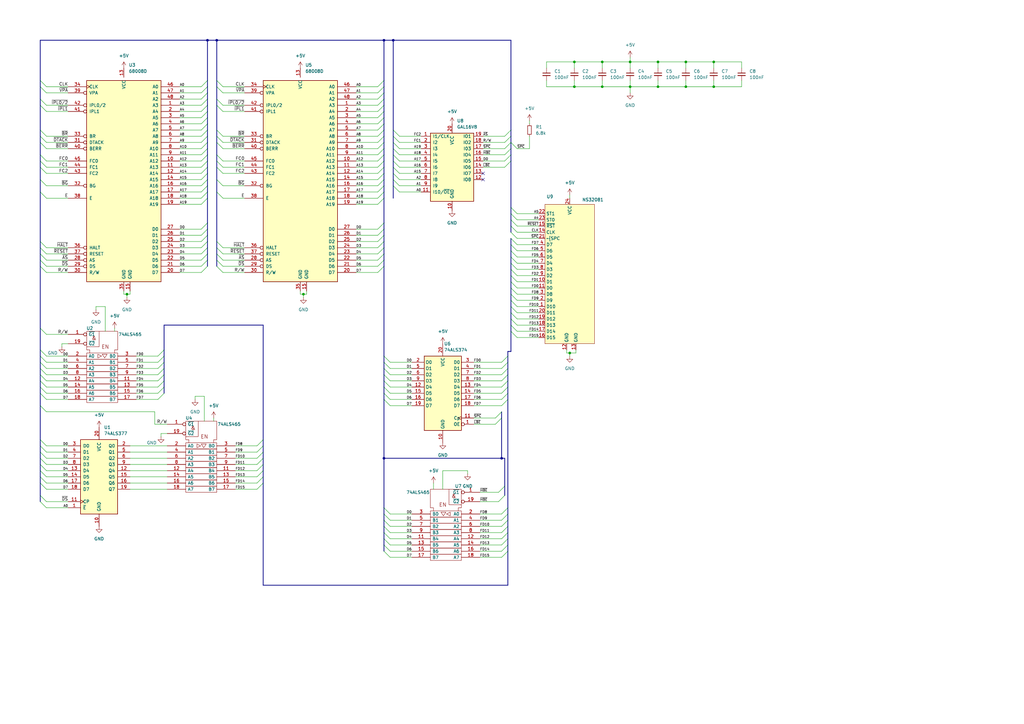
<source format=kicad_sch>
(kicad_sch (version 20211123) (generator eeschema)

  (uuid e63e39d7-6ac0-4ffd-8aa3-1841a4541b55)

  (paper "A3")

  (title_block
    (title "Floating point ABC1600 / 1009")
    (date "2022-01-23")
    (rev "1.00")
    (company "SweProj.com")
    (comment 1 "Diab 81-5156-00")
  )

  

  (junction (at 161.29 16.51) (diameter 0) (color 0 0 0 0)
    (uuid 1aab5bd2-4cf0-4363-a257-bdea7678562e)
  )
  (junction (at 247.015 25.4) (diameter 0) (color 0 0 0 0)
    (uuid 249fcf16-c93d-4f2f-8d0d-e02130a4ac72)
  )
  (junction (at 124.46 120.65) (diameter 0) (color 0 0 0 0)
    (uuid 2e1ee6ab-afb0-4e58-ba6b-6d49b3e7e80d)
  )
  (junction (at 292.735 35.56) (diameter 0) (color 0 0 0 0)
    (uuid 42d59ff5-d46c-45ce-8f7f-faf33c608f63)
  )
  (junction (at 281.305 25.4) (diameter 0) (color 0 0 0 0)
    (uuid 472357a3-72e4-49df-9465-dd30b3e19083)
  )
  (junction (at 269.875 25.4) (diameter 0) (color 0 0 0 0)
    (uuid 57fa7e9c-95cf-4d15-8f1b-83d733b4d511)
  )
  (junction (at 235.585 35.56) (diameter 0) (color 0 0 0 0)
    (uuid 5f1284cf-9208-45c7-9bea-ec4826f8f3ad)
  )
  (junction (at 235.585 25.4) (diameter 0) (color 0 0 0 0)
    (uuid 6abcf44b-0624-4b6e-a4f8-221d43619bec)
  )
  (junction (at 88.9 16.51) (diameter 0) (color 0 0 0 0)
    (uuid 71131725-3a49-4dbb-91c6-b6ee57fb9131)
  )
  (junction (at 157.48 187.96) (diameter 0) (color 0 0 0 0)
    (uuid 816edbf3-814a-433e-8485-ebb2ae26cf1c)
  )
  (junction (at 247.015 35.56) (diameter 0) (color 0 0 0 0)
    (uuid 8675a6f4-ef8c-44b3-aac1-1691de7a72ff)
  )
  (junction (at 258.445 25.4) (diameter 0) (color 0 0 0 0)
    (uuid a548ced2-7357-4e58-bacf-402d1fe36048)
  )
  (junction (at 269.875 35.56) (diameter 0) (color 0 0 0 0)
    (uuid a7a9f523-d43e-4667-ae2f-f2670fa5a4e2)
  )
  (junction (at 52.07 120.65) (diameter 0) (color 0 0 0 0)
    (uuid aa4bd9ce-32a0-4e10-86a6-d9f7049aa0e5)
  )
  (junction (at 205.74 187.96) (diameter 0) (color 0 0 0 0)
    (uuid ab8fbb21-9a40-44be-98e0-09002a31351c)
  )
  (junction (at 157.48 16.51) (diameter 0) (color 0 0 0 0)
    (uuid b40fb5ed-8381-4f9d-aed4-f76dbec307ff)
  )
  (junction (at 233.68 144.78) (diameter 0) (color 0 0 0 0)
    (uuid b5f6df6a-f107-4af1-b98b-3b89a0f3ccaa)
  )
  (junction (at 85.09 16.51) (diameter 0) (color 0 0 0 0)
    (uuid bd4bc28d-91aa-41d5-98ad-6fed41858f89)
  )
  (junction (at 292.735 25.4) (diameter 0) (color 0 0 0 0)
    (uuid d7c5642b-e4ba-4794-837d-bd604cd40b41)
  )
  (junction (at 281.305 35.56) (diameter 0) (color 0 0 0 0)
    (uuid db58f573-eabd-49e9-8ee9-13dd769eb1f4)
  )
  (junction (at 258.445 35.56) (diameter 0) (color 0 0 0 0)
    (uuid dc47f395-cf7c-4489-a608-80ece54b51d0)
  )

  (no_connect (at 198.12 73.66) (uuid 530e1685-53c7-47a7-a72a-6c912f2f277f))
  (no_connect (at 198.12 71.12) (uuid 530e1685-53c7-47a7-a72a-6c912f2f2780))

  (bus_entry (at 82.55 60.96) (size 2.54 -2.54)
    (stroke (width 0) (type default) (color 0 0 0 0))
    (uuid 0072c40f-f7fc-4400-8484-f252a5e88685)
  )
  (bus_entry (at 105.41 190.5) (size 2.54 -2.54)
    (stroke (width 0) (type default) (color 0 0 0 0))
    (uuid 0215ef15-bd95-409a-881b-dafa96be4ed1)
  )
  (bus_entry (at 91.44 60.96) (size -2.54 -2.54)
    (stroke (width 0) (type default) (color 0 0 0 0))
    (uuid 02af74c7-7f0d-49bf-b021-84ca3fe53840)
  )
  (bus_entry (at 160.02 158.75) (size -2.54 -2.54)
    (stroke (width 0) (type default) (color 0 0 0 0))
    (uuid 041f7831-09ec-4dad-9882-1e5c7947c80e)
  )
  (bus_entry (at 163.83 55.88) (size -2.54 -2.54)
    (stroke (width 0) (type default) (color 0 0 0 0))
    (uuid 05a3b47d-f330-492d-9e44-9f512bc9b2a2)
  )
  (bus_entry (at 160.02 163.83) (size -2.54 -2.54)
    (stroke (width 0) (type default) (color 0 0 0 0))
    (uuid 05ecd5a7-6196-4ec2-8495-3fddfa0820d5)
  )
  (bus_entry (at 212.09 115.57) (size -2.54 -2.54)
    (stroke (width 0) (type default) (color 0 0 0 0))
    (uuid 0ba5f094-81d4-4f75-9918-15b6dd7cfb60)
  )
  (bus_entry (at 19.05 168.91) (size -2.54 -2.54)
    (stroke (width 0) (type default) (color 0 0 0 0))
    (uuid 0d08cf93-997b-4436-821e-4d93f7c5d3a9)
  )
  (bus_entry (at 64.77 158.75) (size 2.54 -2.54)
    (stroke (width 0) (type default) (color 0 0 0 0))
    (uuid 0db9ac7b-24ab-4aab-9f0c-882d75e7ef8d)
  )
  (bus_entry (at 154.94 45.72) (size 2.54 -2.54)
    (stroke (width 0) (type default) (color 0 0 0 0))
    (uuid 0e437561-f3ab-4487-ad43-8e2812b0b10c)
  )
  (bus_entry (at 82.55 96.52) (size 2.54 -2.54)
    (stroke (width 0) (type default) (color 0 0 0 0))
    (uuid 0f576e76-3559-4fcb-a8b4-e7c2a29d925c)
  )
  (bus_entry (at 207.01 68.58) (size 2.54 -2.54)
    (stroke (width 0) (type default) (color 0 0 0 0))
    (uuid 10795992-16d8-4fed-9937-306eaf4f4747)
  )
  (bus_entry (at 204.47 205.74) (size 2.54 -2.54)
    (stroke (width 0) (type default) (color 0 0 0 0))
    (uuid 1090fc01-22b1-41f1-9306-8f44708dcb9e)
  )
  (bus_entry (at 154.94 93.98) (size 2.54 -2.54)
    (stroke (width 0) (type default) (color 0 0 0 0))
    (uuid 12ea6b40-ffe3-4656-9c4e-e4cf7b5d0298)
  )
  (bus_entry (at 160.02 226.06) (size -2.54 -2.54)
    (stroke (width 0) (type default) (color 0 0 0 0))
    (uuid 1357bee2-9a43-4d7d-a1c2-3f447ed9265e)
  )
  (bus_entry (at 154.94 81.28) (size 2.54 -2.54)
    (stroke (width 0) (type default) (color 0 0 0 0))
    (uuid 16252e5b-8f8a-42a1-a9b8-17992234e55a)
  )
  (bus_entry (at 205.74 228.6) (size 2.54 -2.54)
    (stroke (width 0) (type default) (color 0 0 0 0))
    (uuid 17c8807a-7927-4a62-88c7-5c17614cf132)
  )
  (bus_entry (at 205.74 161.29) (size 2.54 -2.54)
    (stroke (width 0) (type default) (color 0 0 0 0))
    (uuid 1a099265-8be4-4b5b-9be3-0796bd2d3ab7)
  )
  (bus_entry (at 82.55 76.2) (size 2.54 -2.54)
    (stroke (width 0) (type default) (color 0 0 0 0))
    (uuid 1ad05358-a1c5-4ba4-9193-e57b85e87918)
  )
  (bus_entry (at 212.09 100.33) (size -2.54 -2.54)
    (stroke (width 0) (type default) (color 0 0 0 0))
    (uuid 1b40ac3d-9205-4a4a-ba4a-fdcc8c77d5ce)
  )
  (bus_entry (at 163.83 63.5) (size -2.54 -2.54)
    (stroke (width 0) (type default) (color 0 0 0 0))
    (uuid 1c162d1a-a316-4d4d-b145-a82082176b74)
  )
  (bus_entry (at 19.05 45.72) (size -2.54 -2.54)
    (stroke (width 0) (type default) (color 0 0 0 0))
    (uuid 1cb534a2-4c17-4751-8a89-694b1a1ecbe7)
  )
  (bus_entry (at 160.02 166.37) (size -2.54 -2.54)
    (stroke (width 0) (type default) (color 0 0 0 0))
    (uuid 1db4965d-e9c3-45d2-be13-a4531918842d)
  )
  (bus_entry (at 91.44 45.72) (size -2.54 -2.54)
    (stroke (width 0) (type default) (color 0 0 0 0))
    (uuid 2084ab62-da99-446f-a2e0-e75f229b90e8)
  )
  (bus_entry (at 154.94 78.74) (size 2.54 -2.54)
    (stroke (width 0) (type default) (color 0 0 0 0))
    (uuid 2350eb58-4ace-4925-a735-2cac6a7b2a02)
  )
  (bus_entry (at 154.94 106.68) (size 2.54 -2.54)
    (stroke (width 0) (type default) (color 0 0 0 0))
    (uuid 2570e234-d0af-4414-a8be-8dcf5cb04e91)
  )
  (bus_entry (at 204.47 201.93) (size 2.54 -2.54)
    (stroke (width 0) (type default) (color 0 0 0 0))
    (uuid 2590c6f5-4432-4be3-ae7b-63adc6d45413)
  )
  (bus_entry (at 154.94 60.96) (size 2.54 -2.54)
    (stroke (width 0) (type default) (color 0 0 0 0))
    (uuid 25a8daa8-3bb1-4455-85d8-8bb58d948afe)
  )
  (bus_entry (at 64.77 151.13) (size 2.54 -2.54)
    (stroke (width 0) (type default) (color 0 0 0 0))
    (uuid 26995281-aaa3-4d73-a7ff-75e512cd7ebc)
  )
  (bus_entry (at 82.55 50.8) (size 2.54 -2.54)
    (stroke (width 0) (type default) (color 0 0 0 0))
    (uuid 2a21f161-c3f6-4461-a3cc-45fb053261c5)
  )
  (bus_entry (at 19.05 109.22) (size -2.54 -2.54)
    (stroke (width 0) (type default) (color 0 0 0 0))
    (uuid 2a619e60-9cf4-4215-ac9c-6cd9b6a85a7e)
  )
  (bus_entry (at 82.55 53.34) (size 2.54 -2.54)
    (stroke (width 0) (type default) (color 0 0 0 0))
    (uuid 2a6aa3fc-64b5-4796-8517-5985723eb4d6)
  )
  (bus_entry (at 205.74 158.75) (size 2.54 -2.54)
    (stroke (width 0) (type default) (color 0 0 0 0))
    (uuid 2c206d9e-da26-4e85-8bbd-7a463d8c940f)
  )
  (bus_entry (at 163.83 71.12) (size -2.54 -2.54)
    (stroke (width 0) (type default) (color 0 0 0 0))
    (uuid 2cfc1221-be2d-4aeb-a605-fba29dac4528)
  )
  (bus_entry (at 212.09 138.43) (size -2.54 -2.54)
    (stroke (width 0) (type default) (color 0 0 0 0))
    (uuid 2d93d19f-8f29-49b3-9eda-f3378139a8e3)
  )
  (bus_entry (at 154.94 58.42) (size 2.54 -2.54)
    (stroke (width 0) (type default) (color 0 0 0 0))
    (uuid 3038b8ff-fcbb-4dfe-a984-ff47220e0e3f)
  )
  (bus_entry (at 163.83 78.74) (size -2.54 -2.54)
    (stroke (width 0) (type default) (color 0 0 0 0))
    (uuid 3139b6b1-4b04-4bc6-9799-53acec5f2b9a)
  )
  (bus_entry (at 64.77 156.21) (size 2.54 -2.54)
    (stroke (width 0) (type default) (color 0 0 0 0))
    (uuid 320843e4-e6e5-4b09-bdb5-4c808993b907)
  )
  (bus_entry (at 19.05 208.28) (size -2.54 -2.54)
    (stroke (width 0) (type default) (color 0 0 0 0))
    (uuid 327dd7f5-fe17-42a0-9447-dcef75a4565b)
  )
  (bus_entry (at 19.05 161.29) (size -2.54 -2.54)
    (stroke (width 0) (type default) (color 0 0 0 0))
    (uuid 352d20a8-c305-4ac3-b0a9-59fec5349863)
  )
  (bus_entry (at 91.44 106.68) (size -2.54 -2.54)
    (stroke (width 0) (type default) (color 0 0 0 0))
    (uuid 362b6573-85ae-48ac-8ff6-f407ff860258)
  )
  (bus_entry (at 160.02 161.29) (size -2.54 -2.54)
    (stroke (width 0) (type default) (color 0 0 0 0))
    (uuid 364a1f85-5ea4-4ad0-929a-d849c646e79f)
  )
  (bus_entry (at 91.44 109.22) (size -2.54 -2.54)
    (stroke (width 0) (type default) (color 0 0 0 0))
    (uuid 37803bc4-f0c6-45f5-aea9-c7c55e00845f)
  )
  (bus_entry (at 154.94 63.5) (size 2.54 -2.54)
    (stroke (width 0) (type default) (color 0 0 0 0))
    (uuid 39e32f6f-ba03-4109-8d1e-44828d65b9c6)
  )
  (bus_entry (at 105.41 198.12) (size 2.54 -2.54)
    (stroke (width 0) (type default) (color 0 0 0 0))
    (uuid 3af7b26d-50f1-4b96-805d-13b04c22c1ac)
  )
  (bus_entry (at 105.41 195.58) (size 2.54 -2.54)
    (stroke (width 0) (type default) (color 0 0 0 0))
    (uuid 3b0939ba-1544-4008-998a-869c216079ec)
  )
  (bus_entry (at 82.55 81.28) (size 2.54 -2.54)
    (stroke (width 0) (type default) (color 0 0 0 0))
    (uuid 3b6398b3-3f18-4e60-ae96-3b4b7d80af23)
  )
  (bus_entry (at 19.05 137.16) (size -2.54 -2.54)
    (stroke (width 0) (type default) (color 0 0 0 0))
    (uuid 3b6b780e-93cb-4447-8c56-dc5eeb6a84df)
  )
  (bus_entry (at 207.01 58.42) (size 2.54 -2.54)
    (stroke (width 0) (type default) (color 0 0 0 0))
    (uuid 3bbab69d-13f3-461d-805b-7f3abc1219c6)
  )
  (bus_entry (at 154.94 111.76) (size 2.54 -2.54)
    (stroke (width 0) (type default) (color 0 0 0 0))
    (uuid 3c023065-2b9b-4732-8ba4-268d6924c788)
  )
  (bus_entry (at 205.74 220.98) (size 2.54 -2.54)
    (stroke (width 0) (type default) (color 0 0 0 0))
    (uuid 3c21e8a8-86e4-4ecb-8071-35e73655a902)
  )
  (bus_entry (at 91.44 104.14) (size -2.54 -2.54)
    (stroke (width 0) (type default) (color 0 0 0 0))
    (uuid 3c74f3b7-337e-4490-977b-3a3a3d8f5cbd)
  )
  (bus_entry (at 91.44 55.88) (size -2.54 -2.54)
    (stroke (width 0) (type default) (color 0 0 0 0))
    (uuid 3c84b9c5-aca4-437a-acc4-b683a7ef048b)
  )
  (bus_entry (at 163.83 76.2) (size -2.54 -2.54)
    (stroke (width 0) (type default) (color 0 0 0 0))
    (uuid 41bb4ab3-ae05-4113-9d85-79d4e3919184)
  )
  (bus_entry (at 82.55 43.18) (size 2.54 -2.54)
    (stroke (width 0) (type default) (color 0 0 0 0))
    (uuid 426babc8-04c4-4bae-8929-a9f64908952a)
  )
  (bus_entry (at 105.41 200.66) (size 2.54 -2.54)
    (stroke (width 0) (type default) (color 0 0 0 0))
    (uuid 4348f43b-888b-4aea-ac6c-c14a4e5f4a2a)
  )
  (bus_entry (at 19.05 58.42) (size -2.54 -2.54)
    (stroke (width 0) (type default) (color 0 0 0 0))
    (uuid 45e95746-fe62-4ec2-8965-815340bc37b4)
  )
  (bus_entry (at 19.05 153.67) (size -2.54 -2.54)
    (stroke (width 0) (type default) (color 0 0 0 0))
    (uuid 46894a5d-a9ec-45dd-9f94-02966a2f40e2)
  )
  (bus_entry (at 160.02 156.21) (size -2.54 -2.54)
    (stroke (width 0) (type default) (color 0 0 0 0))
    (uuid 49120cc5-486c-4a75-b0f0-d00e2b90eb0d)
  )
  (bus_entry (at 160.02 218.44) (size -2.54 -2.54)
    (stroke (width 0) (type default) (color 0 0 0 0))
    (uuid 4a91522a-fd04-44d6-bf81-82e9cd678572)
  )
  (bus_entry (at 19.05 104.14) (size -2.54 -2.54)
    (stroke (width 0) (type default) (color 0 0 0 0))
    (uuid 4ba93efa-1447-4c37-9b37-90088fa34ca5)
  )
  (bus_entry (at 19.05 146.05) (size -2.54 -2.54)
    (stroke (width 0) (type default) (color 0 0 0 0))
    (uuid 4d78c713-f832-4ccf-b350-114ce994d628)
  )
  (bus_entry (at 205.74 163.83) (size 2.54 -2.54)
    (stroke (width 0) (type default) (color 0 0 0 0))
    (uuid 4f8898f2-b267-4101-92e5-d3b70e4a89cc)
  )
  (bus_entry (at 154.94 38.1) (size 2.54 -2.54)
    (stroke (width 0) (type default) (color 0 0 0 0))
    (uuid 514f2e1e-cf85-4d0e-a12b-8af22996f73c)
  )
  (bus_entry (at 212.09 130.81) (size -2.54 -2.54)
    (stroke (width 0) (type default) (color 0 0 0 0))
    (uuid 518ea27d-1272-422c-863f-5663954096b6)
  )
  (bus_entry (at 212.09 133.35) (size -2.54 -2.54)
    (stroke (width 0) (type default) (color 0 0 0 0))
    (uuid 51b7478a-aa4e-492c-98de-4bae172f3722)
  )
  (bus_entry (at 91.44 43.18) (size -2.54 -2.54)
    (stroke (width 0) (type default) (color 0 0 0 0))
    (uuid 51f45df9-75b6-423c-9a4f-1e79413cbb83)
  )
  (bus_entry (at 207.01 63.5) (size 2.54 -2.54)
    (stroke (width 0) (type default) (color 0 0 0 0))
    (uuid 52a45a7f-4e3b-45b3-907c-c7dbea1c8e5f)
  )
  (bus_entry (at 19.05 200.66) (size -2.54 -2.54)
    (stroke (width 0) (type default) (color 0 0 0 0))
    (uuid 53ede2e7-0d39-4209-9efe-1c153b9bda3e)
  )
  (bus_entry (at 91.44 81.28) (size -2.54 -2.54)
    (stroke (width 0) (type default) (color 0 0 0 0))
    (uuid 5460bba3-b0bf-43e0-b8bd-9b448dc961ba)
  )
  (bus_entry (at 212.09 60.96) (size -2.54 -2.54)
    (stroke (width 0) (type default) (color 0 0 0 0))
    (uuid 54dbd678-f489-46c9-8edd-a6ed82da6557)
  )
  (bus_entry (at 205.74 226.06) (size 2.54 -2.54)
    (stroke (width 0) (type default) (color 0 0 0 0))
    (uuid 594a01c4-b900-4993-8d9a-e917015ac883)
  )
  (bus_entry (at 105.41 182.88) (size 2.54 -2.54)
    (stroke (width 0) (type default) (color 0 0 0 0))
    (uuid 5c683dcd-acb1-4c53-82ab-5fea169570d6)
  )
  (bus_entry (at 154.94 99.06) (size 2.54 -2.54)
    (stroke (width 0) (type default) (color 0 0 0 0))
    (uuid 5d22dd2a-2166-489b-8e18-28f44b563044)
  )
  (bus_entry (at 91.44 58.42) (size -2.54 -2.54)
    (stroke (width 0) (type default) (color 0 0 0 0))
    (uuid 5f003227-767d-43ce-bc85-9e3ebe282620)
  )
  (bus_entry (at 160.02 148.59) (size -2.54 -2.54)
    (stroke (width 0) (type default) (color 0 0 0 0))
    (uuid 5f6a71e2-5e3a-4d0d-9680-cb2657019979)
  )
  (bus_entry (at 19.05 158.75) (size -2.54 -2.54)
    (stroke (width 0) (type default) (color 0 0 0 0))
    (uuid 602ebe65-d89b-42fd-bbad-8bd6bfa04e4f)
  )
  (bus_entry (at 82.55 55.88) (size 2.54 -2.54)
    (stroke (width 0) (type default) (color 0 0 0 0))
    (uuid 605816c7-b596-485d-8573-ea6ac6a57958)
  )
  (bus_entry (at 154.94 66.04) (size 2.54 -2.54)
    (stroke (width 0) (type default) (color 0 0 0 0))
    (uuid 60745550-6c6e-47a2-a595-af5a2eae986e)
  )
  (bus_entry (at 154.94 83.82) (size 2.54 -2.54)
    (stroke (width 0) (type default) (color 0 0 0 0))
    (uuid 62174918-cb4a-43ea-9016-56620c8e7a6d)
  )
  (bus_entry (at 205.74 213.36) (size 2.54 -2.54)
    (stroke (width 0) (type default) (color 0 0 0 0))
    (uuid 624e5576-f377-4f78-ba49-5f8c17c26fc5)
  )
  (bus_entry (at 212.09 120.65) (size -2.54 -2.54)
    (stroke (width 0) (type default) (color 0 0 0 0))
    (uuid 6503f9ce-f549-4b6e-b00b-1e0c08abca93)
  )
  (bus_entry (at 163.83 60.96) (size -2.54 -2.54)
    (stroke (width 0) (type default) (color 0 0 0 0))
    (uuid 659dfa06-d88d-40c6-988f-d0eee9b92dff)
  )
  (bus_entry (at 154.94 96.52) (size 2.54 -2.54)
    (stroke (width 0) (type default) (color 0 0 0 0))
    (uuid 67144e73-ab62-4355-87cf-39daad42a1ef)
  )
  (bus_entry (at 19.05 43.18) (size -2.54 -2.54)
    (stroke (width 0) (type default) (color 0 0 0 0))
    (uuid 6853a500-96d2-454b-9700-96a6e895d44c)
  )
  (bus_entry (at 160.02 153.67) (size -2.54 -2.54)
    (stroke (width 0) (type default) (color 0 0 0 0))
    (uuid 69756baf-894c-4476-a60e-f5b03fdd3a23)
  )
  (bus_entry (at 205.74 215.9) (size 2.54 -2.54)
    (stroke (width 0) (type default) (color 0 0 0 0))
    (uuid 69790a63-fd55-476f-b196-e7c2cfee2186)
  )
  (bus_entry (at 19.05 195.58) (size -2.54 -2.54)
    (stroke (width 0) (type default) (color 0 0 0 0))
    (uuid 69ac0ae4-ee14-4232-9325-20eb2226fc74)
  )
  (bus_entry (at 82.55 71.12) (size 2.54 -2.54)
    (stroke (width 0) (type default) (color 0 0 0 0))
    (uuid 69c6456e-c599-4b41-a38f-692094f26f60)
  )
  (bus_entry (at 64.77 161.29) (size 2.54 -2.54)
    (stroke (width 0) (type default) (color 0 0 0 0))
    (uuid 6a4eced3-038e-4f20-8e15-0aef99934872)
  )
  (bus_entry (at 19.05 148.59) (size -2.54 -2.54)
    (stroke (width 0) (type default) (color 0 0 0 0))
    (uuid 6c948240-1cb4-4610-888f-89c6df49bd49)
  )
  (bus_entry (at 19.05 182.88) (size -2.54 -2.54)
    (stroke (width 0) (type default) (color 0 0 0 0))
    (uuid 6d822b34-b602-4972-8609-5b82ed96d5cd)
  )
  (bus_entry (at 105.41 187.96) (size 2.54 -2.54)
    (stroke (width 0) (type default) (color 0 0 0 0))
    (uuid 6d8b8799-52ae-4f0c-a558-fbf127becdcd)
  )
  (bus_entry (at 91.44 66.04) (size -2.54 -2.54)
    (stroke (width 0) (type default) (color 0 0 0 0))
    (uuid 6dc588b0-208c-4709-9dc3-a0ed37895999)
  )
  (bus_entry (at 19.05 55.88) (size -2.54 -2.54)
    (stroke (width 0) (type default) (color 0 0 0 0))
    (uuid 6f54539e-2f87-4e43-b4de-0f9afc3c2450)
  )
  (bus_entry (at 82.55 106.68) (size 2.54 -2.54)
    (stroke (width 0) (type default) (color 0 0 0 0))
    (uuid 7131bca1-ff1f-41ca-8e4b-33a8e058a1c3)
  )
  (bus_entry (at 154.94 40.64) (size 2.54 -2.54)
    (stroke (width 0) (type default) (color 0 0 0 0))
    (uuid 72751b88-a302-4ca3-8e0c-e79ce9d63a3d)
  )
  (bus_entry (at 212.09 95.25) (size -2.54 -2.54)
    (stroke (width 0) (type default) (color 0 0 0 0))
    (uuid 7399f376-d501-4373-8127-5f5ee4503e6e)
  )
  (bus_entry (at 91.44 76.2) (size -2.54 -2.54)
    (stroke (width 0) (type default) (color 0 0 0 0))
    (uuid 739d3371-d8b9-48b5-964e-3750efd16899)
  )
  (bus_entry (at 91.44 38.1) (size -2.54 -2.54)
    (stroke (width 0) (type default) (color 0 0 0 0))
    (uuid 7436f194-3e56-4c45-abf1-088a5132db51)
  )
  (bus_entry (at 19.05 106.68) (size -2.54 -2.54)
    (stroke (width 0) (type default) (color 0 0 0 0))
    (uuid 7a642bc6-ab70-432f-b236-6bf71430c4f3)
  )
  (bus_entry (at 212.09 125.73) (size -2.54 -2.54)
    (stroke (width 0) (type default) (color 0 0 0 0))
    (uuid 7a8d3841-2676-4cc4-b90f-44741ebab8c3)
  )
  (bus_entry (at 205.74 153.67) (size 2.54 -2.54)
    (stroke (width 0) (type default) (color 0 0 0 0))
    (uuid 7dd57dc1-1e0f-44e2-8aae-eaa644be5aa6)
  )
  (bus_entry (at 82.55 35.56) (size 2.54 -2.54)
    (stroke (width 0) (type default) (color 0 0 0 0))
    (uuid 82246688-89f5-4da9-8d88-3dba91c271b0)
  )
  (bus_entry (at 91.44 71.12) (size -2.54 -2.54)
    (stroke (width 0) (type default) (color 0 0 0 0))
    (uuid 82711e1f-da91-4c83-b9b1-1e022b697273)
  )
  (bus_entry (at 207.01 60.96) (size 2.54 -2.54)
    (stroke (width 0) (type default) (color 0 0 0 0))
    (uuid 8362a836-6c01-4d3a-8629-3acfd9a0d079)
  )
  (bus_entry (at 19.05 205.74) (size -2.54 -2.54)
    (stroke (width 0) (type default) (color 0 0 0 0))
    (uuid 84738844-9f4c-4446-8648-35b1ccc8be19)
  )
  (bus_entry (at 212.09 102.87) (size -2.54 -2.54)
    (stroke (width 0) (type default) (color 0 0 0 0))
    (uuid 84e8defa-cba0-4348-8a1c-cbdf0bf19678)
  )
  (bus_entry (at 154.94 35.56) (size 2.54 -2.54)
    (stroke (width 0) (type default) (color 0 0 0 0))
    (uuid 877ffc4f-b62f-47fe-80ab-f435fae0811f)
  )
  (bus_entry (at 82.55 45.72) (size 2.54 -2.54)
    (stroke (width 0) (type default) (color 0 0 0 0))
    (uuid 88f427c6-3458-4bbf-bfa8-4255b1605dcb)
  )
  (bus_entry (at 19.05 193.04) (size -2.54 -2.54)
    (stroke (width 0) (type default) (color 0 0 0 0))
    (uuid 8aa5efaa-fada-4090-a330-2c36713ddc22)
  )
  (bus_entry (at 19.05 156.21) (size -2.54 -2.54)
    (stroke (width 0) (type default) (color 0 0 0 0))
    (uuid 8e763314-45cf-4c1f-a84c-c6a4a682ceb3)
  )
  (bus_entry (at 82.55 104.14) (size 2.54 -2.54)
    (stroke (width 0) (type default) (color 0 0 0 0))
    (uuid 8ef134ee-6ea9-4774-a498-6b07699567c3)
  )
  (bus_entry (at 19.05 81.28) (size -2.54 -2.54)
    (stroke (width 0) (type default) (color 0 0 0 0))
    (uuid 8f07202d-fd07-4082-857e-0f020a109b23)
  )
  (bus_entry (at 154.94 43.18) (size 2.54 -2.54)
    (stroke (width 0) (type default) (color 0 0 0 0))
    (uuid 8ff16a3b-e692-4e15-8bce-28d2540ee2e9)
  )
  (bus_entry (at 207.01 66.04) (size 2.54 -2.54)
    (stroke (width 0) (type default) (color 0 0 0 0))
    (uuid 900ac0ad-07a8-4e86-95bc-b5de6835a8ba)
  )
  (bus_entry (at 82.55 48.26) (size 2.54 -2.54)
    (stroke (width 0) (type default) (color 0 0 0 0))
    (uuid 91c0f49e-2da6-497a-b4c0-004f9480d5b1)
  )
  (bus_entry (at 82.55 68.58) (size 2.54 -2.54)
    (stroke (width 0) (type default) (color 0 0 0 0))
    (uuid 92a15460-ac3b-4a82-b375-6a0960418ef2)
  )
  (bus_entry (at 82.55 101.6) (size 2.54 -2.54)
    (stroke (width 0) (type default) (color 0 0 0 0))
    (uuid 92e25f3a-fc08-4dd0-9453-52b014102a29)
  )
  (bus_entry (at 154.94 76.2) (size 2.54 -2.54)
    (stroke (width 0) (type default) (color 0 0 0 0))
    (uuid 93ae4522-e51f-4f4b-a1d2-fd72069c687c)
  )
  (bus_entry (at 154.94 104.14) (size 2.54 -2.54)
    (stroke (width 0) (type default) (color 0 0 0 0))
    (uuid 94877e7c-d814-4025-b107-869dbf402f43)
  )
  (bus_entry (at 203.2 171.45) (size 2.54 -2.54)
    (stroke (width 0) (type default) (color 0 0 0 0))
    (uuid 984586e4-fff4-4419-b997-e1cf0518f998)
  )
  (bus_entry (at 64.77 163.83) (size 2.54 -2.54)
    (stroke (width 0) (type default) (color 0 0 0 0))
    (uuid 985cb72f-5450-4b5c-84b4-21e39e1b5503)
  )
  (bus_entry (at 154.94 55.88) (size 2.54 -2.54)
    (stroke (width 0) (type default) (color 0 0 0 0))
    (uuid 986ff3a3-db57-4d59-beea-cf25d097db16)
  )
  (bus_entry (at 19.05 151.13) (size -2.54 -2.54)
    (stroke (width 0) (type default) (color 0 0 0 0))
    (uuid 99b2ea47-b09c-476e-9aad-0bda2b83e5b8)
  )
  (bus_entry (at 212.09 118.11) (size -2.54 -2.54)
    (stroke (width 0) (type default) (color 0 0 0 0))
    (uuid 99cea2e5-3620-407f-85d2-2fb039ced913)
  )
  (bus_entry (at 19.05 185.42) (size -2.54 -2.54)
    (stroke (width 0) (type default) (color 0 0 0 0))
    (uuid 9ab9d7ee-d269-4fc1-abcd-6c6ff9d1f5b7)
  )
  (bus_entry (at 160.02 215.9) (size -2.54 -2.54)
    (stroke (width 0) (type default) (color 0 0 0 0))
    (uuid 9cb7ee0e-817b-4049-93e7-9a8791c169a4)
  )
  (bus_entry (at 82.55 66.04) (size 2.54 -2.54)
    (stroke (width 0) (type default) (color 0 0 0 0))
    (uuid a0695738-7af6-419e-8116-01442839aacb)
  )
  (bus_entry (at 19.05 38.1) (size -2.54 -2.54)
    (stroke (width 0) (type default) (color 0 0 0 0))
    (uuid a14ab08f-b2a3-4435-9459-d2f73cef9958)
  )
  (bus_entry (at 19.05 60.96) (size -2.54 -2.54)
    (stroke (width 0) (type default) (color 0 0 0 0))
    (uuid a1a2d012-d6ba-43d8-bb1d-d1ff148b4c44)
  )
  (bus_entry (at 212.09 97.79) (size -2.54 -2.54)
    (stroke (width 0) (type default) (color 0 0 0 0))
    (uuid a43c5efe-a374-45e0-98aa-788ffbcceaaf)
  )
  (bus_entry (at 82.55 40.64) (size 2.54 -2.54)
    (stroke (width 0) (type default) (color 0 0 0 0))
    (uuid a604ae35-b06b-4368-b391-8e7748239875)
  )
  (bus_entry (at 205.74 166.37) (size 2.54 -2.54)
    (stroke (width 0) (type default) (color 0 0 0 0))
    (uuid a6ca798a-3144-4d63-b423-801cfdc36552)
  )
  (bus_entry (at 212.09 92.71) (size -2.54 -2.54)
    (stroke (width 0) (type default) (color 0 0 0 0))
    (uuid a7fc2806-4d94-42f3-90b1-592b5b7a7235)
  )
  (bus_entry (at 205.74 156.21) (size 2.54 -2.54)
    (stroke (width 0) (type default) (color 0 0 0 0))
    (uuid aadf08a4-b226-4aec-96ac-f66f34536c97)
  )
  (bus_entry (at 91.44 101.6) (size -2.54 -2.54)
    (stroke (width 0) (type default) (color 0 0 0 0))
    (uuid ab8e860a-d5e7-46e6-831d-89b2b897e400)
  )
  (bus_entry (at 154.94 48.26) (size 2.54 -2.54)
    (stroke (width 0) (type default) (color 0 0 0 0))
    (uuid ac827976-9c4a-47cc-8df0-7d795efcfa37)
  )
  (bus_entry (at 212.09 107.95) (size -2.54 -2.54)
    (stroke (width 0) (type default) (color 0 0 0 0))
    (uuid ae50a6c6-2777-4a89-9c51-8ae0cb2390bb)
  )
  (bus_entry (at 205.74 148.59) (size 2.54 -2.54)
    (stroke (width 0) (type default) (color 0 0 0 0))
    (uuid aec4afad-5b5d-47bc-884c-3f452ce2492c)
  )
  (bus_entry (at 91.44 111.76) (size -2.54 -2.54)
    (stroke (width 0) (type default) (color 0 0 0 0))
    (uuid af5d0e9d-8d65-44b9-903f-59489c53f422)
  )
  (bus_entry (at 19.05 187.96) (size -2.54 -2.54)
    (stroke (width 0) (type default) (color 0 0 0 0))
    (uuid b01d216c-6eef-48aa-9106-bb1f7fa62b70)
  )
  (bus_entry (at 82.55 58.42) (size 2.54 -2.54)
    (stroke (width 0) (type default) (color 0 0 0 0))
    (uuid b0aa0484-92ab-41af-b89f-b78a70ba8ef0)
  )
  (bus_entry (at 207.01 55.88) (size 2.54 -2.54)
    (stroke (width 0) (type default) (color 0 0 0 0))
    (uuid b117844d-13c6-484c-a7f7-c79c4e11e545)
  )
  (bus_entry (at 163.83 68.58) (size -2.54 -2.54)
    (stroke (width 0) (type default) (color 0 0 0 0))
    (uuid b3dbb7fe-e899-4645-aaa6-ea6ccb8d1da6)
  )
  (bus_entry (at 154.94 109.22) (size 2.54 -2.54)
    (stroke (width 0) (type default) (color 0 0 0 0))
    (uuid b3fbea5c-8a20-462c-af82-2f4ac578f93d)
  )
  (bus_entry (at 160.02 210.82) (size -2.54 -2.54)
    (stroke (width 0) (type default) (color 0 0 0 0))
    (uuid b71c62e3-837f-4061-b7fe-d39405682971)
  )
  (bus_entry (at 212.09 113.03) (size -2.54 -2.54)
    (stroke (width 0) (type default) (color 0 0 0 0))
    (uuid b7b8e6c7-bdfc-4d71-b60b-f1904fc8d325)
  )
  (bus_entry (at 205.74 210.82) (size 2.54 -2.54)
    (stroke (width 0) (type default) (color 0 0 0 0))
    (uuid b7d56452-9231-436f-ae85-f72e52170ab3)
  )
  (bus_entry (at 19.05 101.6) (size -2.54 -2.54)
    (stroke (width 0) (type default) (color 0 0 0 0))
    (uuid b9fe35a3-0c1d-4bea-a401-b41c84eb7cbf)
  )
  (bus_entry (at 154.94 101.6) (size 2.54 -2.54)
    (stroke (width 0) (type default) (color 0 0 0 0))
    (uuid bac94754-3a97-474e-8c31-d03347628b8a)
  )
  (bus_entry (at 91.44 35.56) (size -2.54 -2.54)
    (stroke (width 0) (type default) (color 0 0 0 0))
    (uuid bb0cf968-14f2-4c64-8502-54c7cecaec05)
  )
  (bus_entry (at 19.05 66.04) (size -2.54 -2.54)
    (stroke (width 0) (type default) (color 0 0 0 0))
    (uuid bc98a095-4d12-4038-b24d-b0c2a42f604c)
  )
  (bus_entry (at 19.05 35.56) (size -2.54 -2.54)
    (stroke (width 0) (type default) (color 0 0 0 0))
    (uuid be88e329-2f2b-45b2-b918-9dc6ff5456cf)
  )
  (bus_entry (at 205.74 151.13) (size 2.54 -2.54)
    (stroke (width 0) (type default) (color 0 0 0 0))
    (uuid c0e6e25a-39fb-4ccb-aebc-d0568345098f)
  )
  (bus_entry (at 19.05 71.12) (size -2.54 -2.54)
    (stroke (width 0) (type default) (color 0 0 0 0))
    (uuid c3c7618f-202a-4b95-b24f-26429b84f4b4)
  )
  (bus_entry (at 160.02 223.52) (size -2.54 -2.54)
    (stroke (width 0) (type default) (color 0 0 0 0))
    (uuid c4c89cac-57e2-45e7-bfd7-f07fc32d1aa3)
  )
  (bus_entry (at 64.77 146.05) (size 2.54 -2.54)
    (stroke (width 0) (type default) (color 0 0 0 0))
    (uuid c530daf1-a0cc-406a-bde4-1e805b98a76d)
  )
  (bus_entry (at 105.41 185.42) (size 2.54 -2.54)
    (stroke (width 0) (type default) (color 0 0 0 0))
    (uuid c5d72bb9-d4af-4756-9d0b-e3c3b6f4456f)
  )
  (bus_entry (at 105.41 193.04) (size 2.54 -2.54)
    (stroke (width 0) (type default) (color 0 0 0 0))
    (uuid c6482e62-7b7d-4595-946a-98f41a06a3a1)
  )
  (bus_entry (at 160.02 220.98) (size -2.54 -2.54)
    (stroke (width 0) (type default) (color 0 0 0 0))
    (uuid c763f040-ee7e-4cb7-afba-c8250239a333)
  )
  (bus_entry (at 163.83 58.42) (size -2.54 -2.54)
    (stroke (width 0) (type default) (color 0 0 0 0))
    (uuid c7761eef-b590-4719-974b-3fa937322edd)
  )
  (bus_entry (at 19.05 163.83) (size -2.54 -2.54)
    (stroke (width 0) (type default) (color 0 0 0 0))
    (uuid c980740b-aabd-406c-9f2f-716b7816c5dd)
  )
  (bus_entry (at 19.05 76.2) (size -2.54 -2.54)
    (stroke (width 0) (type default) (color 0 0 0 0))
    (uuid cc0907da-37c8-4bfe-89c2-eb2a5d0b5eba)
  )
  (bus_entry (at 82.55 109.22) (size 2.54 -2.54)
    (stroke (width 0) (type default) (color 0 0 0 0))
    (uuid cdd1b7b1-ac86-4765-894c-dbd641d04d93)
  )
  (bus_entry (at 160.02 151.13) (size -2.54 -2.54)
    (stroke (width 0) (type default) (color 0 0 0 0))
    (uuid ce4ef464-48f8-4d08-b17a-beae99b5a17a)
  )
  (bus_entry (at 212.09 90.17) (size -2.54 -2.54)
    (stroke (width 0) (type default) (color 0 0 0 0))
    (uuid ce9e2102-e259-465e-9b68-fbaad9de24da)
  )
  (bus_entry (at 154.94 68.58) (size 2.54 -2.54)
    (stroke (width 0) (type default) (color 0 0 0 0))
    (uuid d001cf78-9b11-49e6-a8b4-6e09efd1a4ab)
  )
  (bus_entry (at 160.02 228.6) (size -2.54 -2.54)
    (stroke (width 0) (type default) (color 0 0 0 0))
    (uuid d036dde5-f444-4098-92e9-ac299aa40ee9)
  )
  (bus_entry (at 203.2 173.99) (size 2.54 -2.54)
    (stroke (width 0) (type default) (color 0 0 0 0))
    (uuid d0511871-7b88-4663-a7bf-cf1936e10f1d)
  )
  (bus_entry (at 212.09 87.63) (size -2.54 -2.54)
    (stroke (width 0) (type default) (color 0 0 0 0))
    (uuid d1c3c9e0-ee52-4e95-b8f1-eeae70d90b40)
  )
  (bus_entry (at 19.05 111.76) (size -2.54 -2.54)
    (stroke (width 0) (type default) (color 0 0 0 0))
    (uuid d2925743-944a-4362-b80c-3f5c4d6ecd42)
  )
  (bus_entry (at 82.55 93.98) (size 2.54 -2.54)
    (stroke (width 0) (type default) (color 0 0 0 0))
    (uuid d2f1f0a5-7865-4951-8ff9-838caa678870)
  )
  (bus_entry (at 82.55 111.76) (size 2.54 -2.54)
    (stroke (width 0) (type default) (color 0 0 0 0))
    (uuid d3ec2c3b-bd50-4a5f-8e68-4d2f102a642e)
  )
  (bus_entry (at 154.94 50.8) (size 2.54 -2.54)
    (stroke (width 0) (type default) (color 0 0 0 0))
    (uuid d8aa0775-9931-4e77-b9ab-172fcdacfac7)
  )
  (bus_entry (at 82.55 63.5) (size 2.54 -2.54)
    (stroke (width 0) (type default) (color 0 0 0 0))
    (uuid d9461d13-f8bc-497b-b540-f733f84103d7)
  )
  (bus_entry (at 212.09 123.19) (size -2.54 -2.54)
    (stroke (width 0) (type default) (color 0 0 0 0))
    (uuid dab5e070-be76-46fc-a952-e8362fe35f66)
  )
  (bus_entry (at 154.94 53.34) (size 2.54 -2.54)
    (stroke (width 0) (type default) (color 0 0 0 0))
    (uuid dbbea912-ace0-41c3-a529-2862f809bff9)
  )
  (bus_entry (at 82.55 73.66) (size 2.54 -2.54)
    (stroke (width 0) (type default) (color 0 0 0 0))
    (uuid dc2ae10b-7309-4ed2-baee-9111e5e1cbc9)
  )
  (bus_entry (at 212.09 135.89) (size -2.54 -2.54)
    (stroke (width 0) (type default) (color 0 0 0 0))
    (uuid dc7a6430-463a-433d-a7f6-4267ccc7d8e1)
  )
  (bus_entry (at 64.77 148.59) (size 2.54 -2.54)
    (stroke (width 0) (type default) (color 0 0 0 0))
    (uuid dd404d5f-d89a-41e7-be30-ef2ce8f05fde)
  )
  (bus_entry (at 205.74 218.44) (size 2.54 -2.54)
    (stroke (width 0) (type default) (color 0 0 0 0))
    (uuid dd45f5e2-e2de-44f6-823f-63e80c69e98c)
  )
  (bus_entry (at 19.05 190.5) (size -2.54 -2.54)
    (stroke (width 0) (type default) (color 0 0 0 0))
    (uuid e07b9a60-6678-4223-8932-65abb13d0611)
  )
  (bus_entry (at 82.55 99.06) (size 2.54 -2.54)
    (stroke (width 0) (type default) (color 0 0 0 0))
    (uuid e0f39568-b780-4cfc-a710-9e50455dcdae)
  )
  (bus_entry (at 163.83 66.04) (size -2.54 -2.54)
    (stroke (width 0) (type default) (color 0 0 0 0))
    (uuid e4ca5987-0483-4377-a803-850c58d8c3b5)
  )
  (bus_entry (at 91.44 68.58) (size -2.54 -2.54)
    (stroke (width 0) (type default) (color 0 0 0 0))
    (uuid e61f4b92-4e2d-47dc-becf-c81066c89204)
  )
  (bus_entry (at 82.55 38.1) (size 2.54 -2.54)
    (stroke (width 0) (type default) (color 0 0 0 0))
    (uuid e6383cf2-63bd-44ca-86d7-73cab8c5a669)
  )
  (bus_entry (at 82.55 83.82) (size 2.54 -2.54)
    (stroke (width 0) (type default) (color 0 0 0 0))
    (uuid e63e888b-66f2-415b-b21c-a938a9a84469)
  )
  (bus_entry (at 19.05 68.58) (size -2.54 -2.54)
    (stroke (width 0) (type default) (color 0 0 0 0))
    (uuid e7d3cdad-117c-4b04-8f8b-e3b2bc618357)
  )
  (bus_entry (at 154.94 73.66) (size 2.54 -2.54)
    (stroke (width 0) (type default) (color 0 0 0 0))
    (uuid e95fc5af-1f64-441b-bce8-ec078c99cad0)
  )
  (bus_entry (at 160.02 213.36) (size -2.54 -2.54)
    (stroke (width 0) (type default) (color 0 0 0 0))
    (uuid ed8ddae8-d2c3-4364-a89f-ca54382eaa91)
  )
  (bus_entry (at 163.83 73.66) (size -2.54 -2.54)
    (stroke (width 0) (type default) (color 0 0 0 0))
    (uuid edfe1a08-2914-4fec-b7e8-80fcf28b91b2)
  )
  (bus_entry (at 19.05 198.12) (size -2.54 -2.54)
    (stroke (width 0) (type default) (color 0 0 0 0))
    (uuid ee334699-9bed-4e4f-b320-156b071f2e29)
  )
  (bus_entry (at 64.77 153.67) (size 2.54 -2.54)
    (stroke (width 0) (type default) (color 0 0 0 0))
    (uuid f20e76d4-bb2e-41e3-a89a-e22d60e5fa3c)
  )
  (bus_entry (at 82.55 78.74) (size 2.54 -2.54)
    (stroke (width 0) (type default) (color 0 0 0 0))
    (uuid f3469e2c-bf9e-4882-8ca6-fca3a29e873c)
  )
  (bus_entry (at 212.09 128.27) (size -2.54 -2.54)
    (stroke (width 0) (type default) (color 0 0 0 0))
    (uuid f8644b22-1026-48ae-9b9f-753c51ab4e4a)
  )
  (bus_entry (at 212.09 110.49) (size -2.54 -2.54)
    (stroke (width 0) (type default) (color 0 0 0 0))
    (uuid f98b7aae-4262-4b5b-8581-63e103434bd9)
  )
  (bus_entry (at 205.74 223.52) (size 2.54 -2.54)
    (stroke (width 0) (type default) (color 0 0 0 0))
    (uuid faa6897f-cf94-4127-8528-0b0e3e8c887e)
  )
  (bus_entry (at 212.09 105.41) (size -2.54 -2.54)
    (stroke (width 0) (type default) (color 0 0 0 0))
    (uuid fc46ee04-0c1a-445e-bffc-6c433783013a)
  )
  (bus_entry (at 154.94 71.12) (size 2.54 -2.54)
    (stroke (width 0) (type default) (color 0 0 0 0))
    (uuid fd29958e-5416-4cb4-82e4-229173727f3e)
  )

  (wire (pts (xy 196.85 210.82) (xy 205.74 210.82))
    (stroke (width 0) (type default) (color 0 0 0 0))
    (uuid 0030d980-7009-4d27-a9ec-0dace449efe2)
  )
  (wire (pts (xy 73.66 78.74) (xy 82.55 78.74))
    (stroke (width 0) (type default) (color 0 0 0 0))
    (uuid 00c086db-907e-4f2c-97e3-de99002d3764)
  )
  (bus (pts (xy 205.74 171.45) (xy 205.74 187.96))
    (stroke (width 0) (type default) (color 0 0 0 0))
    (uuid 00eedf01-f868-45fe-a111-fb3be2341d4e)
  )

  (wire (pts (xy 168.91 166.37) (xy 160.02 166.37))
    (stroke (width 0) (type default) (color 0 0 0 0))
    (uuid 01667628-a2c5-424d-b3d8-3bd6d7a090ac)
  )
  (bus (pts (xy 157.48 40.64) (xy 157.48 43.18))
    (stroke (width 0) (type default) (color 0 0 0 0))
    (uuid 019c022a-ee8e-426c-a08f-2d4c9a581304)
  )
  (bus (pts (xy 157.48 33.02) (xy 157.48 35.56))
    (stroke (width 0) (type default) (color 0 0 0 0))
    (uuid 020b7cd6-2d1c-4426-b080-7c9eb611d533)
  )

  (wire (pts (xy 247.015 25.4) (xy 258.445 25.4))
    (stroke (width 0) (type default) (color 0 0 0 0))
    (uuid 028a11b2-84f9-48cd-a3c9-81791be4d6e3)
  )
  (wire (pts (xy 96.52 200.66) (xy 105.41 200.66))
    (stroke (width 0) (type default) (color 0 0 0 0))
    (uuid 02fd6034-3e03-4907-ad08-c0805aa64325)
  )
  (wire (pts (xy 146.05 48.26) (xy 154.94 48.26))
    (stroke (width 0) (type default) (color 0 0 0 0))
    (uuid 031a4809-caaa-47d2-aafa-8a2352ca68fd)
  )
  (wire (pts (xy 235.585 33.02) (xy 235.585 35.56))
    (stroke (width 0) (type default) (color 0 0 0 0))
    (uuid 0321520d-5396-4354-8f2a-f57428f3a54c)
  )
  (wire (pts (xy 194.31 156.21) (xy 205.74 156.21))
    (stroke (width 0) (type default) (color 0 0 0 0))
    (uuid 036c567d-3eec-4559-a3a6-72c400754853)
  )
  (wire (pts (xy 172.72 76.2) (xy 163.83 76.2))
    (stroke (width 0) (type default) (color 0 0 0 0))
    (uuid 041e6615-3218-4ab9-a69e-d69fc62e3b49)
  )
  (wire (pts (xy 73.66 53.34) (xy 82.55 53.34))
    (stroke (width 0) (type default) (color 0 0 0 0))
    (uuid 043a3b7e-aa5c-4415-88c8-772a9d3223b7)
  )
  (wire (pts (xy 212.09 130.81) (xy 220.98 130.81))
    (stroke (width 0) (type default) (color 0 0 0 0))
    (uuid 04991dce-ae2b-4132-8eaa-a7cb6a3ae38f)
  )
  (wire (pts (xy 50.8 119.38) (xy 50.8 120.65))
    (stroke (width 0) (type default) (color 0 0 0 0))
    (uuid 04a3fbe0-8c5a-4d41-8b84-94997b94e973)
  )
  (wire (pts (xy 27.94 205.74) (xy 19.05 205.74))
    (stroke (width 0) (type default) (color 0 0 0 0))
    (uuid 05225ae6-9c00-4251-98bd-8f4e3fabb242)
  )
  (wire (pts (xy 220.98 105.41) (xy 212.09 105.41))
    (stroke (width 0) (type default) (color 0 0 0 0))
    (uuid 05b1b347-3781-4f55-8976-ebb737e5a7c3)
  )
  (wire (pts (xy 247.015 35.56) (xy 247.015 33.02))
    (stroke (width 0) (type default) (color 0 0 0 0))
    (uuid 062644a5-86e5-47eb-b3c8-2b6e510f57c5)
  )
  (wire (pts (xy 181.61 193.04) (xy 191.77 193.04))
    (stroke (width 0) (type default) (color 0 0 0 0))
    (uuid 0634c920-aa54-48f0-9ebe-413d8a92c9ca)
  )
  (wire (pts (xy 146.05 40.64) (xy 154.94 40.64))
    (stroke (width 0) (type default) (color 0 0 0 0))
    (uuid 068e4ce7-12fa-4bd8-83b9-d7f83bbd2665)
  )
  (wire (pts (xy 269.875 25.4) (xy 269.875 27.94))
    (stroke (width 0) (type default) (color 0 0 0 0))
    (uuid 0690a7b3-bca4-48ce-abb8-ba2b6123db2f)
  )
  (wire (pts (xy 73.66 71.12) (xy 82.55 71.12))
    (stroke (width 0) (type default) (color 0 0 0 0))
    (uuid 06d7aa60-3a89-4fb7-a0b9-d40d96d1393c)
  )
  (wire (pts (xy 27.94 158.75) (xy 19.05 158.75))
    (stroke (width 0) (type default) (color 0 0 0 0))
    (uuid 06d99615-4b85-4c3c-bbb2-32528522a17b)
  )
  (wire (pts (xy 146.05 66.04) (xy 154.94 66.04))
    (stroke (width 0) (type default) (color 0 0 0 0))
    (uuid 07c6e0ed-9793-4d96-85f2-837b2c466f2a)
  )
  (bus (pts (xy 161.29 68.58) (xy 161.29 66.04))
    (stroke (width 0) (type default) (color 0 0 0 0))
    (uuid 08814fc2-e3a7-4134-abfa-d321bc31fc22)
  )
  (bus (pts (xy 157.48 223.52) (xy 157.48 226.06))
    (stroke (width 0) (type default) (color 0 0 0 0))
    (uuid 08859741-14cf-45bd-b9a5-656666d2569f)
  )

  (wire (pts (xy 172.72 78.74) (xy 163.83 78.74))
    (stroke (width 0) (type default) (color 0 0 0 0))
    (uuid 0988287b-7e2a-40fe-ac49-e6c675fbf036)
  )
  (bus (pts (xy 161.29 16.51) (xy 161.29 53.34))
    (stroke (width 0) (type default) (color 0 0 0 0))
    (uuid 0a12a52f-6ca6-4211-9412-50afee524f76)
  )
  (bus (pts (xy 157.48 93.98) (xy 157.48 96.52))
    (stroke (width 0) (type default) (color 0 0 0 0))
    (uuid 0a47eb3f-75b8-4295-9322-c307728fa21b)
  )
  (bus (pts (xy 16.51 134.62) (xy 16.51 143.51))
    (stroke (width 0) (type default) (color 0 0 0 0))
    (uuid 0a8b24ad-7e57-42e3-923d-7797c0417447)
  )

  (wire (pts (xy 196.85 215.9) (xy 205.74 215.9))
    (stroke (width 0) (type default) (color 0 0 0 0))
    (uuid 0b3d1f56-e29e-4e42-b34d-ed5e508dae90)
  )
  (wire (pts (xy 196.85 205.74) (xy 204.47 205.74))
    (stroke (width 0) (type default) (color 0 0 0 0))
    (uuid 0b9fb548-3536-4ff8-bd73-2cccdd764aac)
  )
  (wire (pts (xy 220.98 102.87) (xy 212.09 102.87))
    (stroke (width 0) (type default) (color 0 0 0 0))
    (uuid 0bf92191-0287-46c6-985e-6332ef1c54a4)
  )
  (wire (pts (xy 27.94 71.12) (xy 19.05 71.12))
    (stroke (width 0) (type default) (color 0 0 0 0))
    (uuid 0c1594c2-686c-4984-9e44-4bcf9685c484)
  )
  (wire (pts (xy 55.88 156.21) (xy 64.77 156.21))
    (stroke (width 0) (type default) (color 0 0 0 0))
    (uuid 0c4fc131-2133-4576-9745-81d7b501d490)
  )
  (wire (pts (xy 100.33 43.18) (xy 91.44 43.18))
    (stroke (width 0) (type default) (color 0 0 0 0))
    (uuid 0d474fe5-7bd8-421c-9db0-65ed85bf2d3a)
  )
  (wire (pts (xy 55.88 146.05) (xy 64.77 146.05))
    (stroke (width 0) (type default) (color 0 0 0 0))
    (uuid 0f52b69c-fd3d-4960-a4d1-7ba59d2d9b19)
  )
  (wire (pts (xy 269.875 25.4) (xy 281.305 25.4))
    (stroke (width 0) (type default) (color 0 0 0 0))
    (uuid 0fc94386-e582-4031-8f58-d05b6dac78d1)
  )
  (bus (pts (xy 208.28 213.36) (xy 208.28 210.82))
    (stroke (width 0) (type default) (color 0 0 0 0))
    (uuid 102f414a-2b69-4cb2-9438-965ef3ad816a)
  )

  (wire (pts (xy 212.09 120.65) (xy 220.98 120.65))
    (stroke (width 0) (type default) (color 0 0 0 0))
    (uuid 10441e47-c43a-4e54-9852-532dc69e51f6)
  )
  (bus (pts (xy 88.9 109.22) (xy 88.9 106.68))
    (stroke (width 0) (type default) (color 0 0 0 0))
    (uuid 123d830d-ed1a-4f68-829a-b6a96e310444)
  )

  (wire (pts (xy 198.12 66.04) (xy 207.01 66.04))
    (stroke (width 0) (type default) (color 0 0 0 0))
    (uuid 1298e8a1-31b3-45e9-910c-c28f92213963)
  )
  (wire (pts (xy 73.66 101.6) (xy 82.55 101.6))
    (stroke (width 0) (type default) (color 0 0 0 0))
    (uuid 131c96ea-3b07-4b1f-b256-ab88c571ad73)
  )
  (bus (pts (xy 208.28 240.03) (xy 208.28 226.06))
    (stroke (width 0) (type default) (color 0 0 0 0))
    (uuid 1323995f-d94e-4453-8c0f-ec08b1307175)
  )

  (wire (pts (xy 198.12 63.5) (xy 207.01 63.5))
    (stroke (width 0) (type default) (color 0 0 0 0))
    (uuid 13417e79-a3d0-489f-ae8e-9d18d81df641)
  )
  (wire (pts (xy 27.94 153.67) (xy 19.05 153.67))
    (stroke (width 0) (type default) (color 0 0 0 0))
    (uuid 14051db5-54d2-4dfc-95fc-47cbba7afe97)
  )
  (wire (pts (xy 27.94 68.58) (xy 19.05 68.58))
    (stroke (width 0) (type default) (color 0 0 0 0))
    (uuid 142a2d2f-d02a-442b-9828-7c9105b2eb30)
  )
  (bus (pts (xy 157.48 153.67) (xy 157.48 156.21))
    (stroke (width 0) (type default) (color 0 0 0 0))
    (uuid 14bcc165-2747-4b3e-8fca-2187141d20f0)
  )

  (wire (pts (xy 73.66 68.58) (xy 82.55 68.58))
    (stroke (width 0) (type default) (color 0 0 0 0))
    (uuid 15723ae3-a6e2-4dde-8176-00b27e81d19c)
  )
  (wire (pts (xy 292.735 25.4) (xy 304.165 25.4))
    (stroke (width 0) (type default) (color 0 0 0 0))
    (uuid 157687ae-cc37-4cef-9d26-530bde600876)
  )
  (wire (pts (xy 53.34 120.65) (xy 53.34 119.38))
    (stroke (width 0) (type default) (color 0 0 0 0))
    (uuid 170f1f5a-22e2-442e-9911-ef2efdb52997)
  )
  (bus (pts (xy 157.48 76.2) (xy 157.48 78.74))
    (stroke (width 0) (type default) (color 0 0 0 0))
    (uuid 18c9492f-dc37-49c1-824c-9de5539bb79e)
  )

  (wire (pts (xy 281.305 35.56) (xy 269.875 35.56))
    (stroke (width 0) (type default) (color 0 0 0 0))
    (uuid 18e9f97e-5ad4-42c6-9c8c-7e1437b49829)
  )
  (wire (pts (xy 258.445 23.495) (xy 258.445 25.4))
    (stroke (width 0) (type default) (color 0 0 0 0))
    (uuid 19e8e834-096a-4c42-8d87-1bb8dfe5dfb6)
  )
  (bus (pts (xy 205.74 168.91) (xy 205.74 171.45))
    (stroke (width 0) (type default) (color 0 0 0 0))
    (uuid 1a009ce8-a7eb-445f-a337-2b7425489192)
  )
  (bus (pts (xy 209.55 125.73) (xy 209.55 128.27))
    (stroke (width 0) (type default) (color 0 0 0 0))
    (uuid 1a66692a-faac-4d4c-910d-b28edf0ece39)
  )
  (bus (pts (xy 209.55 105.41) (xy 209.55 107.95))
    (stroke (width 0) (type default) (color 0 0 0 0))
    (uuid 1ac68f2f-afed-4c7b-8d53-cfb47169448f)
  )

  (wire (pts (xy 196.85 220.98) (xy 205.74 220.98))
    (stroke (width 0) (type default) (color 0 0 0 0))
    (uuid 1b635d98-84f6-4f17-8919-ef81da6d3045)
  )
  (wire (pts (xy 304.165 25.4) (xy 304.165 27.94))
    (stroke (width 0) (type default) (color 0 0 0 0))
    (uuid 1cda4dab-e4ed-4e7b-9b7a-f5b32629c799)
  )
  (bus (pts (xy 16.51 143.51) (xy 16.51 146.05))
    (stroke (width 0) (type default) (color 0 0 0 0))
    (uuid 1d165d1d-bfc4-40b9-b0ac-46d3f66174d3)
  )

  (wire (pts (xy 100.33 81.28) (xy 91.44 81.28))
    (stroke (width 0) (type default) (color 0 0 0 0))
    (uuid 1dd3ea6d-8ae7-4483-b0d3-5f28a108794b)
  )
  (bus (pts (xy 157.48 156.21) (xy 157.48 158.75))
    (stroke (width 0) (type default) (color 0 0 0 0))
    (uuid 1e8f2515-b54d-45cf-b8a9-2e6b74879dc1)
  )

  (wire (pts (xy 172.72 68.58) (xy 163.83 68.58))
    (stroke (width 0) (type default) (color 0 0 0 0))
    (uuid 209124b2-dab8-45ba-9b15-7c8023ced0a3)
  )
  (bus (pts (xy 67.31 158.75) (xy 67.31 161.29))
    (stroke (width 0) (type default) (color 0 0 0 0))
    (uuid 20a6c8a0-ae59-4bf4-87fe-cbb5a999e43d)
  )
  (bus (pts (xy 161.29 71.12) (xy 161.29 68.58))
    (stroke (width 0) (type default) (color 0 0 0 0))
    (uuid 21a292bd-073a-49a1-8466-10f0648293ad)
  )
  (bus (pts (xy 157.48 38.1) (xy 157.48 40.64))
    (stroke (width 0) (type default) (color 0 0 0 0))
    (uuid 22ac49c0-1ef4-415e-af53-9da0ddb8e788)
  )

  (wire (pts (xy 27.94 182.88) (xy 19.05 182.88))
    (stroke (width 0) (type default) (color 0 0 0 0))
    (uuid 2330ec55-9c57-46eb-a911-fdc3e190efcc)
  )
  (bus (pts (xy 157.48 109.22) (xy 157.48 146.05))
    (stroke (width 0) (type default) (color 0 0 0 0))
    (uuid 235c8e2c-a6e6-42c1-a980-5313b3c23dd2)
  )
  (bus (pts (xy 16.51 35.56) (xy 16.51 33.02))
    (stroke (width 0) (type default) (color 0 0 0 0))
    (uuid 237c4aed-07af-487f-95e1-929f53159596)
  )

  (wire (pts (xy 27.94 161.29) (xy 19.05 161.29))
    (stroke (width 0) (type default) (color 0 0 0 0))
    (uuid 2471dcde-810c-44b6-bbe9-509037e68b36)
  )
  (wire (pts (xy 73.66 93.98) (xy 82.55 93.98))
    (stroke (width 0) (type default) (color 0 0 0 0))
    (uuid 251ac4af-1365-4a56-afd6-0389f8335488)
  )
  (bus (pts (xy 157.48 16.51) (xy 157.48 33.02))
    (stroke (width 0) (type default) (color 0 0 0 0))
    (uuid 256a66dc-6369-492c-85ff-99434d17a7eb)
  )
  (bus (pts (xy 85.09 63.5) (xy 85.09 66.04))
    (stroke (width 0) (type default) (color 0 0 0 0))
    (uuid 256b7eae-f841-478a-974b-5cf339654f2c)
  )
  (bus (pts (xy 161.29 63.5) (xy 161.29 60.96))
    (stroke (width 0) (type default) (color 0 0 0 0))
    (uuid 25765505-8493-4620-8c59-e82d8ed71616)
  )
  (bus (pts (xy 88.9 55.88) (xy 88.9 53.34))
    (stroke (width 0) (type default) (color 0 0 0 0))
    (uuid 261734d3-e8a7-4dfc-b2e2-778eed3cf532)
  )

  (wire (pts (xy 220.98 107.95) (xy 212.09 107.95))
    (stroke (width 0) (type default) (color 0 0 0 0))
    (uuid 2701cf13-f1a9-4f72-8769-266da4db7550)
  )
  (wire (pts (xy 194.31 163.83) (xy 205.74 163.83))
    (stroke (width 0) (type default) (color 0 0 0 0))
    (uuid 27123b3e-129e-4432-9e39-fb3db10b661f)
  )
  (bus (pts (xy 161.29 73.66) (xy 161.29 71.12))
    (stroke (width 0) (type default) (color 0 0 0 0))
    (uuid 2719b9e5-d7a6-48af-b010-c6e23dc8b8ab)
  )
  (bus (pts (xy 157.48 187.96) (xy 157.48 208.28))
    (stroke (width 0) (type default) (color 0 0 0 0))
    (uuid 275d719c-b594-497f-8d0d-40a919692f85)
  )
  (bus (pts (xy 208.28 220.98) (xy 208.28 218.44))
    (stroke (width 0) (type default) (color 0 0 0 0))
    (uuid 280227a3-b22f-45f9-a7ee-7cfc3b8364f5)
  )

  (wire (pts (xy 100.33 38.1) (xy 91.44 38.1))
    (stroke (width 0) (type default) (color 0 0 0 0))
    (uuid 286d61c5-1eea-4289-8b31-ba3a9b9784f3)
  )
  (bus (pts (xy 209.55 63.5) (xy 209.55 66.04))
    (stroke (width 0) (type default) (color 0 0 0 0))
    (uuid 29025db0-4027-47be-bd1b-bc1857e6f036)
  )
  (bus (pts (xy 208.28 158.75) (xy 208.28 161.29))
    (stroke (width 0) (type default) (color 0 0 0 0))
    (uuid 2910a931-ee40-4f51-a3a9-afb6c03e8893)
  )

  (wire (pts (xy 146.05 38.1) (xy 154.94 38.1))
    (stroke (width 0) (type default) (color 0 0 0 0))
    (uuid 2aa4b8c5-d7d2-4777-af21-954277eb0639)
  )
  (bus (pts (xy 157.48 148.59) (xy 157.48 151.13))
    (stroke (width 0) (type default) (color 0 0 0 0))
    (uuid 2ada6a9f-c920-4c99-81e6-ae9513b71639)
  )

  (wire (pts (xy 304.165 35.56) (xy 292.735 35.56))
    (stroke (width 0) (type default) (color 0 0 0 0))
    (uuid 2ae80a24-298b-42f1-8aa6-240ba5fe7b51)
  )
  (bus (pts (xy 16.51 58.42) (xy 16.51 55.88))
    (stroke (width 0) (type default) (color 0 0 0 0))
    (uuid 2b43928e-05ed-46ea-b015-1b6a48601607)
  )

  (wire (pts (xy 233.68 144.78) (xy 236.22 144.78))
    (stroke (width 0) (type default) (color 0 0 0 0))
    (uuid 2bdcb5ed-b355-463b-a897-adb22ce25ebb)
  )
  (bus (pts (xy 16.51 109.22) (xy 16.51 106.68))
    (stroke (width 0) (type default) (color 0 0 0 0))
    (uuid 2c20f1e5-2e16-4448-ad0e-7bca1ede685c)
  )
  (bus (pts (xy 157.48 68.58) (xy 157.48 71.12))
    (stroke (width 0) (type default) (color 0 0 0 0))
    (uuid 2c45b6ef-f3b6-4c84-98fa-84702d15e1de)
  )

  (wire (pts (xy 304.165 33.02) (xy 304.165 35.56))
    (stroke (width 0) (type default) (color 0 0 0 0))
    (uuid 2cc0c9eb-26c7-4220-ae17-2580599500fe)
  )
  (wire (pts (xy 247.015 25.4) (xy 247.015 27.94))
    (stroke (width 0) (type default) (color 0 0 0 0))
    (uuid 2d6acfa2-a6b1-45e7-8771-abae4e25752b)
  )
  (wire (pts (xy 146.05 111.76) (xy 154.94 111.76))
    (stroke (width 0) (type default) (color 0 0 0 0))
    (uuid 2df5e10c-5f65-441d-8fe9-cb63a6b46c79)
  )
  (wire (pts (xy 220.98 87.63) (xy 212.09 87.63))
    (stroke (width 0) (type default) (color 0 0 0 0))
    (uuid 2dfba9b1-446a-45c6-803c-834ab3d3d0b2)
  )
  (wire (pts (xy 168.91 228.6) (xy 160.02 228.6))
    (stroke (width 0) (type default) (color 0 0 0 0))
    (uuid 2e8c32f1-1c20-40f0-9ce2-7aa7037a04cb)
  )
  (wire (pts (xy 196.85 213.36) (xy 205.74 213.36))
    (stroke (width 0) (type default) (color 0 0 0 0))
    (uuid 2edfef72-99d1-40b6-bc7a-a2492f316f87)
  )
  (bus (pts (xy 16.51 182.88) (xy 16.51 185.42))
    (stroke (width 0) (type default) (color 0 0 0 0))
    (uuid 2f3a30ca-b770-469f-bbf1-2a363766d7c6)
  )
  (bus (pts (xy 209.55 128.27) (xy 209.55 130.81))
    (stroke (width 0) (type default) (color 0 0 0 0))
    (uuid 2f5d9106-c998-4d71-b81b-a1db1a1db281)
  )

  (wire (pts (xy 73.66 106.68) (xy 82.55 106.68))
    (stroke (width 0) (type default) (color 0 0 0 0))
    (uuid 2fe92ce0-0069-482b-98b4-7504a3b98415)
  )
  (bus (pts (xy 209.55 85.09) (xy 209.55 87.63))
    (stroke (width 0) (type default) (color 0 0 0 0))
    (uuid 30890731-f5cb-4161-aafa-fe15b5d38132)
  )
  (bus (pts (xy 88.9 40.64) (xy 88.9 35.56))
    (stroke (width 0) (type default) (color 0 0 0 0))
    (uuid 318e0c63-50b9-4dc1-825d-8e203a797dc7)
  )
  (bus (pts (xy 85.09 73.66) (xy 85.09 76.2))
    (stroke (width 0) (type default) (color 0 0 0 0))
    (uuid 319bb321-7500-47f9-ba78-ca94a5609fff)
  )
  (bus (pts (xy 157.48 210.82) (xy 157.48 213.36))
    (stroke (width 0) (type default) (color 0 0 0 0))
    (uuid 31c95124-c579-4e05-a632-6ed5dc0860bc)
  )
  (bus (pts (xy 209.55 113.03) (xy 209.55 115.57))
    (stroke (width 0) (type default) (color 0 0 0 0))
    (uuid 328a53c9-a008-42d7-990e-78dca277a985)
  )
  (bus (pts (xy 209.55 135.89) (xy 209.55 144.145))
    (stroke (width 0) (type default) (color 0 0 0 0))
    (uuid 329ab098-2f29-4766-bd05-2dadb7bb8a9f)
  )

  (wire (pts (xy 123.19 120.65) (xy 124.46 120.65))
    (stroke (width 0) (type default) (color 0 0 0 0))
    (uuid 32a095de-9ad9-4dbd-9abf-6a63fbfd35e0)
  )
  (wire (pts (xy 124.46 120.65) (xy 125.73 120.65))
    (stroke (width 0) (type default) (color 0 0 0 0))
    (uuid 32ca40fa-c4c1-4da9-acb3-70b6fcb42f3a)
  )
  (wire (pts (xy 55.88 153.67) (xy 64.77 153.67))
    (stroke (width 0) (type default) (color 0 0 0 0))
    (uuid 332c72d8-a7ad-4f38-98ef-49f952032c27)
  )
  (wire (pts (xy 177.8 198.12) (xy 177.8 200.66))
    (stroke (width 0) (type default) (color 0 0 0 0))
    (uuid 334c33eb-bcb5-4658-af14-61e3fb6439dc)
  )
  (wire (pts (xy 146.05 55.88) (xy 154.94 55.88))
    (stroke (width 0) (type default) (color 0 0 0 0))
    (uuid 33e63baa-fe18-43d2-bf39-76da238098db)
  )
  (wire (pts (xy 73.66 73.66) (xy 82.55 73.66))
    (stroke (width 0) (type default) (color 0 0 0 0))
    (uuid 34389f8b-783c-4518-963d-b92ae4b62c97)
  )
  (bus (pts (xy 107.95 195.58) (xy 107.95 198.12))
    (stroke (width 0) (type default) (color 0 0 0 0))
    (uuid 348833fd-a042-4a99-b60c-aa10b6d58e2d)
  )
  (bus (pts (xy 207.01 187.96) (xy 207.01 199.39))
    (stroke (width 0) (type default) (color 0 0 0 0))
    (uuid 357d0303-038e-4f1b-a8a5-73c0d034b6c9)
  )
  (bus (pts (xy 209.55 97.79) (xy 209.55 100.33))
    (stroke (width 0) (type default) (color 0 0 0 0))
    (uuid 374cdc1f-d3f4-4079-ab5d-515ea02a1303)
  )

  (wire (pts (xy 53.34 200.66) (xy 68.58 200.66))
    (stroke (width 0) (type default) (color 0 0 0 0))
    (uuid 37a6673b-03c1-478c-96b4-6c900bf93a0c)
  )
  (bus (pts (xy 209.55 58.42) (xy 209.55 60.96))
    (stroke (width 0) (type default) (color 0 0 0 0))
    (uuid 37d6eb89-c380-44d1-9229-1dd8026e160b)
  )

  (wire (pts (xy 168.91 158.75) (xy 160.02 158.75))
    (stroke (width 0) (type default) (color 0 0 0 0))
    (uuid 38171086-7fae-4527-b511-15ee9cbc8b10)
  )
  (wire (pts (xy 87.63 171.45) (xy 87.63 172.72))
    (stroke (width 0) (type default) (color 0 0 0 0))
    (uuid 382d3d68-f121-458e-a073-a65c62acd9ae)
  )
  (bus (pts (xy 88.9 99.06) (xy 88.9 78.74))
    (stroke (width 0) (type default) (color 0 0 0 0))
    (uuid 389c37e5-810d-4706-970e-e25d429f758c)
  )

  (wire (pts (xy 233.68 80.01) (xy 233.68 81.28))
    (stroke (width 0) (type default) (color 0 0 0 0))
    (uuid 399f5cf5-6e8b-4509-a9ee-a2467f8e234c)
  )
  (bus (pts (xy 157.48 213.36) (xy 157.48 215.9))
    (stroke (width 0) (type default) (color 0 0 0 0))
    (uuid 3a35ef4a-fa84-4249-8792-0d2b2d10a59c)
  )

  (wire (pts (xy 27.94 148.59) (xy 19.05 148.59))
    (stroke (width 0) (type default) (color 0 0 0 0))
    (uuid 3aa2fdfd-ff4a-4a5b-9de2-45ffd34cc131)
  )
  (bus (pts (xy 208.28 146.05) (xy 208.28 148.59))
    (stroke (width 0) (type default) (color 0 0 0 0))
    (uuid 3afc27e8-c49a-4f07-8cb7-6bb60ac17bf6)
  )
  (bus (pts (xy 209.55 110.49) (xy 209.55 113.03))
    (stroke (width 0) (type default) (color 0 0 0 0))
    (uuid 3b075278-5ed2-441c-8759-f636be1b32dc)
  )
  (bus (pts (xy 208.28 218.44) (xy 208.28 215.9))
    (stroke (width 0) (type default) (color 0 0 0 0))
    (uuid 3bf806f0-f641-4d55-8f18-2ae7ead7f447)
  )
  (bus (pts (xy 16.51 68.58) (xy 16.51 66.04))
    (stroke (width 0) (type default) (color 0 0 0 0))
    (uuid 3c1740ae-10bc-45c2-97d1-03c468f570e9)
  )

  (wire (pts (xy 27.94 137.16) (xy 19.05 137.16))
    (stroke (width 0) (type default) (color 0 0 0 0))
    (uuid 3d132d30-518d-4fe6-9427-b1a53366616a)
  )
  (bus (pts (xy 85.09 68.58) (xy 85.09 71.12))
    (stroke (width 0) (type default) (color 0 0 0 0))
    (uuid 3d4046d9-2bda-473e-a836-95c6f5fd33c1)
  )

  (wire (pts (xy 53.34 187.96) (xy 68.58 187.96))
    (stroke (width 0) (type default) (color 0 0 0 0))
    (uuid 3ea28603-52e1-4e06-99b4-0e7c202e912f)
  )
  (bus (pts (xy 208.28 215.9) (xy 208.28 213.36))
    (stroke (width 0) (type default) (color 0 0 0 0))
    (uuid 3eaefb48-7c06-49eb-bd92-a80af94c9591)
  )
  (bus (pts (xy 157.48 101.6) (xy 157.48 104.14))
    (stroke (width 0) (type default) (color 0 0 0 0))
    (uuid 3f1c1691-ce4d-45ea-993c-a56eb65d2bbb)
  )
  (bus (pts (xy 157.48 50.8) (xy 157.48 53.34))
    (stroke (width 0) (type default) (color 0 0 0 0))
    (uuid 3f201c38-50f5-4917-a1d0-b8f1e7d9b490)
  )

  (wire (pts (xy 27.94 163.83) (xy 19.05 163.83))
    (stroke (width 0) (type default) (color 0 0 0 0))
    (uuid 40197a24-664b-4362-89c0-c4330d6b0b71)
  )
  (wire (pts (xy 100.33 66.04) (xy 91.44 66.04))
    (stroke (width 0) (type default) (color 0 0 0 0))
    (uuid 412279ba-ed66-43b8-80e8-c8d8d48a57ec)
  )
  (bus (pts (xy 16.51 193.04) (xy 16.51 195.58))
    (stroke (width 0) (type default) (color 0 0 0 0))
    (uuid 41a9df3a-2c69-40b7-9c19-7bb34ce7ac14)
  )

  (wire (pts (xy 43.18 125.73) (xy 43.18 135.89))
    (stroke (width 0) (type default) (color 0 0 0 0))
    (uuid 420c9bb3-7e67-495b-9d8b-6e2644ab1b21)
  )
  (wire (pts (xy 168.91 210.82) (xy 160.02 210.82))
    (stroke (width 0) (type default) (color 0 0 0 0))
    (uuid 432554b2-30b5-4e54-9997-ec359665db3a)
  )
  (bus (pts (xy 16.51 148.59) (xy 16.51 151.13))
    (stroke (width 0) (type default) (color 0 0 0 0))
    (uuid 436bb2cd-c8e5-4b99-8c95-a806eab78384)
  )

  (wire (pts (xy 281.305 25.4) (xy 292.735 25.4))
    (stroke (width 0) (type default) (color 0 0 0 0))
    (uuid 43f4f995-4132-4fe6-8f1d-66c0207c8a87)
  )
  (wire (pts (xy 96.52 190.5) (xy 105.41 190.5))
    (stroke (width 0) (type default) (color 0 0 0 0))
    (uuid 440ff881-0ace-4dd5-b2f5-f5d20924cbf2)
  )
  (wire (pts (xy 168.91 148.59) (xy 160.02 148.59))
    (stroke (width 0) (type default) (color 0 0 0 0))
    (uuid 455252a6-f5af-47e5-9a2b-efe3b5a5d8ed)
  )
  (wire (pts (xy 236.22 144.78) (xy 236.22 143.51))
    (stroke (width 0) (type default) (color 0 0 0 0))
    (uuid 45ab974d-1bd1-4ec8-9984-e148170a40a5)
  )
  (wire (pts (xy 168.91 153.67) (xy 160.02 153.67))
    (stroke (width 0) (type default) (color 0 0 0 0))
    (uuid 460078ad-8dc3-4fed-b449-03a6647e727a)
  )
  (wire (pts (xy 194.31 173.99) (xy 203.2 173.99))
    (stroke (width 0) (type default) (color 0 0 0 0))
    (uuid 46443867-2478-47e1-9751-1c9a737bfce0)
  )
  (bus (pts (xy 209.55 90.17) (xy 209.55 92.71))
    (stroke (width 0) (type default) (color 0 0 0 0))
    (uuid 467c871d-d7c1-4ee7-8c46-de196b1839ea)
  )

  (wire (pts (xy 146.05 101.6) (xy 154.94 101.6))
    (stroke (width 0) (type default) (color 0 0 0 0))
    (uuid 47e8696d-9ece-4e03-b96a-b6e35955d671)
  )
  (bus (pts (xy 157.48 106.68) (xy 157.48 109.22))
    (stroke (width 0) (type default) (color 0 0 0 0))
    (uuid 484e8b8e-231b-4352-b3ca-97b4ae9b0886)
  )

  (wire (pts (xy 146.05 68.58) (xy 154.94 68.58))
    (stroke (width 0) (type default) (color 0 0 0 0))
    (uuid 4865838e-1dcc-4495-a361-eee2a0695b7c)
  )
  (wire (pts (xy 27.94 35.56) (xy 19.05 35.56))
    (stroke (width 0) (type default) (color 0 0 0 0))
    (uuid 4988af65-53c2-4a37-84c3-f7388c2dd496)
  )
  (wire (pts (xy 146.05 104.14) (xy 154.94 104.14))
    (stroke (width 0) (type default) (color 0 0 0 0))
    (uuid 498a58c9-caa1-4652-8bc7-5fad327febed)
  )
  (wire (pts (xy 96.52 195.58) (xy 105.41 195.58))
    (stroke (width 0) (type default) (color 0 0 0 0))
    (uuid 49ee4cfa-d89f-4b68-ab9a-35fa4e07b266)
  )
  (bus (pts (xy 16.51 158.75) (xy 16.51 161.29))
    (stroke (width 0) (type default) (color 0 0 0 0))
    (uuid 4a13a0df-4e0d-430c-8be5-57aebacc7980)
  )

  (wire (pts (xy 146.05 53.34) (xy 154.94 53.34))
    (stroke (width 0) (type default) (color 0 0 0 0))
    (uuid 4a85109e-7caa-400b-9a3f-d5fc37b48af0)
  )
  (bus (pts (xy 16.51 78.74) (xy 16.51 73.66))
    (stroke (width 0) (type default) (color 0 0 0 0))
    (uuid 4b15b7ed-85be-46bd-8ecf-c7db11bc500e)
  )
  (bus (pts (xy 209.55 92.71) (xy 209.55 95.25))
    (stroke (width 0) (type default) (color 0 0 0 0))
    (uuid 4be94556-f935-42f8-9cc8-caeed1bbf054)
  )
  (bus (pts (xy 209.55 120.65) (xy 209.55 123.19))
    (stroke (width 0) (type default) (color 0 0 0 0))
    (uuid 4d2cdd6c-49d4-4fe2-8746-bf655a2cb35e)
  )
  (bus (pts (xy 67.31 146.05) (xy 67.31 148.59))
    (stroke (width 0) (type default) (color 0 0 0 0))
    (uuid 4dbb29a8-c1f9-4b54-a747-05efee9b8a3f)
  )
  (bus (pts (xy 85.09 106.68) (xy 85.09 109.22))
    (stroke (width 0) (type default) (color 0 0 0 0))
    (uuid 4e5ad335-b61b-4b8f-90b2-2b8d1f3eaf5e)
  )
  (bus (pts (xy 157.48 16.51) (xy 161.29 16.51))
    (stroke (width 0) (type default) (color 0 0 0 0))
    (uuid 4e7e9b65-209f-40d8-a185-d9fea95a19e8)
  )
  (bus (pts (xy 88.9 53.34) (xy 88.9 43.18))
    (stroke (width 0) (type default) (color 0 0 0 0))
    (uuid 4edbbcfe-eb6c-40d0-b5b9-eb26c215a513)
  )

  (wire (pts (xy 124.46 120.65) (xy 124.46 121.92))
    (stroke (width 0) (type default) (color 0 0 0 0))
    (uuid 4f9b46ac-d1b1-480a-8c6f-6121037643d3)
  )
  (bus (pts (xy 157.48 81.28) (xy 157.48 91.44))
    (stroke (width 0) (type default) (color 0 0 0 0))
    (uuid 4fb300a9-90eb-49cb-8fbc-c40ca276a9a5)
  )

  (wire (pts (xy 27.94 109.22) (xy 19.05 109.22))
    (stroke (width 0) (type default) (color 0 0 0 0))
    (uuid 4fbcb61c-af17-468a-950a-10baca6d6fa1)
  )
  (wire (pts (xy 212.09 125.73) (xy 220.98 125.73))
    (stroke (width 0) (type default) (color 0 0 0 0))
    (uuid 4fe2be6b-94c1-4d39-9215-91276215b038)
  )
  (wire (pts (xy 27.94 76.2) (xy 19.05 76.2))
    (stroke (width 0) (type default) (color 0 0 0 0))
    (uuid 500e4aaf-8874-4df4-b913-3270069d3f55)
  )
  (bus (pts (xy 16.51 106.68) (xy 16.51 104.14))
    (stroke (width 0) (type default) (color 0 0 0 0))
    (uuid 50241047-caa4-455c-a942-a06592e82f76)
  )
  (bus (pts (xy 16.51 151.13) (xy 16.51 153.67))
    (stroke (width 0) (type default) (color 0 0 0 0))
    (uuid 506f94ce-cf59-4bee-9d6d-3f273027736c)
  )
  (bus (pts (xy 16.51 203.2) (xy 16.51 205.74))
    (stroke (width 0) (type default) (color 0 0 0 0))
    (uuid 50b18edf-fdd8-4ac9-b195-b611dc95515c)
  )
  (bus (pts (xy 85.09 81.28) (xy 85.09 91.44))
    (stroke (width 0) (type default) (color 0 0 0 0))
    (uuid 50fadf04-e32e-4d2d-9df8-d81b14406df2)
  )

  (wire (pts (xy 235.585 25.4) (xy 247.015 25.4))
    (stroke (width 0) (type default) (color 0 0 0 0))
    (uuid 51023d87-c021-4135-bea7-87c26816a258)
  )
  (wire (pts (xy 73.66 38.1) (xy 82.55 38.1))
    (stroke (width 0) (type default) (color 0 0 0 0))
    (uuid 512fb3f2-4ae7-4c6d-be75-af42aaa3344b)
  )
  (bus (pts (xy 85.09 43.18) (xy 85.09 45.72))
    (stroke (width 0) (type default) (color 0 0 0 0))
    (uuid 516a734e-f531-43c6-b1df-d405fa9bd61a)
  )

  (wire (pts (xy 146.05 45.72) (xy 154.94 45.72))
    (stroke (width 0) (type default) (color 0 0 0 0))
    (uuid 51a4cd89-647c-47e5-9150-203e317c59d6)
  )
  (wire (pts (xy 27.94 45.72) (xy 19.05 45.72))
    (stroke (width 0) (type default) (color 0 0 0 0))
    (uuid 51b545c8-4369-4f81-9890-5e2bc907609e)
  )
  (wire (pts (xy 80.01 162.56) (xy 83.82 162.56))
    (stroke (width 0) (type default) (color 0 0 0 0))
    (uuid 526ecf1e-9567-43c3-8be2-f99f4febc751)
  )
  (wire (pts (xy 168.91 218.44) (xy 160.02 218.44))
    (stroke (width 0) (type default) (color 0 0 0 0))
    (uuid 54f452cc-54ea-4e9b-87fe-8e5c1237ebef)
  )
  (wire (pts (xy 146.05 76.2) (xy 154.94 76.2))
    (stroke (width 0) (type default) (color 0 0 0 0))
    (uuid 559508c7-5d2a-4afc-9d26-a0eeb223734b)
  )
  (bus (pts (xy 85.09 76.2) (xy 85.09 78.74))
    (stroke (width 0) (type default) (color 0 0 0 0))
    (uuid 55ae1f89-11bd-41a2-89b1-1dca474101b5)
  )
  (bus (pts (xy 107.95 180.34) (xy 107.95 182.88))
    (stroke (width 0) (type default) (color 0 0 0 0))
    (uuid 579fb6c1-e20a-4bce-a72b-60390343a53b)
  )

  (wire (pts (xy 194.31 158.75) (xy 205.74 158.75))
    (stroke (width 0) (type default) (color 0 0 0 0))
    (uuid 57ae1a7a-7062-491a-82a4-c093fb1a6b15)
  )
  (bus (pts (xy 85.09 104.14) (xy 85.09 106.68))
    (stroke (width 0) (type default) (color 0 0 0 0))
    (uuid 57b89bb3-166d-4ad0-85be-235f39fd3653)
  )

  (wire (pts (xy 27.94 156.21) (xy 19.05 156.21))
    (stroke (width 0) (type default) (color 0 0 0 0))
    (uuid 57fa7377-7b8d-4e78-900f-c818cdf2c49f)
  )
  (wire (pts (xy 73.66 83.82) (xy 82.55 83.82))
    (stroke (width 0) (type default) (color 0 0 0 0))
    (uuid 58f9a1ec-aa6f-4211-bea0-585b03f417c1)
  )
  (wire (pts (xy 73.66 48.26) (xy 82.55 48.26))
    (stroke (width 0) (type default) (color 0 0 0 0))
    (uuid 59aa8722-8e4c-46a3-93fc-b59f59e75579)
  )
  (wire (pts (xy 73.66 109.22) (xy 82.55 109.22))
    (stroke (width 0) (type default) (color 0 0 0 0))
    (uuid 59c3fc33-7dc0-4653-925d-721ded34ff6d)
  )
  (bus (pts (xy 85.09 33.02) (xy 85.09 35.56))
    (stroke (width 0) (type default) (color 0 0 0 0))
    (uuid 5a664bd7-f5b6-47d1-8bad-4ff1ead8bddd)
  )
  (bus (pts (xy 16.51 99.06) (xy 16.51 78.74))
    (stroke (width 0) (type default) (color 0 0 0 0))
    (uuid 5b05e841-3430-4845-be8c-c3a9622aa788)
  )
  (bus (pts (xy 16.51 40.64) (xy 16.51 35.56))
    (stroke (width 0) (type default) (color 0 0 0 0))
    (uuid 5bc8e014-6e7a-44e7-aab1-5e90ba3a60a5)
  )
  (bus (pts (xy 157.48 187.96) (xy 205.74 187.96))
    (stroke (width 0) (type default) (color 0 0 0 0))
    (uuid 5cbde42e-9c09-4872-8fd4-82df3e4900c5)
  )
  (bus (pts (xy 16.51 43.18) (xy 16.51 40.64))
    (stroke (width 0) (type default) (color 0 0 0 0))
    (uuid 5cc58432-9da9-4f5e-ae1e-0d8e355d6539)
  )
  (bus (pts (xy 161.29 76.2) (xy 161.29 73.66))
    (stroke (width 0) (type default) (color 0 0 0 0))
    (uuid 5d801204-774c-4791-885c-2822a6e8be3d)
  )
  (bus (pts (xy 157.48 78.74) (xy 157.48 81.28))
    (stroke (width 0) (type default) (color 0 0 0 0))
    (uuid 5dc34502-9952-4385-a37d-b3a3ca2c1030)
  )

  (wire (pts (xy 224.155 27.94) (xy 224.155 25.4))
    (stroke (width 0) (type default) (color 0 0 0 0))
    (uuid 5e6c863e-abe8-41fb-b4eb-440645e62c98)
  )
  (wire (pts (xy 212.09 123.19) (xy 220.98 123.19))
    (stroke (width 0) (type default) (color 0 0 0 0))
    (uuid 5f2ef2a8-a9a3-4b7c-b104-03bc11f723f0)
  )
  (wire (pts (xy 220.98 90.17) (xy 212.09 90.17))
    (stroke (width 0) (type default) (color 0 0 0 0))
    (uuid 5fb93b36-076a-4816-9547-cd9fe2076ad8)
  )
  (wire (pts (xy 27.94 104.14) (xy 19.05 104.14))
    (stroke (width 0) (type default) (color 0 0 0 0))
    (uuid 600412bc-1ff4-40bd-ad37-29f257fe5ea4)
  )
  (wire (pts (xy 73.66 58.42) (xy 82.55 58.42))
    (stroke (width 0) (type default) (color 0 0 0 0))
    (uuid 61205fd1-77e3-4f3a-a47b-50d2f39b4a64)
  )
  (wire (pts (xy 196.85 201.93) (xy 204.47 201.93))
    (stroke (width 0) (type default) (color 0 0 0 0))
    (uuid 617945ad-bc0b-4229-9edb-fbcd4cb6efec)
  )
  (bus (pts (xy 16.51 66.04) (xy 16.51 63.5))
    (stroke (width 0) (type default) (color 0 0 0 0))
    (uuid 6248a37b-fc71-498e-b8af-ce8ea6f1c363)
  )
  (bus (pts (xy 209.55 66.04) (xy 209.55 85.09))
    (stroke (width 0) (type default) (color 0 0 0 0))
    (uuid 6289378e-dd73-4836-90c4-957f45fbf796)
  )

  (wire (pts (xy 146.05 60.96) (xy 154.94 60.96))
    (stroke (width 0) (type default) (color 0 0 0 0))
    (uuid 62b0a3ba-e166-418a-bb74-68d4717392d5)
  )
  (bus (pts (xy 209.55 87.63) (xy 209.55 90.17))
    (stroke (width 0) (type default) (color 0 0 0 0))
    (uuid 6308c5ec-7dab-4464-aeef-ec4b5e0f72fc)
  )
  (bus (pts (xy 161.29 76.2) (xy 161.29 81.28))
    (stroke (width 0) (type default) (color 0 0 0 0))
    (uuid 6324b683-a835-422a-8718-7a40634adbdd)
  )

  (wire (pts (xy 258.445 25.4) (xy 269.875 25.4))
    (stroke (width 0) (type default) (color 0 0 0 0))
    (uuid 6335a377-93ca-4247-ab96-b3169b1d95d2)
  )
  (wire (pts (xy 168.91 215.9) (xy 160.02 215.9))
    (stroke (width 0) (type default) (color 0 0 0 0))
    (uuid 63cb614e-2b05-4e6c-b9f1-d755162cdff8)
  )
  (bus (pts (xy 85.09 78.74) (xy 85.09 81.28))
    (stroke (width 0) (type default) (color 0 0 0 0))
    (uuid 64d011d7-ebae-4890-9b9a-b3c59f0f17f9)
  )
  (bus (pts (xy 88.9 35.56) (xy 88.9 33.02))
    (stroke (width 0) (type default) (color 0 0 0 0))
    (uuid 64f8e42e-c771-4bf2-9795-4d689a4fa86e)
  )

  (wire (pts (xy 19.05 168.91) (xy 63.5 168.91))
    (stroke (width 0) (type default) (color 0 0 0 0))
    (uuid 64ff8928-c5dd-4f9b-bad3-b3298348dea1)
  )
  (wire (pts (xy 53.34 185.42) (xy 68.58 185.42))
    (stroke (width 0) (type default) (color 0 0 0 0))
    (uuid 650ccbe9-3776-4c89-a5b8-a99a21ce8445)
  )
  (wire (pts (xy 100.33 76.2) (xy 91.44 76.2))
    (stroke (width 0) (type default) (color 0 0 0 0))
    (uuid 659bf2f5-347c-4504-b276-84660e67d850)
  )
  (bus (pts (xy 157.48 96.52) (xy 157.48 99.06))
    (stroke (width 0) (type default) (color 0 0 0 0))
    (uuid 65e099ca-21c6-4dbe-96f0-82183b43d6ad)
  )

  (wire (pts (xy 220.98 92.71) (xy 212.09 92.71))
    (stroke (width 0) (type default) (color 0 0 0 0))
    (uuid 6791ec3e-8170-4859-83ec-678af8615c7e)
  )
  (wire (pts (xy 27.94 101.6) (xy 19.05 101.6))
    (stroke (width 0) (type default) (color 0 0 0 0))
    (uuid 682696fd-5c1b-4174-b413-63cf7f2e5cba)
  )
  (wire (pts (xy 100.33 58.42) (xy 91.44 58.42))
    (stroke (width 0) (type default) (color 0 0 0 0))
    (uuid 6953dcc7-0f04-4622-a196-3a61da9ccfe7)
  )
  (wire (pts (xy 39.37 125.73) (xy 43.18 125.73))
    (stroke (width 0) (type default) (color 0 0 0 0))
    (uuid 6a111378-2772-4078-bc29-94bbb1f08235)
  )
  (wire (pts (xy 123.19 119.38) (xy 123.19 120.65))
    (stroke (width 0) (type default) (color 0 0 0 0))
    (uuid 6b189b2f-3e1d-4597-8380-6e44c6d0d649)
  )
  (bus (pts (xy 157.48 163.83) (xy 157.48 187.96))
    (stroke (width 0) (type default) (color 0 0 0 0))
    (uuid 6b31e43e-2f95-4c75-a9e6-69a1b1913434)
  )

  (wire (pts (xy 27.94 208.28) (xy 19.05 208.28))
    (stroke (width 0) (type default) (color 0 0 0 0))
    (uuid 6b4c25a2-f16c-42aa-b516-42a77c126bed)
  )
  (bus (pts (xy 107.95 185.42) (xy 107.95 187.96))
    (stroke (width 0) (type default) (color 0 0 0 0))
    (uuid 6bd1be7e-0119-4f27-afc6-f39ecef4d67c)
  )

  (wire (pts (xy 73.66 63.5) (xy 82.55 63.5))
    (stroke (width 0) (type default) (color 0 0 0 0))
    (uuid 6cc074b7-109d-46b1-af77-520b106aec05)
  )
  (bus (pts (xy 85.09 66.04) (xy 85.09 68.58))
    (stroke (width 0) (type default) (color 0 0 0 0))
    (uuid 6d303c32-d7bd-4d82-bd79-26f8da66b9d8)
  )
  (bus (pts (xy 88.9 106.68) (xy 88.9 104.14))
    (stroke (width 0) (type default) (color 0 0 0 0))
    (uuid 6ddddaa7-4e18-4e5f-9b56-cf230475e16d)
  )
  (bus (pts (xy 157.48 63.5) (xy 157.48 66.04))
    (stroke (width 0) (type default) (color 0 0 0 0))
    (uuid 6dfecb66-b71e-4d5e-8107-a0beec15e331)
  )

  (wire (pts (xy 27.94 198.12) (xy 19.05 198.12))
    (stroke (width 0) (type default) (color 0 0 0 0))
    (uuid 6e60d346-4b5f-43b9-9c5f-91b043e88c43)
  )
  (bus (pts (xy 16.51 146.05) (xy 16.51 148.59))
    (stroke (width 0) (type default) (color 0 0 0 0))
    (uuid 6e83e3a3-8a5d-4f31-8c60-1a0dc40348ff)
  )

  (wire (pts (xy 73.66 76.2) (xy 82.55 76.2))
    (stroke (width 0) (type default) (color 0 0 0 0))
    (uuid 6f0fd001-bb50-4d21-8d57-4251c9d8d964)
  )
  (bus (pts (xy 161.29 58.42) (xy 161.29 55.88))
    (stroke (width 0) (type default) (color 0 0 0 0))
    (uuid 7027510e-0a14-4d87-9d2b-606f5c540b24)
  )

  (wire (pts (xy 212.09 135.89) (xy 220.98 135.89))
    (stroke (width 0) (type default) (color 0 0 0 0))
    (uuid 714e8bad-531a-4b93-b32e-b9440d81e402)
  )
  (wire (pts (xy 168.91 220.98) (xy 160.02 220.98))
    (stroke (width 0) (type default) (color 0 0 0 0))
    (uuid 715b555a-2ef2-4f21-b0e8-adbcf412918d)
  )
  (wire (pts (xy 194.31 148.59) (xy 205.74 148.59))
    (stroke (width 0) (type default) (color 0 0 0 0))
    (uuid 71bb032a-104a-450c-a645-07de57e0c1e7)
  )
  (bus (pts (xy 208.28 223.52) (xy 208.28 220.98))
    (stroke (width 0) (type default) (color 0 0 0 0))
    (uuid 730aa519-238e-4c9e-93e8-777ba6bc26e8)
  )
  (bus (pts (xy 88.9 104.14) (xy 88.9 101.6))
    (stroke (width 0) (type default) (color 0 0 0 0))
    (uuid 73620a2b-4b42-4bce-a229-cdd6c4e3eebf)
  )
  (bus (pts (xy 16.51 104.14) (xy 16.51 101.6))
    (stroke (width 0) (type default) (color 0 0 0 0))
    (uuid 74588884-0562-49a1-a47d-a4c03d5a9d0c)
  )
  (bus (pts (xy 107.95 187.96) (xy 107.95 190.5))
    (stroke (width 0) (type default) (color 0 0 0 0))
    (uuid 7523562a-efe0-4507-ad96-7570739c8920)
  )
  (bus (pts (xy 208.28 146.05) (xy 208.28 144.145))
    (stroke (width 0) (type default) (color 0 0 0 0))
    (uuid 757a8674-8051-4cfc-8a18-0242f3c2bce1)
  )

  (wire (pts (xy 217.17 55.88) (xy 217.17 60.96))
    (stroke (width 0) (type default) (color 0 0 0 0))
    (uuid 75806d5c-12a7-41be-a63f-61aa3efaeb77)
  )
  (bus (pts (xy 107.95 240.03) (xy 208.28 240.03))
    (stroke (width 0) (type default) (color 0 0 0 0))
    (uuid 76b52501-9cd8-4cf0-9fc4-4b6248f335ad)
  )
  (bus (pts (xy 157.48 91.44) (xy 157.48 93.98))
    (stroke (width 0) (type default) (color 0 0 0 0))
    (uuid 76b9db9a-33df-4bad-acc2-57491b9b1f42)
  )

  (wire (pts (xy 53.34 182.88) (xy 68.58 182.88))
    (stroke (width 0) (type default) (color 0 0 0 0))
    (uuid 786cac5a-ba16-4631-9157-f7123f596769)
  )
  (bus (pts (xy 157.48 71.12) (xy 157.48 73.66))
    (stroke (width 0) (type default) (color 0 0 0 0))
    (uuid 78bcd661-dfaa-4ab9-9411-1c0d14dda2fa)
  )

  (wire (pts (xy 194.31 166.37) (xy 205.74 166.37))
    (stroke (width 0) (type default) (color 0 0 0 0))
    (uuid 78dd04fd-4908-4100-a224-cd52b1675d66)
  )
  (bus (pts (xy 85.09 71.12) (xy 85.09 73.66))
    (stroke (width 0) (type default) (color 0 0 0 0))
    (uuid 7992ede6-acb8-43e8-b6fa-ad64b0103bfd)
  )
  (bus (pts (xy 208.28 148.59) (xy 208.28 151.13))
    (stroke (width 0) (type default) (color 0 0 0 0))
    (uuid 7a55eb16-d59b-4bbd-ad4b-2d097d2583a5)
  )
  (bus (pts (xy 208.28 151.13) (xy 208.28 153.67))
    (stroke (width 0) (type default) (color 0 0 0 0))
    (uuid 7b53a194-ed98-4316-828f-a238a941d149)
  )
  (bus (pts (xy 157.48 35.56) (xy 157.48 38.1))
    (stroke (width 0) (type default) (color 0 0 0 0))
    (uuid 7b9e4bb5-67d4-4d32-b33c-3e695173291e)
  )

  (wire (pts (xy 96.52 182.88) (xy 105.41 182.88))
    (stroke (width 0) (type default) (color 0 0 0 0))
    (uuid 7c477c7c-3d1c-4d2e-8f8b-ccca21f545c9)
  )
  (wire (pts (xy 258.445 35.56) (xy 247.015 35.56))
    (stroke (width 0) (type default) (color 0 0 0 0))
    (uuid 7cec9896-f3de-4ccd-a281-330746dc91f4)
  )
  (bus (pts (xy 16.51 101.6) (xy 16.51 99.06))
    (stroke (width 0) (type default) (color 0 0 0 0))
    (uuid 7d07db6c-2b6a-4a46-bd49-1e71c9b00353)
  )

  (wire (pts (xy 168.91 223.52) (xy 160.02 223.52))
    (stroke (width 0) (type default) (color 0 0 0 0))
    (uuid 7d67f552-537b-4001-82ea-09d031644744)
  )
  (wire (pts (xy 73.66 35.56) (xy 82.55 35.56))
    (stroke (width 0) (type default) (color 0 0 0 0))
    (uuid 7ff8b9dd-8759-4e18-8638-70d30fbef9a7)
  )
  (wire (pts (xy 73.66 43.18) (xy 82.55 43.18))
    (stroke (width 0) (type default) (color 0 0 0 0))
    (uuid 7fff9aa3-f58a-4367-8fbf-e2c850b97009)
  )
  (wire (pts (xy 100.33 35.56) (xy 91.44 35.56))
    (stroke (width 0) (type default) (color 0 0 0 0))
    (uuid 80dcc5bc-1026-48a5-a0aa-38cb5ac4d7e9)
  )
  (wire (pts (xy 100.33 55.88) (xy 91.44 55.88))
    (stroke (width 0) (type default) (color 0 0 0 0))
    (uuid 81cd52d7-bf63-4d4d-8cde-d092ff5fb471)
  )
  (wire (pts (xy 224.155 35.56) (xy 224.155 33.02))
    (stroke (width 0) (type default) (color 0 0 0 0))
    (uuid 81fcabc8-8d19-4903-bfee-493631bdb6bf)
  )
  (bus (pts (xy 88.9 66.04) (xy 88.9 63.5))
    (stroke (width 0) (type default) (color 0 0 0 0))
    (uuid 821bd11d-7459-4980-8e7e-f36bee1d9ba7)
  )
  (bus (pts (xy 209.55 133.35) (xy 209.55 135.89))
    (stroke (width 0) (type default) (color 0 0 0 0))
    (uuid 828ca3f9-693e-49de-8daa-3c3f0634cb03)
  )

  (wire (pts (xy 258.445 25.4) (xy 258.445 27.94))
    (stroke (width 0) (type default) (color 0 0 0 0))
    (uuid 83cfb841-6307-4c6c-9f0b-4df6fff2d900)
  )
  (bus (pts (xy 16.51 198.12) (xy 16.51 203.2))
    (stroke (width 0) (type default) (color 0 0 0 0))
    (uuid 83ed2abe-65d8-4f9f-aa9f-33ae6c2f3662)
  )
  (bus (pts (xy 85.09 38.1) (xy 85.09 40.64))
    (stroke (width 0) (type default) (color 0 0 0 0))
    (uuid 83fe1f26-bd1a-4bc3-a9cb-7fa29bad32b1)
  )
  (bus (pts (xy 85.09 58.42) (xy 85.09 60.96))
    (stroke (width 0) (type default) (color 0 0 0 0))
    (uuid 85037fad-dacc-474a-a17d-bd399d13c76c)
  )

  (wire (pts (xy 194.31 153.67) (xy 205.74 153.67))
    (stroke (width 0) (type default) (color 0 0 0 0))
    (uuid 856c4b47-eaf6-4794-ac6a-8a0895c8c1f1)
  )
  (bus (pts (xy 88.9 63.5) (xy 88.9 58.42))
    (stroke (width 0) (type default) (color 0 0 0 0))
    (uuid 85f2f107-4ef9-4ec3-97ee-39288b53579d)
  )

  (wire (pts (xy 80.01 163.83) (xy 80.01 162.56))
    (stroke (width 0) (type default) (color 0 0 0 0))
    (uuid 8703d672-dc5e-4c3d-99da-8fd553c12409)
  )
  (bus (pts (xy 157.48 66.04) (xy 157.48 68.58))
    (stroke (width 0) (type default) (color 0 0 0 0))
    (uuid 872c1b60-d911-41d1-ad37-d64c93e851a0)
  )
  (bus (pts (xy 16.51 55.88) (xy 16.51 53.34))
    (stroke (width 0) (type default) (color 0 0 0 0))
    (uuid 87f97108-93cf-4ec2-9532-dae843228e58)
  )
  (bus (pts (xy 16.51 166.37) (xy 16.51 180.34))
    (stroke (width 0) (type default) (color 0 0 0 0))
    (uuid 8834062e-0821-4a0c-bf51-7a7f06d20181)
  )

  (wire (pts (xy 146.05 35.56) (xy 154.94 35.56))
    (stroke (width 0) (type default) (color 0 0 0 0))
    (uuid 8882f922-4af0-4ad9-b023-1592ac1be52b)
  )
  (wire (pts (xy 96.52 198.12) (xy 105.41 198.12))
    (stroke (width 0) (type default) (color 0 0 0 0))
    (uuid 894453d2-b7de-4ed5-bed6-ee1d06215cd7)
  )
  (wire (pts (xy 100.33 68.58) (xy 91.44 68.58))
    (stroke (width 0) (type default) (color 0 0 0 0))
    (uuid 899d772c-a9e6-4602-a1a8-0898208a3a9c)
  )
  (wire (pts (xy 146.05 81.28) (xy 154.94 81.28))
    (stroke (width 0) (type default) (color 0 0 0 0))
    (uuid 89eca44b-adb4-41f3-b863-d66869d26684)
  )
  (wire (pts (xy 191.77 193.04) (xy 191.77 194.31))
    (stroke (width 0) (type default) (color 0 0 0 0))
    (uuid 89ff9a9d-91bb-427b-9747-870dbae26aef)
  )
  (wire (pts (xy 198.12 58.42) (xy 207.01 58.42))
    (stroke (width 0) (type default) (color 0 0 0 0))
    (uuid 8a177a24-b169-4438-8e82-20c41db46143)
  )
  (bus (pts (xy 207.01 199.39) (xy 207.01 203.2))
    (stroke (width 0) (type default) (color 0 0 0 0))
    (uuid 8a22905b-327c-4a9c-a6d0-dc6d327ab86c)
  )
  (bus (pts (xy 209.55 100.33) (xy 209.55 102.87))
    (stroke (width 0) (type default) (color 0 0 0 0))
    (uuid 8a39088d-eeca-4ac5-ab2e-d0adbce0b915)
  )

  (wire (pts (xy 220.98 110.49) (xy 212.09 110.49))
    (stroke (width 0) (type default) (color 0 0 0 0))
    (uuid 8a3f713d-6e08-4190-8884-8d64404cb785)
  )
  (bus (pts (xy 16.51 16.51) (xy 85.09 16.51))
    (stroke (width 0) (type default) (color 0 0 0 0))
    (uuid 8a5b2e1d-b000-4654-91ff-b3fa403625e2)
  )
  (bus (pts (xy 208.28 161.29) (xy 208.28 163.83))
    (stroke (width 0) (type default) (color 0 0 0 0))
    (uuid 8be4e044-24fa-4ce3-a0ee-8ae17ce5e723)
  )

  (wire (pts (xy 53.34 190.5) (xy 68.58 190.5))
    (stroke (width 0) (type default) (color 0 0 0 0))
    (uuid 8c2efc79-f311-45a2-a72a-2b4df2cb9e3a)
  )
  (wire (pts (xy 194.31 161.29) (xy 205.74 161.29))
    (stroke (width 0) (type default) (color 0 0 0 0))
    (uuid 8c39b9d8-d608-4967-ba42-160993a4064f)
  )
  (bus (pts (xy 67.31 156.21) (xy 67.31 158.75))
    (stroke (width 0) (type default) (color 0 0 0 0))
    (uuid 8c8086a3-c076-43ed-a81c-c7cce025091e)
  )

  (wire (pts (xy 146.05 109.22) (xy 154.94 109.22))
    (stroke (width 0) (type default) (color 0 0 0 0))
    (uuid 8cadffe3-c707-48a1-a398-509c7baa316a)
  )
  (wire (pts (xy 53.34 198.12) (xy 68.58 198.12))
    (stroke (width 0) (type default) (color 0 0 0 0))
    (uuid 8cb33a8c-0309-4aa6-a768-abce627e1de7)
  )
  (wire (pts (xy 73.66 104.14) (xy 82.55 104.14))
    (stroke (width 0) (type default) (color 0 0 0 0))
    (uuid 8cefbcb6-dd43-457c-815c-a428992a2d24)
  )
  (wire (pts (xy 73.66 99.06) (xy 82.55 99.06))
    (stroke (width 0) (type default) (color 0 0 0 0))
    (uuid 8d1397e0-9905-45a1-b08e-2e80b3bcfdd6)
  )
  (wire (pts (xy 55.88 161.29) (xy 64.77 161.29))
    (stroke (width 0) (type default) (color 0 0 0 0))
    (uuid 8dc170e6-bb54-4442-9658-85f2a1bb9aac)
  )
  (wire (pts (xy 96.52 187.96) (xy 105.41 187.96))
    (stroke (width 0) (type default) (color 0 0 0 0))
    (uuid 8df7553b-460d-4c26-a934-476e7738242f)
  )
  (bus (pts (xy 209.55 123.19) (xy 209.55 125.73))
    (stroke (width 0) (type default) (color 0 0 0 0))
    (uuid 8f86f729-1647-43ab-9628-bac8913f8cb2)
  )
  (bus (pts (xy 208.28 144.145) (xy 209.55 144.145))
    (stroke (width 0) (type default) (color 0 0 0 0))
    (uuid 8fc3476e-07e1-4548-8b66-d52f661ce708)
  )

  (wire (pts (xy 100.33 109.22) (xy 91.44 109.22))
    (stroke (width 0) (type default) (color 0 0 0 0))
    (uuid 90cbda24-d19c-488d-bdb2-92a07274b37c)
  )
  (wire (pts (xy 146.05 50.8) (xy 154.94 50.8))
    (stroke (width 0) (type default) (color 0 0 0 0))
    (uuid 90f6cdac-fb9e-496e-8f72-342fd819282a)
  )
  (wire (pts (xy 196.85 223.52) (xy 205.74 223.52))
    (stroke (width 0) (type default) (color 0 0 0 0))
    (uuid 90ffb389-fbcd-48c8-bf2b-9e0cf16d8b5e)
  )
  (bus (pts (xy 157.48 146.05) (xy 157.48 148.59))
    (stroke (width 0) (type default) (color 0 0 0 0))
    (uuid 914f758a-05e8-472b-923f-1f8361f30cef)
  )

  (wire (pts (xy 27.94 43.18) (xy 19.05 43.18))
    (stroke (width 0) (type default) (color 0 0 0 0))
    (uuid 917f6753-32ba-4cac-834c-d4480da8561d)
  )
  (bus (pts (xy 85.09 101.6) (xy 85.09 104.14))
    (stroke (width 0) (type default) (color 0 0 0 0))
    (uuid 918e5bea-b989-4c25-bb6e-eb2ff78ff4fd)
  )

  (wire (pts (xy 172.72 71.12) (xy 163.83 71.12))
    (stroke (width 0) (type default) (color 0 0 0 0))
    (uuid 922c1e71-1cb7-446f-9537-9449ba5b9554)
  )
  (wire (pts (xy 172.72 63.5) (xy 163.83 63.5))
    (stroke (width 0) (type default) (color 0 0 0 0))
    (uuid 925d5e11-40e4-4ebd-ad50-d57d9f02c784)
  )
  (wire (pts (xy 27.94 151.13) (xy 19.05 151.13))
    (stroke (width 0) (type default) (color 0 0 0 0))
    (uuid 9267d109-06af-4c43-a444-f4f3ee2d5676)
  )
  (wire (pts (xy 269.875 35.56) (xy 269.875 33.02))
    (stroke (width 0) (type default) (color 0 0 0 0))
    (uuid 931d3b9e-4713-4fd1-a108-01628001f1da)
  )
  (wire (pts (xy 212.09 138.43) (xy 220.98 138.43))
    (stroke (width 0) (type default) (color 0 0 0 0))
    (uuid 93d5f46b-2d5e-4b83-b21a-55c382afbc73)
  )
  (wire (pts (xy 100.33 104.14) (xy 91.44 104.14))
    (stroke (width 0) (type default) (color 0 0 0 0))
    (uuid 93d8d14f-aab5-41a6-9647-a0e827a4ea9c)
  )
  (bus (pts (xy 208.28 156.21) (xy 208.28 158.75))
    (stroke (width 0) (type default) (color 0 0 0 0))
    (uuid 93e6546c-3c45-4b96-9163-49e344e78b59)
  )
  (bus (pts (xy 88.9 58.42) (xy 88.9 55.88))
    (stroke (width 0) (type default) (color 0 0 0 0))
    (uuid 9401a5a5-068e-4de8-b1c1-8936f6e5bd62)
  )
  (bus (pts (xy 161.29 55.88) (xy 161.29 53.34))
    (stroke (width 0) (type default) (color 0 0 0 0))
    (uuid 948d4872-765e-489a-a373-9b0ab1789370)
  )
  (bus (pts (xy 107.95 182.88) (xy 107.95 185.42))
    (stroke (width 0) (type default) (color 0 0 0 0))
    (uuid 94de8913-bb0c-422d-8069-49dd81d377c4)
  )
  (bus (pts (xy 85.09 40.64) (xy 85.09 43.18))
    (stroke (width 0) (type default) (color 0 0 0 0))
    (uuid 94f93ab2-e061-4b09-bf81-ca23dfc585b7)
  )
  (bus (pts (xy 85.09 45.72) (xy 85.09 48.26))
    (stroke (width 0) (type default) (color 0 0 0 0))
    (uuid 962ea4e7-929c-4127-b071-ed2db5c3e181)
  )
  (bus (pts (xy 157.48 53.34) (xy 157.48 55.88))
    (stroke (width 0) (type default) (color 0 0 0 0))
    (uuid 96940268-a49d-4497-9317-80a0c1794abd)
  )
  (bus (pts (xy 16.51 187.96) (xy 16.51 190.5))
    (stroke (width 0) (type default) (color 0 0 0 0))
    (uuid 979797cc-fa7a-450d-b1a6-8eaa3c242535)
  )
  (bus (pts (xy 85.09 50.8) (xy 85.09 53.34))
    (stroke (width 0) (type default) (color 0 0 0 0))
    (uuid 97b5fb81-a259-4fd1-996f-d99d9cb422ca)
  )
  (bus (pts (xy 107.95 198.12) (xy 107.95 240.03))
    (stroke (width 0) (type default) (color 0 0 0 0))
    (uuid 97d311cb-58b9-4987-b6d8-028f87e0a267)
  )
  (bus (pts (xy 107.95 133.35) (xy 107.95 180.34))
    (stroke (width 0) (type default) (color 0 0 0 0))
    (uuid 97da9fe6-dbaf-4eff-87d4-7272cc01f945)
  )

  (wire (pts (xy 27.94 195.58) (xy 19.05 195.58))
    (stroke (width 0) (type default) (color 0 0 0 0))
    (uuid 990ececf-6e8a-4aa7-bc81-ee2a37b30ab2)
  )
  (wire (pts (xy 168.91 213.36) (xy 160.02 213.36))
    (stroke (width 0) (type default) (color 0 0 0 0))
    (uuid 99d639ca-afb5-4b17-a7a9-70a5e1eca90e)
  )
  (wire (pts (xy 73.66 96.52) (xy 82.55 96.52))
    (stroke (width 0) (type default) (color 0 0 0 0))
    (uuid 99dad093-5efd-4aa9-ad70-71fe162f5dd5)
  )
  (wire (pts (xy 55.88 158.75) (xy 64.77 158.75))
    (stroke (width 0) (type default) (color 0 0 0 0))
    (uuid 9aadddbd-8535-464f-9e26-6065c5897044)
  )
  (wire (pts (xy 73.66 40.64) (xy 82.55 40.64))
    (stroke (width 0) (type default) (color 0 0 0 0))
    (uuid 9bcdf208-1564-4af5-8793-0e35a4535094)
  )
  (bus (pts (xy 16.51 63.5) (xy 16.51 58.42))
    (stroke (width 0) (type default) (color 0 0 0 0))
    (uuid 9cca3723-a14a-4b76-8bf3-396fee2fed84)
  )
  (bus (pts (xy 157.48 208.28) (xy 157.48 210.82))
    (stroke (width 0) (type default) (color 0 0 0 0))
    (uuid 9cd1723b-c8e4-4bf3-8ca7-ff7d34e16d70)
  )

  (wire (pts (xy 66.04 179.07) (xy 66.04 177.8))
    (stroke (width 0) (type default) (color 0 0 0 0))
    (uuid 9cfb6607-03f3-4c7c-b7ac-c7e462e7e7ea)
  )
  (bus (pts (xy 157.48 99.06) (xy 157.48 101.6))
    (stroke (width 0) (type default) (color 0 0 0 0))
    (uuid 9d3f6309-e8c2-472c-9c86-fd1c021a76e7)
  )

  (wire (pts (xy 55.88 151.13) (xy 64.77 151.13))
    (stroke (width 0) (type default) (color 0 0 0 0))
    (uuid 9d44d03c-9c3b-4433-9939-04d441ff2a90)
  )
  (bus (pts (xy 157.48 55.88) (xy 157.48 58.42))
    (stroke (width 0) (type default) (color 0 0 0 0))
    (uuid 9d4cc090-3891-4392-814f-aa6417bd965f)
  )
  (bus (pts (xy 16.51 161.29) (xy 16.51 166.37))
    (stroke (width 0) (type default) (color 0 0 0 0))
    (uuid 9e900b33-7e1e-4699-8625-1c9c05f9c805)
  )
  (bus (pts (xy 16.51 73.66) (xy 16.51 68.58))
    (stroke (width 0) (type default) (color 0 0 0 0))
    (uuid 9eebe40a-4800-4751-b6e9-9bdd03c4eb61)
  )
  (bus (pts (xy 85.09 60.96) (xy 85.09 63.5))
    (stroke (width 0) (type default) (color 0 0 0 0))
    (uuid 9f15d0de-6d0d-4018-82ec-11a416393330)
  )

  (wire (pts (xy 146.05 83.82) (xy 154.94 83.82))
    (stroke (width 0) (type default) (color 0 0 0 0))
    (uuid 9f56d6dd-6088-40b0-bae1-43f9b5b10ef2)
  )
  (wire (pts (xy 168.91 226.06) (xy 160.02 226.06))
    (stroke (width 0) (type default) (color 0 0 0 0))
    (uuid 9fab55b0-7252-4d0f-8593-ac65e52d8515)
  )
  (wire (pts (xy 27.94 185.42) (xy 19.05 185.42))
    (stroke (width 0) (type default) (color 0 0 0 0))
    (uuid 9fedb6b6-0b62-4ec3-9599-5dee1fcd3d6e)
  )
  (wire (pts (xy 53.34 193.04) (xy 68.58 193.04))
    (stroke (width 0) (type default) (color 0 0 0 0))
    (uuid a150bd25-66e4-4e7c-a341-be5c59b9e311)
  )
  (bus (pts (xy 85.09 53.34) (xy 85.09 55.88))
    (stroke (width 0) (type default) (color 0 0 0 0))
    (uuid a186daeb-6e63-483b-bd5d-abc321f44b98)
  )

  (wire (pts (xy 73.66 81.28) (xy 82.55 81.28))
    (stroke (width 0) (type default) (color 0 0 0 0))
    (uuid a2743cf7-e47c-41b7-a38c-43731f01139b)
  )
  (wire (pts (xy 96.52 185.42) (xy 105.41 185.42))
    (stroke (width 0) (type default) (color 0 0 0 0))
    (uuid a3683039-82f0-4921-9442-027d97c3fc69)
  )
  (wire (pts (xy 292.735 25.4) (xy 292.735 27.94))
    (stroke (width 0) (type default) (color 0 0 0 0))
    (uuid a408c4c5-7bba-45d0-b4ab-70837ff0c12c)
  )
  (wire (pts (xy 39.37 127) (xy 39.37 125.73))
    (stroke (width 0) (type default) (color 0 0 0 0))
    (uuid a51e8657-c514-4253-8c58-d8ec57a32768)
  )
  (bus (pts (xy 107.95 190.5) (xy 107.95 193.04))
    (stroke (width 0) (type default) (color 0 0 0 0))
    (uuid a58e4003-cb54-49e5-a80d-8f4da7ddcb0c)
  )

  (wire (pts (xy 212.09 60.96) (xy 217.17 60.96))
    (stroke (width 0) (type default) (color 0 0 0 0))
    (uuid a5b9269e-0ffc-47b2-b670-872d9a5ce123)
  )
  (wire (pts (xy 146.05 58.42) (xy 154.94 58.42))
    (stroke (width 0) (type default) (color 0 0 0 0))
    (uuid a610ed9f-4bb4-487a-a686-77b40e771814)
  )
  (bus (pts (xy 209.55 115.57) (xy 209.55 118.11))
    (stroke (width 0) (type default) (color 0 0 0 0))
    (uuid a7501768-a570-4177-9e4a-1c36e6e2b9e8)
  )

  (wire (pts (xy 212.09 128.27) (xy 220.98 128.27))
    (stroke (width 0) (type default) (color 0 0 0 0))
    (uuid a7b5f824-d74e-4b21-b129-238b7e780692)
  )
  (bus (pts (xy 88.9 73.66) (xy 88.9 68.58))
    (stroke (width 0) (type default) (color 0 0 0 0))
    (uuid a815884f-7418-4822-afa0-90499f3904f1)
  )

  (wire (pts (xy 27.94 38.1) (xy 19.05 38.1))
    (stroke (width 0) (type default) (color 0 0 0 0))
    (uuid a93c559b-4f1d-4309-b793-df35a528ad8d)
  )
  (bus (pts (xy 85.09 93.98) (xy 85.09 96.52))
    (stroke (width 0) (type default) (color 0 0 0 0))
    (uuid a9aa5113-da5b-436f-9904-42bbe1f8e0a1)
  )

  (wire (pts (xy 281.305 27.94) (xy 281.305 25.4))
    (stroke (width 0) (type default) (color 0 0 0 0))
    (uuid a9bc18bf-84df-4ca5-98c0-65c9451cab21)
  )
  (wire (pts (xy 232.41 144.78) (xy 233.68 144.78))
    (stroke (width 0) (type default) (color 0 0 0 0))
    (uuid aa078406-7fc9-4bd2-ab6f-4dd0b99ea3ec)
  )
  (wire (pts (xy 196.85 218.44) (xy 205.74 218.44))
    (stroke (width 0) (type default) (color 0 0 0 0))
    (uuid aaa89144-cf3d-4510-9599-45a207769b8d)
  )
  (bus (pts (xy 67.31 151.13) (xy 67.31 153.67))
    (stroke (width 0) (type default) (color 0 0 0 0))
    (uuid aaa96a50-d7e7-445d-92c5-61cc8c4c695d)
  )

  (wire (pts (xy 27.94 106.68) (xy 19.05 106.68))
    (stroke (width 0) (type default) (color 0 0 0 0))
    (uuid aaf72d96-ae92-47f3-b419-71171af20c69)
  )
  (wire (pts (xy 55.88 148.59) (xy 64.77 148.59))
    (stroke (width 0) (type default) (color 0 0 0 0))
    (uuid ac712ec7-55c1-402e-a646-54daf734872f)
  )
  (wire (pts (xy 146.05 73.66) (xy 154.94 73.66))
    (stroke (width 0) (type default) (color 0 0 0 0))
    (uuid adcee6c0-511b-492a-bb59-d35b79b87121)
  )
  (bus (pts (xy 209.55 107.95) (xy 209.55 110.49))
    (stroke (width 0) (type default) (color 0 0 0 0))
    (uuid af557c5a-8a55-418a-8341-30f37593b465)
  )

  (wire (pts (xy 198.12 55.88) (xy 207.01 55.88))
    (stroke (width 0) (type default) (color 0 0 0 0))
    (uuid b053096f-53cb-4d13-ae7a-066d3208fa66)
  )
  (wire (pts (xy 194.31 151.13) (xy 205.74 151.13))
    (stroke (width 0) (type default) (color 0 0 0 0))
    (uuid b0c47e4d-df38-429a-9813-7b44848f94ba)
  )
  (wire (pts (xy 100.33 71.12) (xy 91.44 71.12))
    (stroke (width 0) (type default) (color 0 0 0 0))
    (uuid b0c573c9-a9d0-4f6d-9bd4-daaab2c0e139)
  )
  (wire (pts (xy 172.72 66.04) (xy 163.83 66.04))
    (stroke (width 0) (type default) (color 0 0 0 0))
    (uuid b12ed429-aa79-4693-b096-6bd90c5de45c)
  )
  (bus (pts (xy 16.51 185.42) (xy 16.51 187.96))
    (stroke (width 0) (type default) (color 0 0 0 0))
    (uuid b1d5a4ba-2765-4ac4-876f-1d1daa29e4ae)
  )

  (wire (pts (xy 52.07 120.65) (xy 52.07 121.92))
    (stroke (width 0) (type default) (color 0 0 0 0))
    (uuid b2142f9a-dd7f-4c43-a3fd-cb303169c94a)
  )
  (wire (pts (xy 212.09 133.35) (xy 220.98 133.35))
    (stroke (width 0) (type default) (color 0 0 0 0))
    (uuid b2f146cf-f17b-4174-9bb3-a815c38659c1)
  )
  (bus (pts (xy 107.95 193.04) (xy 107.95 195.58))
    (stroke (width 0) (type default) (color 0 0 0 0))
    (uuid b357a02a-9556-4244-8d4f-bcfd04c5e3c2)
  )
  (bus (pts (xy 16.51 53.34) (xy 16.51 43.18))
    (stroke (width 0) (type default) (color 0 0 0 0))
    (uuid b386b509-b17d-4195-8fb3-b992c2b786cf)
  )

  (wire (pts (xy 168.91 151.13) (xy 160.02 151.13))
    (stroke (width 0) (type default) (color 0 0 0 0))
    (uuid b3c21e4c-dfef-4d20-920e-de2a54312160)
  )
  (wire (pts (xy 172.72 55.88) (xy 163.83 55.88))
    (stroke (width 0) (type default) (color 0 0 0 0))
    (uuid b4a8ec29-9442-4e63-a111-0b0e51e66a0e)
  )
  (bus (pts (xy 161.29 60.96) (xy 161.29 58.42))
    (stroke (width 0) (type default) (color 0 0 0 0))
    (uuid b4f6ff32-2a07-423f-aa89-9af916ccf413)
  )

  (wire (pts (xy 52.07 120.65) (xy 53.34 120.65))
    (stroke (width 0) (type default) (color 0 0 0 0))
    (uuid b52a577f-6731-4091-9f98-4ba38f7c0f91)
  )
  (wire (pts (xy 55.88 163.83) (xy 64.77 163.83))
    (stroke (width 0) (type default) (color 0 0 0 0))
    (uuid b567b403-91d5-4434-b261-cc07f0a68be1)
  )
  (wire (pts (xy 168.91 156.21) (xy 160.02 156.21))
    (stroke (width 0) (type default) (color 0 0 0 0))
    (uuid b6d16abf-71c2-432f-add3-419a2ecb6b8b)
  )
  (wire (pts (xy 198.12 68.58) (xy 207.01 68.58))
    (stroke (width 0) (type default) (color 0 0 0 0))
    (uuid b7ce9045-7c47-4eed-8958-9a3f9463ccfb)
  )
  (wire (pts (xy 50.8 120.65) (xy 52.07 120.65))
    (stroke (width 0) (type default) (color 0 0 0 0))
    (uuid b90e70fd-9f34-4442-a4b6-c35cc64cf9d4)
  )
  (wire (pts (xy 235.585 35.56) (xy 224.155 35.56))
    (stroke (width 0) (type default) (color 0 0 0 0))
    (uuid b93609c1-57f0-47b1-9bd5-ab1cc5805633)
  )
  (bus (pts (xy 67.31 148.59) (xy 67.31 151.13))
    (stroke (width 0) (type default) (color 0 0 0 0))
    (uuid ba98bb29-5b53-471c-b6ac-a25d3aac8b75)
  )

  (wire (pts (xy 146.05 99.06) (xy 154.94 99.06))
    (stroke (width 0) (type default) (color 0 0 0 0))
    (uuid baf28ae7-9a3b-4a2c-8c08-aae809360f80)
  )
  (bus (pts (xy 157.48 215.9) (xy 157.48 218.44))
    (stroke (width 0) (type default) (color 0 0 0 0))
    (uuid bc83e121-b13a-48f0-a700-1fb5dbc0bb01)
  )

  (wire (pts (xy 172.72 58.42) (xy 163.83 58.42))
    (stroke (width 0) (type default) (color 0 0 0 0))
    (uuid bcf7d739-fdbf-4c6e-85bb-654189636b3b)
  )
  (wire (pts (xy 27.94 190.5) (xy 19.05 190.5))
    (stroke (width 0) (type default) (color 0 0 0 0))
    (uuid bd4e6016-ae8d-484c-908d-1b81fe2b9a3c)
  )
  (bus (pts (xy 67.31 133.35) (xy 67.31 143.51))
    (stroke (width 0) (type default) (color 0 0 0 0))
    (uuid bd70efe5-3d35-46a3-85b1-70d9a7a24754)
  )

  (wire (pts (xy 198.12 60.96) (xy 207.01 60.96))
    (stroke (width 0) (type default) (color 0 0 0 0))
    (uuid bd962f94-3e4b-4a4b-94bf-4659ff2172f6)
  )
  (bus (pts (xy 67.31 143.51) (xy 67.31 146.05))
    (stroke (width 0) (type default) (color 0 0 0 0))
    (uuid be41f872-556a-4937-bc15-a4ef8ea85faa)
  )

  (wire (pts (xy 146.05 106.68) (xy 154.94 106.68))
    (stroke (width 0) (type default) (color 0 0 0 0))
    (uuid bec2744b-bad2-4d3c-b710-3ea436902bc4)
  )
  (wire (pts (xy 83.82 162.56) (xy 83.82 172.72))
    (stroke (width 0) (type default) (color 0 0 0 0))
    (uuid c075285e-e9f1-48ba-8570-f75491abb16a)
  )
  (bus (pts (xy 85.09 16.51) (xy 85.09 33.02))
    (stroke (width 0) (type default) (color 0 0 0 0))
    (uuid c0f43a05-67b0-4261-b2ea-148ff468a924)
  )
  (bus (pts (xy 161.29 16.51) (xy 209.55 16.51))
    (stroke (width 0) (type default) (color 0 0 0 0))
    (uuid c18314b1-b371-4c35-9900-c260f397193f)
  )
  (bus (pts (xy 157.48 104.14) (xy 157.48 106.68))
    (stroke (width 0) (type default) (color 0 0 0 0))
    (uuid c2654112-6296-43cc-aed4-44acc9090ee3)
  )
  (bus (pts (xy 209.55 53.34) (xy 209.55 55.88))
    (stroke (width 0) (type default) (color 0 0 0 0))
    (uuid c434bfd6-d1f2-4330-8b1f-eab87d0c86e8)
  )

  (wire (pts (xy 27.94 55.88) (xy 19.05 55.88))
    (stroke (width 0) (type default) (color 0 0 0 0))
    (uuid c445e306-930d-4be3-acf1-3d3452eaf1d3)
  )
  (bus (pts (xy 205.74 187.96) (xy 207.01 187.96))
    (stroke (width 0) (type default) (color 0 0 0 0))
    (uuid c49392f2-4df2-429e-8135-5c21c5e1382c)
  )

  (wire (pts (xy 220.98 95.25) (xy 212.09 95.25))
    (stroke (width 0) (type default) (color 0 0 0 0))
    (uuid c57f9e81-a0f0-43e2-9dfa-ea15e7595419)
  )
  (wire (pts (xy 100.33 106.68) (xy 91.44 106.68))
    (stroke (width 0) (type default) (color 0 0 0 0))
    (uuid c5ed6eaa-dd5b-4e88-b68b-452336a2278c)
  )
  (bus (pts (xy 16.51 190.5) (xy 16.51 193.04))
    (stroke (width 0) (type default) (color 0 0 0 0))
    (uuid c663acc9-80fe-4324-a328-f4f4ec176f24)
  )
  (bus (pts (xy 209.55 118.11) (xy 209.55 120.65))
    (stroke (width 0) (type default) (color 0 0 0 0))
    (uuid c6b402dd-0410-4b3e-8d83-8fa1ab250244)
  )
  (bus (pts (xy 67.31 133.35) (xy 107.95 133.35))
    (stroke (width 0) (type default) (color 0 0 0 0))
    (uuid c6bb037a-a015-4c79-a8dc-cf8e1eb9d522)
  )
  (bus (pts (xy 157.48 58.42) (xy 157.48 60.96))
    (stroke (width 0) (type default) (color 0 0 0 0))
    (uuid c79fd107-de1c-41b0-a353-da372e8c4820)
  )

  (wire (pts (xy 181.61 200.66) (xy 181.61 193.04))
    (stroke (width 0) (type default) (color 0 0 0 0))
    (uuid c803d1aa-e465-43fb-aa97-741b9ff965ac)
  )
  (wire (pts (xy 168.91 163.83) (xy 160.02 163.83))
    (stroke (width 0) (type default) (color 0 0 0 0))
    (uuid c814c835-7171-418a-b0b2-dc9dc9250e2f)
  )
  (wire (pts (xy 146.05 71.12) (xy 154.94 71.12))
    (stroke (width 0) (type default) (color 0 0 0 0))
    (uuid c8e87947-0a90-48e5-9413-4db8f688b670)
  )
  (wire (pts (xy 66.04 177.8) (xy 68.58 177.8))
    (stroke (width 0) (type default) (color 0 0 0 0))
    (uuid c929f765-b340-49f9-bf6f-98998539a81f)
  )
  (bus (pts (xy 209.55 16.51) (xy 209.55 53.34))
    (stroke (width 0) (type default) (color 0 0 0 0))
    (uuid c9f40eff-628f-497d-8f6d-380841e86b0e)
  )

  (wire (pts (xy 27.94 81.28) (xy 19.05 81.28))
    (stroke (width 0) (type default) (color 0 0 0 0))
    (uuid ca68b5a3-83c9-4f0c-8de0-3b3ed7fc8a17)
  )
  (wire (pts (xy 73.66 111.76) (xy 82.55 111.76))
    (stroke (width 0) (type default) (color 0 0 0 0))
    (uuid cadec819-1aa5-497e-b2b4-a7b5631c44ac)
  )
  (wire (pts (xy 27.94 193.04) (xy 19.05 193.04))
    (stroke (width 0) (type default) (color 0 0 0 0))
    (uuid cb208749-6ab4-4863-9a09-5602b5882c6c)
  )
  (bus (pts (xy 16.51 180.34) (xy 16.51 182.88))
    (stroke (width 0) (type default) (color 0 0 0 0))
    (uuid cd35040b-748e-4d59-af0b-e4c3e602e1fd)
  )

  (wire (pts (xy 73.66 60.96) (xy 82.55 60.96))
    (stroke (width 0) (type default) (color 0 0 0 0))
    (uuid cd66a900-dfb1-436f-b71c-663f60c4c30a)
  )
  (bus (pts (xy 157.48 45.72) (xy 157.48 48.26))
    (stroke (width 0) (type default) (color 0 0 0 0))
    (uuid cfca37ca-3711-4cde-a293-25f4673fa43a)
  )
  (bus (pts (xy 209.55 102.87) (xy 209.55 105.41))
    (stroke (width 0) (type default) (color 0 0 0 0))
    (uuid d27d1267-df21-4329-a573-4a8884c7aecb)
  )
  (bus (pts (xy 157.48 151.13) (xy 157.48 153.67))
    (stroke (width 0) (type default) (color 0 0 0 0))
    (uuid d5ccd7de-3bd9-4af0-a862-54fa42b4c4a5)
  )

  (wire (pts (xy 146.05 63.5) (xy 154.94 63.5))
    (stroke (width 0) (type default) (color 0 0 0 0))
    (uuid d5da6445-e7e7-47d3-b6f8-f4447abecacd)
  )
  (wire (pts (xy 196.85 228.6) (xy 205.74 228.6))
    (stroke (width 0) (type default) (color 0 0 0 0))
    (uuid d5e5f64d-2fac-4bea-9975-79fd22d998be)
  )
  (wire (pts (xy 220.98 100.33) (xy 212.09 100.33))
    (stroke (width 0) (type default) (color 0 0 0 0))
    (uuid d6967d2c-c96d-4d7f-9255-1bd6c5bb0c86)
  )
  (wire (pts (xy 235.585 25.4) (xy 235.585 27.94))
    (stroke (width 0) (type default) (color 0 0 0 0))
    (uuid d6a86046-b78b-42aa-80b5-d359a71fdbcd)
  )
  (wire (pts (xy 73.66 55.88) (xy 82.55 55.88))
    (stroke (width 0) (type default) (color 0 0 0 0))
    (uuid d6c8824a-1f5a-440f-898b-9a097538a296)
  )
  (wire (pts (xy 73.66 66.04) (xy 82.55 66.04))
    (stroke (width 0) (type default) (color 0 0 0 0))
    (uuid d803dee4-2f70-4c55-be7c-684086c372ca)
  )
  (bus (pts (xy 157.48 220.98) (xy 157.48 223.52))
    (stroke (width 0) (type default) (color 0 0 0 0))
    (uuid d83c6d90-4037-494a-9e81-43f0705ab613)
  )

  (wire (pts (xy 232.41 143.51) (xy 232.41 144.78))
    (stroke (width 0) (type default) (color 0 0 0 0))
    (uuid d845b794-b1da-4799-ba0e-65d3b5cf0465)
  )
  (wire (pts (xy 172.72 73.66) (xy 163.83 73.66))
    (stroke (width 0) (type default) (color 0 0 0 0))
    (uuid d8954170-b388-4a35-b413-2466d3e29630)
  )
  (bus (pts (xy 85.09 16.51) (xy 88.9 16.51))
    (stroke (width 0) (type default) (color 0 0 0 0))
    (uuid d8efeea0-a352-4160-b79a-59acfa6e1f04)
  )

  (wire (pts (xy 27.94 146.05) (xy 19.05 146.05))
    (stroke (width 0) (type default) (color 0 0 0 0))
    (uuid d95b2241-c43c-4a83-9369-579d709c1235)
  )
  (bus (pts (xy 88.9 78.74) (xy 88.9 73.66))
    (stroke (width 0) (type default) (color 0 0 0 0))
    (uuid d99c1c7d-c188-4485-a62b-5b1cabc2d035)
  )

  (wire (pts (xy 125.73 120.65) (xy 125.73 119.38))
    (stroke (width 0) (type default) (color 0 0 0 0))
    (uuid d9a9f213-3366-4aaa-b8fa-79c5d89a49d2)
  )
  (wire (pts (xy 53.34 195.58) (xy 68.58 195.58))
    (stroke (width 0) (type default) (color 0 0 0 0))
    (uuid db0ab401-20d0-4e94-8642-827d0ccf2b34)
  )
  (bus (pts (xy 16.51 33.02) (xy 16.51 16.51))
    (stroke (width 0) (type default) (color 0 0 0 0))
    (uuid dd1c479f-edc2-47e6-b7d7-c4962fb2aa65)
  )
  (bus (pts (xy 85.09 96.52) (xy 85.09 99.06))
    (stroke (width 0) (type default) (color 0 0 0 0))
    (uuid de99509c-fcce-4985-8277-8b86dd7171c9)
  )
  (bus (pts (xy 85.09 55.88) (xy 85.09 58.42))
    (stroke (width 0) (type default) (color 0 0 0 0))
    (uuid dece1508-8b16-41ff-9a3d-f89fe4c93101)
  )

  (wire (pts (xy 25.4 142.24) (xy 25.4 140.97))
    (stroke (width 0) (type default) (color 0 0 0 0))
    (uuid df5db7ad-dfb7-4519-b625-012fc3714eed)
  )
  (wire (pts (xy 220.98 113.03) (xy 212.09 113.03))
    (stroke (width 0) (type default) (color 0 0 0 0))
    (uuid dfb11f36-ed1f-4ad2-a445-8165c43aac1a)
  )
  (bus (pts (xy 16.51 156.21) (xy 16.51 158.75))
    (stroke (width 0) (type default) (color 0 0 0 0))
    (uuid dfc6a241-57ad-469a-8f8b-8b35209d9632)
  )
  (bus (pts (xy 208.28 153.67) (xy 208.28 156.21))
    (stroke (width 0) (type default) (color 0 0 0 0))
    (uuid e006821b-8620-41a4-b65d-d509413ca1b5)
  )

  (wire (pts (xy 220.98 115.57) (xy 212.09 115.57))
    (stroke (width 0) (type default) (color 0 0 0 0))
    (uuid e04f64ca-57f8-49fe-acf9-551411ea14d4)
  )
  (bus (pts (xy 157.48 73.66) (xy 157.48 76.2))
    (stroke (width 0) (type default) (color 0 0 0 0))
    (uuid e0d4f22f-6695-4aba-be66-0404c412883f)
  )

  (wire (pts (xy 247.015 35.56) (xy 235.585 35.56))
    (stroke (width 0) (type default) (color 0 0 0 0))
    (uuid e1376a3d-3526-4153-a224-3004b083b93e)
  )
  (bus (pts (xy 157.48 48.26) (xy 157.48 50.8))
    (stroke (width 0) (type default) (color 0 0 0 0))
    (uuid e1a387e2-9178-421b-b603-9bf810eb77a3)
  )

  (wire (pts (xy 27.94 66.04) (xy 19.05 66.04))
    (stroke (width 0) (type default) (color 0 0 0 0))
    (uuid e1cb1200-2389-4a2c-85d8-612f9374291d)
  )
  (bus (pts (xy 67.31 153.67) (xy 67.31 156.21))
    (stroke (width 0) (type default) (color 0 0 0 0))
    (uuid e1ea7ac1-8a48-4ab9-8646-44db1e568665)
  )
  (bus (pts (xy 157.48 60.96) (xy 157.48 63.5))
    (stroke (width 0) (type default) (color 0 0 0 0))
    (uuid e1f9d87d-59fb-4ee0-8322-9a1d18643fd0)
  )
  (bus (pts (xy 16.51 195.58) (xy 16.51 198.12))
    (stroke (width 0) (type default) (color 0 0 0 0))
    (uuid e24c7119-f31b-4f9b-a7ee-83e5f81c0922)
  )

  (wire (pts (xy 233.68 144.78) (xy 233.68 146.05))
    (stroke (width 0) (type default) (color 0 0 0 0))
    (uuid e266bcfb-8c40-4b72-911e-d7bdeeda1156)
  )
  (wire (pts (xy 146.05 78.74) (xy 154.94 78.74))
    (stroke (width 0) (type default) (color 0 0 0 0))
    (uuid e4143b1b-826c-47a7-9400-4a22eeef6d91)
  )
  (wire (pts (xy 27.94 58.42) (xy 19.05 58.42))
    (stroke (width 0) (type default) (color 0 0 0 0))
    (uuid e43dfd49-8573-4bb2-aae7-82f596ebc520)
  )
  (wire (pts (xy 258.445 35.56) (xy 258.445 38.1))
    (stroke (width 0) (type default) (color 0 0 0 0))
    (uuid e4bf37a2-e285-442e-a981-49322ef1ca80)
  )
  (bus (pts (xy 88.9 101.6) (xy 88.9 99.06))
    (stroke (width 0) (type default) (color 0 0 0 0))
    (uuid e5085514-ccc7-4d18-aadc-f45c370232fa)
  )

  (wire (pts (xy 292.735 33.02) (xy 292.735 35.56))
    (stroke (width 0) (type default) (color 0 0 0 0))
    (uuid e5fb2278-4098-4ce3-adeb-48be3730c9f2)
  )
  (bus (pts (xy 88.9 43.18) (xy 88.9 40.64))
    (stroke (width 0) (type default) (color 0 0 0 0))
    (uuid e6db09b5-7ac2-48eb-9cfb-259823893814)
  )

  (wire (pts (xy 63.5 168.91) (xy 63.5 173.99))
    (stroke (width 0) (type default) (color 0 0 0 0))
    (uuid e6fb910a-c347-4d0a-acd2-cfa9f4ca5f84)
  )
  (wire (pts (xy 27.94 187.96) (xy 19.05 187.96))
    (stroke (width 0) (type default) (color 0 0 0 0))
    (uuid e7a26d24-6f35-40be-95ba-7bd458c127ad)
  )
  (bus (pts (xy 209.55 55.88) (xy 209.55 58.42))
    (stroke (width 0) (type default) (color 0 0 0 0))
    (uuid e935710a-07d0-4dba-9d9f-89882c66e447)
  )
  (bus (pts (xy 157.48 161.29) (xy 157.48 163.83))
    (stroke (width 0) (type default) (color 0 0 0 0))
    (uuid ebe0f9ea-0056-412b-87d7-d76a454778f2)
  )

  (wire (pts (xy 258.445 35.56) (xy 258.445 33.02))
    (stroke (width 0) (type default) (color 0 0 0 0))
    (uuid ec5c0363-14f8-4be3-9650-9edf251f3a81)
  )
  (wire (pts (xy 281.305 35.56) (xy 281.305 33.02))
    (stroke (width 0) (type default) (color 0 0 0 0))
    (uuid ecfd2d62-b0e6-49b4-b963-aec4aaddec69)
  )
  (wire (pts (xy 220.98 118.11) (xy 212.09 118.11))
    (stroke (width 0) (type default) (color 0 0 0 0))
    (uuid ed182d72-3b8f-47a6-9267-db4ea263eefd)
  )
  (wire (pts (xy 73.66 50.8) (xy 82.55 50.8))
    (stroke (width 0) (type default) (color 0 0 0 0))
    (uuid ede74b34-4731-4e5e-89f4-57ebc63e2132)
  )
  (bus (pts (xy 16.51 153.67) (xy 16.51 156.21))
    (stroke (width 0) (type default) (color 0 0 0 0))
    (uuid ef0f9de1-fdd4-466b-8030-765db511c0cf)
  )

  (wire (pts (xy 96.52 193.04) (xy 105.41 193.04))
    (stroke (width 0) (type default) (color 0 0 0 0))
    (uuid f01fe19c-5ee8-4bdb-be32-89b48b5e9cc0)
  )
  (wire (pts (xy 196.85 226.06) (xy 205.74 226.06))
    (stroke (width 0) (type default) (color 0 0 0 0))
    (uuid f04b3d9d-df5a-4e31-97f6-8b4c08b77bcb)
  )
  (wire (pts (xy 146.05 93.98) (xy 154.94 93.98))
    (stroke (width 0) (type default) (color 0 0 0 0))
    (uuid f0a88cda-555b-48e2-b00b-e442d024ea60)
  )
  (wire (pts (xy 27.94 200.66) (xy 19.05 200.66))
    (stroke (width 0) (type default) (color 0 0 0 0))
    (uuid f0eaa385-e6db-4b87-9a1c-404ba2056dc5)
  )
  (bus (pts (xy 16.51 109.22) (xy 16.51 134.62))
    (stroke (width 0) (type default) (color 0 0 0 0))
    (uuid f1254eb7-55e7-453f-aaed-5f4d697b9111)
  )

  (wire (pts (xy 269.875 35.56) (xy 258.445 35.56))
    (stroke (width 0) (type default) (color 0 0 0 0))
    (uuid f27fe24d-d4b8-483d-98fd-a24ced4fa6f2)
  )
  (bus (pts (xy 88.9 16.51) (xy 157.48 16.51))
    (stroke (width 0) (type default) (color 0 0 0 0))
    (uuid f298ff62-94f7-4f94-b347-8a0ec8c06d46)
  )

  (wire (pts (xy 100.33 111.76) (xy 91.44 111.76))
    (stroke (width 0) (type default) (color 0 0 0 0))
    (uuid f321e051-b899-48c9-9ea5-4be1306c8bfd)
  )
  (bus (pts (xy 208.28 163.83) (xy 208.28 208.28))
    (stroke (width 0) (type default) (color 0 0 0 0))
    (uuid f340fc9c-f609-433e-8872-147b1866bc5b)
  )

  (wire (pts (xy 220.98 97.79) (xy 212.09 97.79))
    (stroke (width 0) (type default) (color 0 0 0 0))
    (uuid f34c7d1f-74d6-48b9-9586-4f1ff174eeaf)
  )
  (wire (pts (xy 224.155 25.4) (xy 235.585 25.4))
    (stroke (width 0) (type default) (color 0 0 0 0))
    (uuid f49750ca-3b0e-481f-874d-e227e1a8f8a4)
  )
  (bus (pts (xy 208.28 210.82) (xy 208.28 208.28))
    (stroke (width 0) (type default) (color 0 0 0 0))
    (uuid f4caee90-1bd4-44e6-ab41-e8b02e9f94f1)
  )
  (bus (pts (xy 157.48 218.44) (xy 157.48 220.98))
    (stroke (width 0) (type default) (color 0 0 0 0))
    (uuid f5465d33-e8f1-4b89-bf15-8db1ba7dde35)
  )
  (bus (pts (xy 85.09 48.26) (xy 85.09 50.8))
    (stroke (width 0) (type default) (color 0 0 0 0))
    (uuid f62c3c29-e54b-4271-8335-fcebc0a090ff)
  )
  (bus (pts (xy 209.55 60.96) (xy 209.55 63.5))
    (stroke (width 0) (type default) (color 0 0 0 0))
    (uuid f633c779-5a60-4cd7-b894-fc30cb96aff9)
  )

  (wire (pts (xy 27.94 60.96) (xy 19.05 60.96))
    (stroke (width 0) (type default) (color 0 0 0 0))
    (uuid f67115df-5827-4387-8bd1-8dbc4e7c85e9)
  )
  (bus (pts (xy 209.55 130.81) (xy 209.55 133.35))
    (stroke (width 0) (type default) (color 0 0 0 0))
    (uuid f6a4371d-88ac-43bc-b672-7aef19a5ded6)
  )
  (bus (pts (xy 85.09 35.56) (xy 85.09 38.1))
    (stroke (width 0) (type default) (color 0 0 0 0))
    (uuid f6eb1b94-c195-449f-9ebf-1d2fcfc1f773)
  )

  (wire (pts (xy 46.99 134.62) (xy 46.99 135.89))
    (stroke (width 0) (type default) (color 0 0 0 0))
    (uuid f6ec68c3-43ff-4697-b6fc-67ab055c3002)
  )
  (bus (pts (xy 161.29 66.04) (xy 161.29 63.5))
    (stroke (width 0) (type default) (color 0 0 0 0))
    (uuid f7504486-8571-402b-a7b0-be0e13186841)
  )

  (wire (pts (xy 194.31 171.45) (xy 203.2 171.45))
    (stroke (width 0) (type default) (color 0 0 0 0))
    (uuid f76419c2-de70-45ec-91dc-070f32c3bd76)
  )
  (wire (pts (xy 73.66 45.72) (xy 82.55 45.72))
    (stroke (width 0) (type default) (color 0 0 0 0))
    (uuid f8851a13-c729-400d-95ea-0339271d1ce1)
  )
  (wire (pts (xy 217.17 49.53) (xy 217.17 50.8))
    (stroke (width 0) (type default) (color 0 0 0 0))
    (uuid f921aa64-ff68-4d12-9d8f-201ec0c25371)
  )
  (wire (pts (xy 146.05 43.18) (xy 154.94 43.18))
    (stroke (width 0) (type default) (color 0 0 0 0))
    (uuid f929717e-253f-475a-95b7-793433223175)
  )
  (wire (pts (xy 63.5 173.99) (xy 68.58 173.99))
    (stroke (width 0) (type default) (color 0 0 0 0))
    (uuid f94ab7a5-652b-458e-b46e-ca232f0a9298)
  )
  (wire (pts (xy 27.94 111.76) (xy 19.05 111.76))
    (stroke (width 0) (type default) (color 0 0 0 0))
    (uuid f96146e0-d3b5-4ca2-be41-6ec641aada57)
  )
  (bus (pts (xy 157.48 158.75) (xy 157.48 161.29))
    (stroke (width 0) (type default) (color 0 0 0 0))
    (uuid fa0620a1-b99e-44b3-b514-854b6e58e174)
  )

  (wire (pts (xy 100.33 101.6) (xy 91.44 101.6))
    (stroke (width 0) (type default) (color 0 0 0 0))
    (uuid fa541693-ed65-4e12-a1f2-07893670f94d)
  )
  (bus (pts (xy 85.09 91.44) (xy 85.09 93.98))
    (stroke (width 0) (type default) (color 0 0 0 0))
    (uuid fab48c9f-b39a-4539-b709-7a33a4a42f63)
  )
  (bus (pts (xy 157.48 43.18) (xy 157.48 45.72))
    (stroke (width 0) (type default) (color 0 0 0 0))
    (uuid fb076d76-cc09-41e3-aa25-fa50a03831fa)
  )
  (bus (pts (xy 208.28 226.06) (xy 208.28 223.52))
    (stroke (width 0) (type default) (color 0 0 0 0))
    (uuid fb10bade-cd49-42e9-a5b6-c72e5b4f243b)
  )

  (wire (pts (xy 146.05 96.52) (xy 154.94 96.52))
    (stroke (width 0) (type default) (color 0 0 0 0))
    (uuid fbf2a0a2-b581-4b94-9e4c-e8d3966511ef)
  )
  (wire (pts (xy 292.735 35.56) (xy 281.305 35.56))
    (stroke (width 0) (type default) (color 0 0 0 0))
    (uuid fd35eb6e-98ee-4bfb-9830-25c7348cd71c)
  )
  (wire (pts (xy 100.33 45.72) (xy 91.44 45.72))
    (stroke (width 0) (type default) (color 0 0 0 0))
    (uuid fd4a1fc1-06ce-411a-aff9-e70b77948133)
  )
  (wire (pts (xy 25.4 140.97) (xy 27.94 140.97))
    (stroke (width 0) (type default) (color 0 0 0 0))
    (uuid fd5849fe-9449-4ffe-b49f-878bec90aab7)
  )
  (wire (pts (xy 100.33 60.96) (xy 91.44 60.96))
    (stroke (width 0) (type default) (color 0 0 0 0))
    (uuid fd63cdee-0102-486f-8eb3-6227681e202a)
  )
  (wire (pts (xy 168.91 161.29) (xy 160.02 161.29))
    (stroke (width 0) (type default) (color 0 0 0 0))
    (uuid feb088b2-d503-422f-bb8e-a8829661e216)
  )
  (bus (pts (xy 88.9 33.02) (xy 88.9 16.51))
    (stroke (width 0) (type default) (color 0 0 0 0))
    (uuid fef8d15a-1a0b-4c07-a285-17350fd24159)
  )
  (bus (pts (xy 88.9 68.58) (xy 88.9 66.04))
    (stroke (width 0) (type default) (color 0 0 0 0))
    (uuid ff2e83e7-e618-42aa-991f-721af3ea9ba0)
  )

  (wire (pts (xy 172.72 60.96) (xy 163.83 60.96))
    (stroke (width 0) (type default) (color 0 0 0 0))
    (uuid ff665d82-c8f6-4a8f-bbf1-dd6b62f50ddd)
  )
  (bus (pts (xy 85.09 99.06) (xy 85.09 101.6))
    (stroke (width 0) (type default) (color 0 0 0 0))
    (uuid ff93c1fe-20d6-4750-a33f-76f728fa3d30)
  )

  (label "FD2" (at 55.88 151.13 0)
    (effects (font (size 1 1)) (justify left bottom))
    (uuid 008e68c8-11dc-4d8e-b610-af14a748ca92)
  )
  (label "FD4" (at 220.98 107.95 180)
    (effects (font (size 1 1)) (justify right bottom))
    (uuid 0132b123-b739-40e0-85e3-9c5f7465ce4d)
  )
  (label "~{IPL1}" (at 100.33 45.72 180)
    (effects (font (size 1.27 1.27)) (justify right bottom))
    (uuid 01d37c54-6cf0-4421-bfb8-2df2ec2f0c2b)
  )
  (label "~{AS}" (at 27.94 106.68 180)
    (effects (font (size 1.27 1.27)) (justify right bottom))
    (uuid 0375867d-2438-4a02-bc14-6eb882bc5eb6)
  )
  (label "~{IPL0{slash}2}" (at 27.94 43.18 180)
    (effects (font (size 1.27 1.27)) (justify right bottom))
    (uuid 03cd9e72-64ed-4b6c-ba73-58ce597749fc)
  )
  (label "D2" (at 168.91 215.9 180)
    (effects (font (size 1 1)) (justify right bottom))
    (uuid 04b2cb6c-9ea2-45ae-b005-fa53d9addd80)
  )
  (label "R{slash}W" (at 27.94 137.16 180)
    (effects (font (size 1.27 1.27)) (justify right bottom))
    (uuid 04ced7c2-fcf7-41a9-ab9d-e6dd74fcdf5a)
  )
  (label "~{BR}" (at 27.94 55.88 180)
    (effects (font (size 1.27 1.27)) (justify right bottom))
    (uuid 05e59049-ade4-4d97-91ad-ac03a58bb205)
  )
  (label "A4" (at 146.05 45.72 0)
    (effects (font (size 1 1)) (justify left bottom))
    (uuid 08f00bb9-9ba5-41cd-9f1a-ea3a3c1af342)
  )
  (label "R{slash}W" (at 27.94 111.76 180)
    (effects (font (size 1.27 1.27)) (justify right bottom))
    (uuid 0914cfb6-4a4b-43f3-89db-fc937a55b307)
  )
  (label "~{VPA}" (at 100.33 38.1 180)
    (effects (font (size 1.27 1.27)) (justify right bottom))
    (uuid 0bc25fdc-df48-4cd7-a2f9-ec82351e1273)
  )
  (label "A19" (at 73.66 83.82 0)
    (effects (font (size 1 1)) (justify left bottom))
    (uuid 0c6ca334-2924-4b1e-a9bc-1c07d1182c6b)
  )
  (label "~{RESET}" (at 27.94 104.14 180)
    (effects (font (size 1.27 1.27)) (justify right bottom))
    (uuid 0e1087c5-9fc5-4b94-922d-f97e8094e0a6)
  )
  (label "A19" (at 146.05 83.82 0)
    (effects (font (size 1 1)) (justify left bottom))
    (uuid 0ea5c25b-e9e4-443b-bc25-6f055e880c4a)
  )
  (label "D5" (at 168.91 223.52 180)
    (effects (font (size 1 1)) (justify right bottom))
    (uuid 103e99fd-a310-45d7-add4-18c60bcde50b)
  )
  (label "R{slash}W" (at 100.33 111.76 180)
    (effects (font (size 1.27 1.27)) (justify right bottom))
    (uuid 115ed1e8-17ca-46bb-8fc1-0c1db5d100d9)
  )
  (label "A12" (at 146.05 66.04 0)
    (effects (font (size 1 1)) (justify left bottom))
    (uuid 1191e790-df35-45b0-9576-f20f6adc33d9)
  )
  (label "FD9" (at 96.52 185.42 0)
    (effects (font (size 1 1)) (justify left bottom))
    (uuid 16090811-0080-4ebc-820a-984245b4434d)
  )
  (label "~{DS}" (at 27.94 109.22 180)
    (effects (font (size 1.27 1.27)) (justify right bottom))
    (uuid 16bbabb6-3114-4c46-b8ec-d1656078a436)
  )
  (label "FD7" (at 194.31 166.37 0)
    (effects (font (size 1 1)) (justify left bottom))
    (uuid 19977398-ccae-4656-88c1-5dd276a62bf0)
  )
  (label "D3" (at 27.94 190.5 180)
    (effects (font (size 1 1)) (justify right bottom))
    (uuid 1a384088-af4c-4923-81b4-aba7ab09e817)
  )
  (label "A4" (at 73.66 45.72 0)
    (effects (font (size 1 1)) (justify left bottom))
    (uuid 1ccb40e7-ed9e-4242-b3da-4d8f9822b568)
  )
  (label "D5" (at 146.05 106.68 0)
    (effects (font (size 1 1)) (justify left bottom))
    (uuid 1d3cab2d-d1ef-4967-b2ac-94bb83cba639)
  )
  (label "A5" (at 73.66 48.26 0)
    (effects (font (size 1 1)) (justify left bottom))
    (uuid 1e4b633a-1e18-472b-b95a-3c8b9a6871c1)
  )
  (label "D2" (at 73.66 99.06 0)
    (effects (font (size 1 1)) (justify left bottom))
    (uuid 1fcdfd25-3b45-4d41-8f75-f250598c7001)
  )
  (label "FC1" (at 27.94 68.58 180)
    (effects (font (size 1.27 1.27)) (justify right bottom))
    (uuid 21e65f48-55f5-42c7-a4ab-74a63f4c2edc)
  )
  (label "FD15" (at 220.98 138.43 180)
    (effects (font (size 1 1)) (justify right bottom))
    (uuid 228898e1-c684-41ef-8ddd-c5c804617718)
  )
  (label "~{BERR}" (at 100.33 60.96 180)
    (effects (font (size 1.27 1.27)) (justify right bottom))
    (uuid 22938b05-3f83-449a-95d3-1b54d307d63e)
  )
  (label "~{HALT}" (at 100.33 101.6 180)
    (effects (font (size 1.27 1.27)) (justify right bottom))
    (uuid 22bb98be-71d0-4714-b6e4-81dc59e6a56b)
  )
  (label "~{HBE}" (at 198.12 63.5 0)
    (effects (font (size 1 1)) (justify left bottom))
    (uuid 23d47ffc-6105-4575-85ce-c4faf78a2859)
  )
  (label "FD5" (at 220.98 105.41 180)
    (effects (font (size 1 1)) (justify right bottom))
    (uuid 2578afdc-822f-48fa-9d2c-e99dcb546a5d)
  )
  (label "~{HALT}" (at 27.94 101.6 180)
    (effects (font (size 1.27 1.27)) (justify right bottom))
    (uuid 261c313c-6bc0-4689-9896-45bdc65d1b10)
  )
  (label "FD10" (at 96.52 187.96 0)
    (effects (font (size 1 1)) (justify left bottom))
    (uuid 26d6ca9d-5bc5-4db1-8ccd-1e92002214a0)
  )
  (label "FD11" (at 196.85 218.44 0)
    (effects (font (size 1 1)) (justify left bottom))
    (uuid 27a59766-007e-4ef3-9b9c-f52ebcbc08ac)
  )
  (label "FD4" (at 55.88 156.21 0)
    (effects (font (size 1 1)) (justify left bottom))
    (uuid 2b13bbc3-320f-48d2-b571-f79e81f05694)
  )
  (label "D0" (at 168.91 210.82 180)
    (effects (font (size 1 1)) (justify right bottom))
    (uuid 2b692805-7a1b-401a-b553-96bf54697bdf)
  )
  (label "~{RESET}" (at 100.33 104.14 180)
    (effects (font (size 1.27 1.27)) (justify right bottom))
    (uuid 2b7efec8-dbd3-4ee6-82fb-88b07235d0a9)
  )
  (label "A4" (at 220.98 90.17 180)
    (effects (font (size 1 1)) (justify right bottom))
    (uuid 2b81f19f-e6f3-4d1a-a0eb-8f6c1c7736be)
  )
  (label "FD2" (at 220.98 113.03 180)
    (effects (font (size 1 1)) (justify right bottom))
    (uuid 2c076a60-dff8-413c-888b-d00a1e77bb7d)
  )
  (label "~{AS}" (at 100.33 106.68 180)
    (effects (font (size 1.27 1.27)) (justify right bottom))
    (uuid 2f854e43-186a-44f6-938d-0eb09d198e0f)
  )
  (label "A3" (at 146.05 43.18 0)
    (effects (font (size 1 1)) (justify left bottom))
    (uuid 31b65f99-29ec-4ede-8a8a-db9bff1f57f1)
  )
  (label "D2" (at 27.94 151.13 180)
    (effects (font (size 1 1)) (justify right bottom))
    (uuid 33a3ae41-8d18-4d71-8d5e-4d4d6879d919)
  )
  (label "D0" (at 168.91 148.59 180)
    (effects (font (size 1 1)) (justify right bottom))
    (uuid 33d78453-42c1-43f5-8620-1c13aeb07028)
  )
  (label "FC2" (at 172.72 55.88 180)
    (effects (font (size 1 1)) (justify right bottom))
    (uuid 36eaef6d-af93-4e38-b26b-276f9968f39e)
  )
  (label "A13" (at 73.66 68.58 0)
    (effects (font (size 1 1)) (justify left bottom))
    (uuid 37636792-b110-4a70-a465-350de15a2496)
  )
  (label "~{AS}" (at 198.12 55.88 0)
    (effects (font (size 1 1)) (justify left bottom))
    (uuid 393e24a8-2487-448c-99a4-31f9d8fda970)
  )
  (label "~{RESET}" (at 220.98 92.71 180)
    (effects (font (size 1 1)) (justify right bottom))
    (uuid 3cfeb12f-f4ba-4ac2-93be-12741ecda8c4)
  )
  (label "FD2" (at 194.31 153.67 0)
    (effects (font (size 1 1)) (justify left bottom))
    (uuid 3e00ee12-6063-4fb8-82fd-824bf4aad498)
  )
  (label "FD12" (at 220.98 130.81 180)
    (effects (font (size 1 1)) (justify right bottom))
    (uuid 4110fff6-a977-454c-a69c-dd68e4379b51)
  )
  (label "FD12" (at 196.85 220.98 0)
    (effects (font (size 1 1)) (justify left bottom))
    (uuid 413a03ed-40e1-426b-8377-ecfa6a6d52fe)
  )
  (label "D1" (at 168.91 213.36 180)
    (effects (font (size 1 1)) (justify right bottom))
    (uuid 4183a74a-17e9-4ff4-9000-a358c55d18b5)
  )
  (label "D2" (at 146.05 99.06 0)
    (effects (font (size 1 1)) (justify left bottom))
    (uuid 447ef39d-2be7-452f-8a33-1a4f66bf1d8c)
  )
  (label "FD9" (at 196.85 213.36 0)
    (effects (font (size 1 1)) (justify left bottom))
    (uuid 453ddbbe-7bec-4d74-aa5a-95716f87bda7)
  )
  (label "FD11" (at 220.98 128.27 180)
    (effects (font (size 1 1)) (justify right bottom))
    (uuid 48b98709-8480-4397-80b3-425997b84060)
  )
  (label "A16" (at 146.05 76.2 0)
    (effects (font (size 1 1)) (justify left bottom))
    (uuid 4a885316-edb0-4106-b3c7-a7385a7c28b2)
  )
  (label "A6" (at 146.05 50.8 0)
    (effects (font (size 1 1)) (justify left bottom))
    (uuid 4acf8cd9-8eb3-4d04-8a77-958a4f863b8c)
  )
  (label "D6" (at 168.91 163.83 180)
    (effects (font (size 1 1)) (justify right bottom))
    (uuid 4d0695aa-050e-4c43-a355-9c23664347f4)
  )
  (label "D7" (at 146.05 111.76 0)
    (effects (font (size 1 1)) (justify left bottom))
    (uuid 4d93d894-3acc-4772-b11e-f2380502da97)
  )
  (label "FD14" (at 196.85 226.06 0)
    (effects (font (size 1 1)) (justify left bottom))
    (uuid 501a0e91-33e5-4613-b801-4d4abb82a1a6)
  )
  (label "~{IPL0{slash}2}" (at 100.33 43.18 180)
    (effects (font (size 1.27 1.27)) (justify right bottom))
    (uuid 50916d75-ebad-4118-b0d0-00a4a40b97f8)
  )
  (label "D3" (at 146.05 101.6 0)
    (effects (font (size 1 1)) (justify left bottom))
    (uuid 50fe513a-550e-4e47-b3e6-31ef45e7540b)
  )
  (label "A9" (at 73.66 58.42 0)
    (effects (font (size 1 1)) (justify left bottom))
    (uuid 52325ad2-3aa0-4ed2-b3b8-7ce56eeab912)
  )
  (label "D6" (at 168.91 226.06 180)
    (effects (font (size 1 1)) (justify right bottom))
    (uuid 5269fd57-5c2a-460b-88fb-d417e54c0baa)
  )
  (label "FD3" (at 220.98 110.49 180)
    (effects (font (size 1 1)) (justify right bottom))
    (uuid 532eef1d-38eb-476b-8091-f7365709e7fd)
  )
  (label "FD13" (at 220.98 133.35 180)
    (effects (font (size 1 1)) (justify right bottom))
    (uuid 55a0f3f0-3e01-48df-abf1-bbab616655f2)
  )
  (label "FD1" (at 194.31 151.13 0)
    (effects (font (size 1 1)) (justify left bottom))
    (uuid 57d9b2dd-de16-4f80-8a7d-883edca0c9d2)
  )
  (label "FD15" (at 196.85 228.6 0)
    (effects (font (size 1 1)) (justify left bottom))
    (uuid 58fe4d1d-77dd-41e4-a176-6ef0fca9caa7)
  )
  (label "~{DS}" (at 27.94 205.74 180)
    (effects (font (size 1.27 1.27)) (justify right bottom))
    (uuid 597b98de-d6c3-4341-af43-d92cd2f02507)
  )
  (label "A16" (at 73.66 76.2 0)
    (effects (font (size 1 1)) (justify left bottom))
    (uuid 5bc358d9-5497-45fd-a408-681bf1c8e206)
  )
  (label "~{VPA}" (at 27.94 38.1 180)
    (effects (font (size 1.27 1.27)) (justify right bottom))
    (uuid 5c38012c-0eea-4ff9-9527-6defeaacbb60)
  )
  (label "A18" (at 73.66 81.28 0)
    (effects (font (size 1 1)) (justify left bottom))
    (uuid 5ca1cd17-d4bc-435a-ad26-f63c1ae231a0)
  )
  (label "D7" (at 168.91 166.37 180)
    (effects (font (size 1 1)) (justify right bottom))
    (uuid 5e15037f-ce86-42af-9940-68c17665145d)
  )
  (label "~{IPL1}" (at 27.94 45.72 180)
    (effects (font (size 1.27 1.27)) (justify right bottom))
    (uuid 5e61cac9-e3e4-4a09-9efe-b2c5ac4d22dd)
  )
  (label "FD8" (at 196.85 210.82 0)
    (effects (font (size 1 1)) (justify left bottom))
    (uuid 5ee3475a-f2b4-4f7e-8838-9669c233d5b3)
  )
  (label "D2" (at 168.91 153.67 180)
    (effects (font (size 1 1)) (justify right bottom))
    (uuid 5ef64c26-1ede-4a5f-8c6b-6e3a0ac9231e)
  )
  (label "D6" (at 73.66 109.22 0)
    (effects (font (size 1 1)) (justify left bottom))
    (uuid 633cd605-dcb5-4abc-9059-2bcd524bbe37)
  )
  (label "D4" (at 27.94 193.04 180)
    (effects (font (size 1 1)) (justify right bottom))
    (uuid 67facaef-f1de-4132-a6ec-c850af063f5b)
  )
  (label "~{DTACK}" (at 27.94 58.42 180)
    (effects (font (size 1.27 1.27)) (justify right bottom))
    (uuid 6a2e1acd-a638-4f82-ad6d-447fd8df6493)
  )
  (label "FD14" (at 96.52 198.12 0)
    (effects (font (size 1 1)) (justify left bottom))
    (uuid 6aabc40d-0d62-4185-9dc6-6aab5372b2b8)
  )
  (label "FD9" (at 220.98 123.19 180)
    (effects (font (size 1 1)) (justify right bottom))
    (uuid 6d717a52-d79a-4109-9d77-c381223f00a9)
  )
  (label "D1" (at 27.94 185.42 180)
    (effects (font (size 1 1)) (justify right bottom))
    (uuid 6f103f6a-e142-47df-acf3-ab4a7bfa7ff9)
  )
  (label "FD6" (at 220.98 102.87 180)
    (effects (font (size 1 1)) (justify right bottom))
    (uuid 70670256-a00e-4eba-9879-6afa439c6a18)
  )
  (label "A0" (at 146.05 35.56 0)
    (effects (font (size 1 1)) (justify left bottom))
    (uuid 709c7dc6-821d-4665-949d-ecef6d458f99)
  )
  (label "A12" (at 73.66 66.04 0)
    (effects (font (size 1 1)) (justify left bottom))
    (uuid 7143a182-7a9c-425b-bad6-52a2349997b2)
  )
  (label "A11" (at 146.05 63.5 0)
    (effects (font (size 1 1)) (justify left bottom))
    (uuid 72900501-da9e-4b56-869d-e5ada8646399)
  )
  (label "D0" (at 73.66 93.98 0)
    (effects (font (size 1 1)) (justify left bottom))
    (uuid 7394e06c-fd22-4e78-bd6f-0cd966c73d18)
  )
  (label "~{LBE}" (at 198.12 68.58 0)
    (effects (font (size 1 1)) (justify left bottom))
    (uuid 73fcfce0-fc81-4473-939f-e03d10bbd5f0)
  )
  (label "~{BG}" (at 27.94 76.2 180)
    (effects (font (size 1.27 1.27)) (justify right bottom))
    (uuid 7557101f-9bcb-462d-aa86-a800fa3d92d4)
  )
  (label "D7" (at 168.91 228.6 180)
    (effects (font (size 1 1)) (justify right bottom))
    (uuid 76347319-4673-44a2-940d-8b067648ede1)
  )
  (label "E" (at 27.94 81.28 180)
    (effects (font (size 1.27 1.27)) (justify right bottom))
    (uuid 784638be-bc91-4f9a-828d-b163f27aee23)
  )
  (label "A2" (at 73.66 40.64 0)
    (effects (font (size 1 1)) (justify left bottom))
    (uuid 7911575e-2cde-416f-a890-f3ae8a5f6dce)
  )
  (label "A8" (at 73.66 55.88 0)
    (effects (font (size 1 1)) (justify left bottom))
    (uuid 79437dcc-c06e-435f-9854-22188424432c)
  )
  (label "~{BG}" (at 100.33 76.2 180)
    (effects (font (size 1.27 1.27)) (justify right bottom))
    (uuid 7b36e25d-9577-4d53-a864-67d13b76e6c1)
  )
  (label "D3" (at 168.91 218.44 180)
    (effects (font (size 1 1)) (justify right bottom))
    (uuid 7c820912-8049-4f94-b395-a79dd355ebed)
  )
  (label "A7" (at 146.05 53.34 0)
    (effects (font (size 1 1)) (justify left bottom))
    (uuid 7ef47c0b-672d-4bf8-af77-8d94bbc6a961)
  )
  (label "D5" (at 168.91 161.29 180)
    (effects (font (size 1 1)) (justify right bottom))
    (uuid 7f444103-884b-4010-a853-37ed63bff893)
  )
  (label "D0" (at 198.12 66.04 0)
    (effects (font (size 1 1)) (justify left bottom))
    (uuid 8040b593-5e78-47e7-a5fc-3a68e976aff4)
  )
  (label "FD7" (at 220.98 100.33 180)
    (effects (font (size 1 1)) (justify right bottom))
    (uuid 8051f83d-bddf-4e56-8488-55bd4a170c0a)
  )
  (label "CLK" (at 220.98 95.25 180)
    (effects (font (size 1 1)) (justify right bottom))
    (uuid 80d6f78d-84bc-41c2-b81d-65483d238aa3)
  )
  (label "D4" (at 168.91 158.75 180)
    (effects (font (size 1 1)) (justify right bottom))
    (uuid 8236950c-941e-4331-aa79-e23edfee84b9)
  )
  (label "FC0" (at 27.94 66.04 180)
    (effects (font (size 1.27 1.27)) (justify right bottom))
    (uuid 84701c46-4395-499b-ad8f-f98c9cd26e0f)
  )
  (label "FD8" (at 96.52 182.88 0)
    (effects (font (size 1 1)) (justify left bottom))
    (uuid 85bb0ffa-9b8f-4e5f-91e6-a67a61ab26c0)
  )
  (label "A15" (at 73.66 73.66 0)
    (effects (font (size 1 1)) (justify left bottom))
    (uuid 85f27ba3-a186-4587-9d11-ec6ebf3eae31)
  )
  (label "A14" (at 146.05 71.12 0)
    (effects (font (size 1 1)) (justify left bottom))
    (uuid 860782bd-9e23-4d5b-9780-91d1e62f0f7d)
  )
  (label "A17" (at 73.66 78.74 0)
    (effects (font (size 1 1)) (justify left bottom))
    (uuid 877c3831-183e-4bdd-a4a5-0d780654a0cd)
  )
  (label "A6" (at 73.66 50.8 0)
    (effects (font (size 1 1)) (justify left bottom))
    (uuid 8956d0d0-3bfc-4316-b733-49f13855608d)
  )
  (label "A13" (at 146.05 68.58 0)
    (effects (font (size 1 1)) (justify left bottom))
    (uuid 8c1d496a-835a-4b3d-b082-6455e55812a0)
  )
  (label "FD1" (at 220.98 115.57 180)
    (effects (font (size 1 1)) (justify right bottom))
    (uuid 8c490d1e-f0b5-412c-9608-486947fd3a15)
  )
  (label "D5" (at 73.66 106.68 0)
    (effects (font (size 1 1)) (justify left bottom))
    (uuid 8f3ba7be-9a40-49f2-8546-84dae5a13bbf)
  )
  (label "A15" (at 172.72 71.12 180)
    (effects (font (size 1 1)) (justify right bottom))
    (uuid 9110c732-75ec-4c8d-96fc-60e6ac0b7fa5)
  )
  (label "D4" (at 146.05 104.14 0)
    (effects (font (size 1 1)) (justify left bottom))
    (uuid 947349fe-5e91-412f-b65f-b12749f7802c)
  )
  (label "D4" (at 168.91 220.98 180)
    (effects (font (size 1 1)) (justify right bottom))
    (uuid 964bfefb-5ab0-4e9c-bb42-6b2e91dc175e)
  )
  (label "D1" (at 168.91 151.13 180)
    (effects (font (size 1 1)) (justify right bottom))
    (uuid 96736359-ad1d-4073-8f5c-7ae7aa15593f)
  )
  (label "D6" (at 27.94 198.12 180)
    (effects (font (size 1 1)) (justify right bottom))
    (uuid 96cde173-ae9a-4c9e-a41f-e294d732fe57)
  )
  (label "D1" (at 73.66 96.52 0)
    (effects (font (size 1 1)) (justify left bottom))
    (uuid 9b3ecb1b-8155-4a89-9d54-9f27f2514c86)
  )
  (label "~{SPC}" (at 212.09 60.96 0)
    (effects (font (size 1 1)) (justify left bottom))
    (uuid 9bd7b0f4-4858-41cd-80d8-a5ab0d2203ac)
  )
  (label "FD14" (at 220.98 135.89 180)
    (effects (font (size 1 1)) (justify right bottom))
    (uuid 9c0c0bea-8856-455e-8944-938c9e0ae98f)
  )
  (label "R{slash}W" (at 198.12 58.42 0)
    (effects (font (size 1 1)) (justify left bottom))
    (uuid 9c53ac52-03ad-43bd-9da8-cf56045f6335)
  )
  (label "A10" (at 73.66 60.96 0)
    (effects (font (size 1 1)) (justify left bottom))
    (uuid 9d6c0e19-c261-4b44-b2b7-67291831397d)
  )
  (label "D5" (at 27.94 158.75 180)
    (effects (font (size 1 1)) (justify right bottom))
    (uuid 9da76265-6ff8-44ed-8455-9ba8f16d8dc4)
  )
  (label "CLK" (at 100.33 35.56 180)
    (effects (font (size 1.27 1.27)) (justify right bottom))
    (uuid 9e54d83b-19ec-4260-be85-a116cbc93d74)
  )
  (label "FD1" (at 55.88 148.59 0)
    (effects (font (size 1 1)) (justify left bottom))
    (uuid 9e93cf78-09c2-4492-bf69-9b90f7e4c19f)
  )
  (label "FD0" (at 220.98 118.11 180)
    (effects (font (size 1 1)) (justify right bottom))
    (uuid 9f360946-22f7-4f8b-a7f4-d06e2cbbdd24)
  )
  (label "A19" (at 172.72 60.96 180)
    (effects (font (size 1 1)) (justify right bottom))
    (uuid a3956753-7b9e-4de0-99e9-55bca1e1595f)
  )
  (label "D6" (at 27.94 161.29 180)
    (effects (font (size 1 1)) (justify right bottom))
    (uuid a4973491-8fab-4b0a-8e9a-a8597ad6247f)
  )
  (label "A7" (at 73.66 53.34 0)
    (effects (font (size 1 1)) (justify left bottom))
    (uuid a516385a-b8c5-4716-8407-eb8c7c3767e3)
  )
  (label "A1" (at 73.66 38.1 0)
    (effects (font (size 1 1)) (justify left bottom))
    (uuid a59cc5de-076a-4fb6-9ea0-2dd440ff7517)
  )
  (label "FD5" (at 194.31 161.29 0)
    (effects (font (size 1 1)) (justify left bottom))
    (uuid a6d2430c-d1fa-4e45-b00f-c489cd6d13ca)
  )
  (label "FD15" (at 96.52 200.66 0)
    (effects (font (size 1 1)) (justify left bottom))
    (uuid a8879eaa-c691-4b50-80ff-05c315ed2884)
  )
  (label "A8" (at 146.05 55.88 0)
    (effects (font (size 1 1)) (justify left bottom))
    (uuid a8aad0db-4821-4051-b125-15ea8ee0de0a)
  )
  (label "~{LBE}" (at 194.31 173.99 0)
    (effects (font (size 1 1)) (justify left bottom))
    (uuid a942a0cd-9aa1-442f-aaf5-e326b228803c)
  )
  (label "E" (at 100.33 81.28 180)
    (effects (font (size 1.27 1.27)) (justify right bottom))
    (uuid aa8c1c82-8732-43ec-92af-125c36e3937d)
  )
  (label "FD6" (at 194.31 163.83 0)
    (effects (font (size 1 1)) (justify left bottom))
    (uuid aab2f9f9-b67f-4762-a826-7e6ba40b5278)
  )
  (label "~{DS}" (at 100.33 109.22 180)
    (effects (font (size 1.27 1.27)) (justify right bottom))
    (uuid abb424cf-3fa2-48d4-ab30-27d723ee13a8)
  )
  (label "D4" (at 73.66 104.14 0)
    (effects (font (size 1 1)) (justify left bottom))
    (uuid ad3778cb-adf0-4a96-8a27-393e10db0bcc)
  )
  (label "FD6" (at 55.88 161.29 0)
    (effects (font (size 1 1)) (justify left bottom))
    (uuid adae3e20-93fe-48fa-bace-9a3dcbf4fad0)
  )
  (label "A5" (at 146.05 48.26 0)
    (effects (font (size 1 1)) (justify left bottom))
    (uuid aee6b6fb-a17c-4d2d-9902-b8380dcb8d59)
  )
  (label "~{SPC}" (at 198.12 60.96 0)
    (effects (font (size 1 1)) (justify left bottom))
    (uuid b04c9059-5198-4ec7-8124-dd0a0e967a64)
  )
  (label "A11" (at 73.66 63.5 0)
    (effects (font (size 1 1)) (justify left bottom))
    (uuid b0ec9bcd-3391-4955-a5f1-3fb31fe2d37e)
  )
  (label "D1" (at 27.94 148.59 180)
    (effects (font (size 1 1)) (justify right bottom))
    (uuid b20f51ef-979e-4ba4-8a16-195bea0fd455)
  )
  (label "A3" (at 73.66 43.18 0)
    (effects (font (size 1 1)) (justify left bottom))
    (uuid b2e77bf8-5697-4fc5-a07f-3e4ed0691162)
  )
  (label "D2" (at 27.94 187.96 180)
    (effects (font (size 1 1)) (justify right bottom))
    (uuid b47467a8-efca-4eba-88d3-3f985bd2778c)
  )
  (label "A1" (at 146.05 38.1 0)
    (effects (font (size 1 1)) (justify left bottom))
    (uuid b591dbce-c59f-40e2-9093-56acfc9105e1)
  )
  (label "~{DTACK}" (at 100.33 58.42 180)
    (effects (font (size 1.27 1.27)) (justify right bottom))
    (uuid b63626b4-1209-4bab-8cbe-43cc8eee7b91)
  )
  (label "~{SPC}" (at 220.98 97.79 180)
    (effects (font (size 1 1)) (justify right bottom))
    (uuid b66c145f-72ce-4b97-8363-919f47c0ba92)
  )
  (label "A17" (at 146.05 78.74 0)
    (effects (font (size 1 1)) (justify left bottom))
    (uuid b7af1f0f-2546-4837-84fb-3c144d398e2d)
  )
  (label "~{BR}" (at 100.33 55.88 180)
    (effects (font (size 1.27 1.27)) (justify right bottom))
    (uuid b801d437-c764-4325-9fad-d22c54a238d1)
  )
  (label "FD10" (at 220.98 125.73 180)
    (effects (font (size 1 1)) (justify right bottom))
    (uuid b842afca-2aa3-4ee0-a21e-6d37a6b029ef)
  )
  (label "A14" (at 73.66 71.12 0)
    (effects (font (size 1 1)) (justify left bottom))
    (uuid b8e74001-0971-4a59-8fd2-91be5a4de2fe)
  )
  (label "FD5" (at 55.88 158.75 0)
    (effects (font (size 1 1)) (justify left bottom))
    (uuid b915c27c-e121-4922-8635-51de36707fac)
  )
  (label "FC2" (at 100.33 71.12 180)
    (effects (font (size 1.27 1.27)) (justify right bottom))
    (uuid bba8067e-24de-4ae2-b373-e4195cf57d88)
  )
  (label "A15" (at 146.05 73.66 0)
    (effects (font (size 1 1)) (justify left bottom))
    (uuid bd37f635-c8fe-4165-9304-ec380d8aefcb)
  )
  (label "FC1" (at 100.33 68.58 180)
    (effects (font (size 1.27 1.27)) (justify right bottom))
    (uuid bf13e62b-56a0-4f9a-8429-77497ee8ecb4)
  )
  (label "A10" (at 146.05 60.96 0)
    (effects (font (size 1 1)) (justify left bottom))
    (uuid bf1d3c0c-69b2-48fb-a83a-d962e141ed57)
  )
  (label "D4" (at 27.94 156.21 180)
    (effects (font (size 1 1)) (justify right bottom))
    (uuid c042ba5b-4304-4ce4-9d55-cd8382c91426)
  )
  (label "A0" (at 73.66 35.56 0)
    (effects (font (size 1 1)) (justify left bottom))
    (uuid c0d93d79-51b0-495e-a58a-904c5f432171)
  )
  (label "D6" (at 146.05 109.22 0)
    (effects (font (size 1 1)) (justify left bottom))
    (uuid c453f1f3-39d1-4f50-ac5d-ac38124f0d87)
  )
  (label "A5" (at 220.98 87.63 180)
    (effects (font (size 1 1)) (justify right bottom))
    (uuid c58edbb9-6117-4521-ad5d-569a8c6ea910)
  )
  (label "D3" (at 27.94 153.67 180)
    (effects (font (size 1 1)) (justify right bottom))
    (uuid c5d65f97-2beb-4a62-92f7-e1d55e9e1a61)
  )
  (label "D0" (at 146.05 93.98 0)
    (effects (font (size 1 1)) (justify left bottom))
    (uuid c8514eb7-7a07-4ffc-a40d-fb220fba7279)
  )
  (label "A18" (at 146.05 81.28 0)
    (effects (font (size 1 1)) (justify left bottom))
    (uuid cb123b3c-7049-4636-b12e-cfed61d34b5d)
  )
  (label "D7" (at 27.94 200.66 180)
    (effects (font (size 1 1)) (justify right bottom))
    (uuid cbc8230e-e90c-4d05-8d93-523c2f7957d1)
  )
  (label "A2" (at 146.05 40.64 0)
    (effects (font (size 1 1)) (justify left bottom))
    (uuid cc15847b-c9fd-4a5f-8dd3-68e184cf3de6)
  )
  (label "FD3" (at 194.31 156.21 0)
    (effects (font (size 1 1)) (justify left bottom))
    (uuid ccc19980-6b00-4938-a864-2351daacd226)
  )
  (label "D0" (at 27.94 182.88 180)
    (effects (font (size 1 1)) (justify right bottom))
    (uuid d0ab10be-7c84-4a50-a3fb-e5ebcdd43af2)
  )
  (label "FD3" (at 55.88 153.67 0)
    (effects (font (size 1 1)) (justify left bottom))
    (uuid d0ed1ef9-fa1c-49aa-8258-fd81f5c79488)
  )
  (label "FD11" (at 96.52 190.5 0)
    (effects (font (size 1 1)) (justify left bottom))
    (uuid d1fc5c46-6eaf-4e5d-8ba9-edfca527afc2)
  )
  (label "A0" (at 27.94 208.28 180)
    (effects (font (size 1 1)) (justify right bottom))
    (uuid d21076f2-24fd-4ed5-bedc-95b873d6d0b6)
  )
  (label "A1" (at 172.72 76.2 180)
    (effects (font (size 1 1)) (justify right bottom))
    (uuid d36abe17-6b44-442b-b706-ee1da036fd73)
  )
  (label "~{HBE}" (at 196.85 201.93 0)
    (effects (font (size 1 1)) (justify left bottom))
    (uuid d4251441-654c-484a-8b5b-72b88e45f1b4)
  )
  (label "A0" (at 172.72 78.74 180)
    (effects (font (size 1 1)) (justify right bottom))
    (uuid d55eb7a1-fd3f-4ddc-b5f5-df305cd155bf)
  )
  (label "D5" (at 27.94 195.58 180)
    (effects (font (size 1 1)) (justify right bottom))
    (uuid d5c58db0-3fd9-4ed2-9ca7-63aaa49175d4)
  )
  (label "FC0" (at 100.33 66.04 180)
    (effects (font (size 1.27 1.27)) (justify right bottom))
    (uuid d8fce450-2cfa-4157-bfac-316fe5b89358)
  )
  (label "CLK" (at 27.94 35.56 180)
    (effects (font (size 1.27 1.27)) (justify right bottom))
    (uuid dc56da4e-9e5c-4d41-a5a4-c33dc4a555fa)
  )
  (label "D1" (at 146.05 96.52 0)
    (effects (font (size 1 1)) (justify left bottom))
    (uuid dcd10341-aa22-474d-98f4-ab8b3bb542cd)
  )
  (label "FD7" (at 55.88 163.83 0)
    (effects (font (size 1 1)) (justify left bottom))
    (uuid dda37138-62d6-477c-ad65-a6b9953e3928)
  )
  (label "A17" (at 172.72 66.04 180)
    (effects (font (size 1 1)) (justify right bottom))
    (uuid dfc76e8c-c8da-4c34-9fc9-b6d091215620)
  )
  (label "~{SPC}" (at 194.31 171.45 0)
    (effects (font (size 1 1)) (justify left bottom))
    (uuid e40eda90-8015-49c8-9820-523aeece9846)
  )
  (label "FD13" (at 96.52 195.58 0)
    (effects (font (size 1 1)) (justify left bottom))
    (uuid e426fead-674d-4d77-b3a9-946cb2987dc8)
  )
  (label "A9" (at 146.05 58.42 0)
    (effects (font (size 1 1)) (justify left bottom))
    (uuid e84f4fc1-96a5-4a24-9988-092e5e33957b)
  )
  (label "D7" (at 73.66 111.76 0)
    (effects (font (size 1 1)) (justify left bottom))
    (uuid e8626fcd-f4f2-4f5f-954c-8d60fb5982ee)
  )
  (label "R{slash}W" (at 68.58 173.99 180)
    (effects (font (size 1.27 1.27)) (justify right bottom))
    (uuid e966d5b6-fd1a-4f03-9ff2-6bde4380d4a3)
  )
  (label "A2" (at 172.72 73.66 180)
    (effects (font (size 1 1)) (justify right bottom))
    (uuid e98c208a-b450-4f99-8583-9085bdefb7ac)
  )
  (label "FD0" (at 194.31 148.59 0)
    (effects (font (size 1 1)) (justify left bottom))
    (uuid ec75e435-5739-4589-bc82-49aef246df9f)
  )
  (label "D3" (at 168.91 156.21 180)
    (effects (font (size 1 1)) (justify right bottom))
    (uuid ec8abbc0-6828-471c-8d0b-5cf5aa7d3e5f)
  )
  (label "A16" (at 172.72 68.58 180)
    (effects (font (size 1 1)) (justify right bottom))
    (uuid ec8d623b-04f5-4552-b42d-c45c7cc0d9f1)
  )
  (label "FD12" (at 96.52 193.04 0)
    (effects (font (size 1 1)) (justify left bottom))
    (uuid ed0ce61d-50d8-4d83-8b10-fba40eace6c9)
  )
  (label "~{BERR}" (at 27.94 60.96 180)
    (effects (font (size 1.27 1.27)) (justify right bottom))
    (uuid ed617e8e-a02d-44ac-a87b-c0e06660c4ee)
  )
  (label "FD8" (at 220.98 120.65 180)
    (effects (font (size 1 1)) (justify right bottom))
    (uuid ee0534b3-4a7a-4cd5-9b6d-1473a6d68017)
  )
  (label "D7" (at 27.94 163.83 180)
    (effects (font (size 1 1)) (justify right bottom))
    (uuid ef481269-bf05-4bbe-a7e5-29fb56ce1d6e)
  )
  (label "D3" (at 73.66 101.6 0)
    (effects (font (size 1 1)) (justify left bottom))
    (uuid eff8f5bc-1789-4d1b-b382-5f511db2a4e5)
  )
  (label "FC2" (at 27.94 71.12 180)
    (effects (font (size 1.27 1.27)) (justify right bottom))
    (uuid f08c3820-4713-4d94-97d8-fe1a3833b22c)
  )
  (label "~{HBE}" (at 196.85 205.74 0)
    (effects (font (size 1 1)) (justify left bottom))
    (uuid f0c0f969-829a-490e-805d-e5f1e76909f9)
  )
  (label "D0" (at 27.94 146.05 180)
    (effects (font (size 1 1)) (justify right bottom))
    (uuid f3b340a6-12e8-41d7-9fbc-1c6b3aee32f2)
  )
  (label "A18" (at 172.72 63.5 180)
    (effects (font (size 1 1)) (justify right bottom))
    (uuid f3edda70-c2d1-48ec-ab7f-7d54c38de992)
  )
  (label "FC1" (at 172.72 58.42 180)
    (effects (font (size 1 1)) (justify right bottom))
    (uuid f54dc136-c575-4976-9789-e77b4b403fe8)
  )
  (label "FD13" (at 196.85 223.52 0)
    (effects (font (size 1 1)) (justify left bottom))
    (uuid f9559e0d-f8ae-4456-9abf-caaceac51497)
  )
  (label "FD4" (at 194.31 158.75 0)
    (effects (font (size 1 1)) (justify left bottom))
    (uuid fbea8652-faef-4084-ba47-6dd95032d70a)
  )
  (label "FD0" (at 55.88 146.05 0)
    (effects (font (size 1 1)) (justify left bottom))
    (uuid fe19fafd-71a4-47c1-8479-cd2b86417d38)
  )
  (label "FD10" (at 196.85 215.9 0)
    (effects (font (size 1 1)) (justify left bottom))
    (uuid ffc71417-56fd-44b2-9644-36ec20d56e5a)
  )

  (symbol (lib_id "power:GND") (at 52.07 121.92 0) (unit 1)
    (in_bom yes) (on_board yes) (fields_autoplaced)
    (uuid 052da780-1a2b-4786-82e5-9a870aa4b848)
    (property "Reference" "#PWR0101" (id 0) (at 52.07 128.27 0)
      (effects (font (size 1.27 1.27)) hide)
    )
    (property "Value" "GND" (id 1) (at 52.07 127 0))
    (property "Footprint" "" (id 2) (at 52.07 121.92 0)
      (effects (font (size 1.27 1.27)) hide)
    )
    (property "Datasheet" "" (id 3) (at 52.07 121.92 0)
      (effects (font (size 1.27 1.27)) hide)
    )
    (pin "1" (uuid 4b180ce0-eb03-4b1e-89ad-4a7e156d4ce2))
  )

  (symbol (lib_id "Device:C_Small") (at 224.155 30.48 0) (unit 1)
    (in_bom yes) (on_board yes) (fields_autoplaced)
    (uuid 0ebb08d2-d6cc-44e9-8020-df9bbaca3433)
    (property "Reference" "C1" (id 0) (at 227.33 29.2162 0)
      (effects (font (size 1.27 1.27)) (justify left))
    )
    (property "Value" "100nF" (id 1) (at 227.33 31.7562 0)
      (effects (font (size 1.27 1.27)) (justify left))
    )
    (property "Footprint" "Capacitor_THT:C_Disc_D3.0mm_W1.6mm_P2.50mm" (id 2) (at 224.155 30.48 0)
      (effects (font (size 1.27 1.27)) hide)
    )
    (property "Datasheet" "~" (id 3) (at 224.155 30.48 0)
      (effects (font (size 1.27 1.27)) hide)
    )
    (pin "1" (uuid e7db26b9-f109-43d6-affe-f677b1d03c57))
    (pin "2" (uuid b98cfa15-4320-4ee3-942d-66e780335e94))
  )

  (symbol (lib_id "74xx:74LS374") (at 181.61 161.29 0) (mirror y) (unit 1)
    (in_bom yes) (on_board yes) (fields_autoplaced)
    (uuid 143b5f09-531c-4c62-b0aa-66c41b886405)
    (property "Reference" "U6" (id 0) (at 182.1306 140.97 0)
      (effects (font (size 1.27 1.27)) (justify right))
    )
    (property "Value" "74ALS374" (id 1) (at 182.1306 143.51 0)
      (effects (font (size 1.27 1.27)) (justify right))
    )
    (property "Footprint" "Package_DIP:DIP-20_W7.62mm_Socket_LongPads" (id 2) (at 181.61 161.29 0)
      (effects (font (size 1.27 1.27)) hide)
    )
    (property "Datasheet" "http://www.ti.com/lit/gpn/sn74LS374" (id 3) (at 181.61 161.29 0)
      (effects (font (size 1.27 1.27)) hide)
    )
    (pin "1" (uuid 1fbaf607-7392-4d0a-83ce-3e2b0520bc72))
    (pin "10" (uuid d0c19c10-8405-4121-ae9e-65ae2676597a))
    (pin "11" (uuid 7d3e1e60-694d-4fd1-9ca6-9938b6c4ba5f))
    (pin "12" (uuid 9c23489f-358f-40a7-839e-b5eae0c89540))
    (pin "13" (uuid aa9e288f-63cb-4d90-88c1-1bbe059acc38))
    (pin "14" (uuid 51d53260-0143-494e-893b-fadd19385487))
    (pin "15" (uuid 09a90a79-0bfe-4618-87d9-738e5b53d4c7))
    (pin "16" (uuid fc8bb88c-7cb0-4dba-bb5e-a1a53e00a0bc))
    (pin "17" (uuid 2a78a973-5961-4cda-b091-78e07c31b897))
    (pin "18" (uuid 0ba275bd-367f-434f-960c-9ce6d3c8cc32))
    (pin "19" (uuid ae2e547f-fc34-4c71-8061-a8845c9a00d2))
    (pin "2" (uuid 97007364-22d3-40b8-aefc-87aca7eb65bd))
    (pin "20" (uuid e6f9190c-75df-4582-826b-ccaae9fd79fd))
    (pin "3" (uuid 3fed479e-eb3e-4a4b-92a9-55ead6fb078d))
    (pin "4" (uuid 2dee6edb-16aa-421b-a348-ab8667fb006e))
    (pin "5" (uuid f9d67dc9-c0b8-4c4f-9f97-510cf94c5421))
    (pin "6" (uuid 2d9e5df7-9ece-4a7f-b1f1-bc13f9d8c621))
    (pin "7" (uuid fcd7be53-3709-4f5e-b555-70447a7512d7))
    (pin "8" (uuid c590c7e8-a897-4a57-9465-3fe1482f7f42))
    (pin "9" (uuid 17d883c2-373d-4378-a24e-f61cae07455d))
  )

  (symbol (lib_id "74xx_IEEE:74LS465") (at 182.88 217.17 0) (mirror y) (unit 1)
    (in_bom yes) (on_board yes)
    (uuid 17bc7f88-df90-4cbe-8446-72d5fb333fa7)
    (property "Reference" "U7" (id 0) (at 187.96 199.39 0))
    (property "Value" "74ALS465" (id 1) (at 171.45 201.93 0))
    (property "Footprint" "Package_DIP:DIP-20_W7.62mm_Socket_LongPads" (id 2) (at 182.88 217.17 0)
      (effects (font (size 1.27 1.27)) hide)
    )
    (property "Datasheet" "" (id 3) (at 182.88 217.17 0)
      (effects (font (size 1.27 1.27)) hide)
    )
    (pin "10" (uuid f1d23f63-a493-410e-a907-36c3e976a3de))
    (pin "20" (uuid 64e2cae3-0c11-4265-85d9-7f8725a0d046))
    (pin "1" (uuid 9277f89d-5b94-4112-9f0a-c9d3b3f23d07))
    (pin "11" (uuid c1bfb1cc-cef2-4de8-833f-7126e30d9d7f))
    (pin "12" (uuid 5f76a439-d896-4c74-8921-95553a1eeed8))
    (pin "13" (uuid 56de35e2-062a-49b0-a395-f164712479c0))
    (pin "14" (uuid 4c65dd15-6483-47ed-956e-8b19257541bf))
    (pin "15" (uuid d7f901df-d7b3-45bb-bc40-715d4a128520))
    (pin "16" (uuid 4f58c005-6c84-46ee-a3d3-d35b12d7a85d))
    (pin "17" (uuid b13cb8c1-88fe-484a-823a-572cc381cc73))
    (pin "18" (uuid abaf7acf-44d0-4c32-a912-0dd4d7c664ea))
    (pin "19" (uuid f9dc5d5c-a6c1-4298-bcc9-5c0d2a14e4f6))
    (pin "2" (uuid 8f0b3b05-ca4f-4834-b4a5-f9fc3da7b935))
    (pin "3" (uuid 7494eee8-1d83-4051-96d7-44cd315a1e39))
    (pin "4" (uuid 29cf3e87-e7f7-43f4-b471-5cd546d18faf))
    (pin "5" (uuid 8f62b8d4-4b8c-465e-af98-48d56890ff55))
    (pin "6" (uuid bbfd841b-782a-4c6f-b38c-5f8fa90cb533))
    (pin "7" (uuid 57d51651-0f23-4467-bcd9-d8ea1022bcd7))
    (pin "8" (uuid cc06ba73-c96e-4fdf-9a43-074ed640be10))
    (pin "9" (uuid 51d5ba25-8b8d-4f79-9a3d-bbeabf459718))
  )

  (symbol (lib_id "Device:C_Small") (at 235.585 30.48 0) (unit 1)
    (in_bom yes) (on_board yes) (fields_autoplaced)
    (uuid 1dc46677-5b68-41ba-b0b5-9d875346beaa)
    (property "Reference" "C2" (id 0) (at 238.76 29.2162 0)
      (effects (font (size 1.27 1.27)) (justify left))
    )
    (property "Value" "100nF" (id 1) (at 238.76 31.7562 0)
      (effects (font (size 1.27 1.27)) (justify left))
    )
    (property "Footprint" "Capacitor_THT:C_Disc_D3.0mm_W1.6mm_P2.50mm" (id 2) (at 235.585 30.48 0)
      (effects (font (size 1.27 1.27)) hide)
    )
    (property "Datasheet" "~" (id 3) (at 235.585 30.48 0)
      (effects (font (size 1.27 1.27)) hide)
    )
    (pin "1" (uuid bc8e720b-1ed5-4f30-8213-a8c2449136c4))
    (pin "2" (uuid 68709968-bd55-4f26-8fe4-3c33c0b79bef))
  )

  (symbol (lib_id "power:GND") (at 66.04 179.07 0) (unit 1)
    (in_bom yes) (on_board yes)
    (uuid 1e7d4d07-dc5c-4fde-b69c-0b2771b9d70c)
    (property "Reference" "#PWR0109" (id 0) (at 66.04 185.42 0)
      (effects (font (size 1.27 1.27)) hide)
    )
    (property "Value" "GND" (id 1) (at 62.23 181.61 0))
    (property "Footprint" "" (id 2) (at 66.04 179.07 0)
      (effects (font (size 1.27 1.27)) hide)
    )
    (property "Datasheet" "" (id 3) (at 66.04 179.07 0)
      (effects (font (size 1.27 1.27)) hide)
    )
    (pin "1" (uuid 323e38e5-519c-447d-bb35-5e35d427f229))
  )

  (symbol (lib_id "power:GND") (at 233.68 146.05 0) (unit 1)
    (in_bom yes) (on_board yes) (fields_autoplaced)
    (uuid 20b18270-001c-4e69-9bfc-93c9ce0361d4)
    (property "Reference" "#PWR0120" (id 0) (at 233.68 152.4 0)
      (effects (font (size 1.27 1.27)) hide)
    )
    (property "Value" "GND" (id 1) (at 233.68 151.13 0))
    (property "Footprint" "" (id 2) (at 233.68 146.05 0)
      (effects (font (size 1.27 1.27)) hide)
    )
    (property "Datasheet" "" (id 3) (at 233.68 146.05 0)
      (effects (font (size 1.27 1.27)) hide)
    )
    (pin "1" (uuid ec9a43d2-5376-4de0-8c8e-90ae5a8b4727))
  )

  (symbol (lib_id "CPU_NXP_68000:68008D") (at 50.8 73.66 0) (unit 1)
    (in_bom yes) (on_board yes) (fields_autoplaced)
    (uuid 2de1ffee-2174-41d2-8969-68b8d21e5a7d)
    (property "Reference" "U3" (id 0) (at 52.8194 26.67 0)
      (effects (font (size 1.27 1.27)) (justify left))
    )
    (property "Value" "68008D" (id 1) (at 52.8194 29.21 0)
      (effects (font (size 1.27 1.27)) (justify left))
    )
    (property "Footprint" "Package_DIP:DIP-48_W15.24mm_Socket_LongPads" (id 2) (at 50.8 73.66 0)
      (effects (font (size 1.27 1.27)) hide)
    )
    (property "Datasheet" "https://www.nxp.com/docs/en/reference-manual/MC68000UM.pdf" (id 3) (at 50.8 73.66 0)
      (effects (font (size 1.27 1.27)) hide)
    )
    (pin "1" (uuid 8ac400bf-c9b3-4af4-b0a7-9aa9ab4ad17e))
    (pin "10" (uuid 97dcf785-3264-40a1-a36e-8842acab24fb))
    (pin "11" (uuid 363945f6-fbef-42be-99cf-4a8a48434d92))
    (pin "12" (uuid 0cc9bf07-55b9-458f-b8aa-41b2f51fa940))
    (pin "13" (uuid 241e0c85-4796-48eb-a5a0-1c0f2d6e5910))
    (pin "14" (uuid 386ad9e3-71fa-420f-8722-88548b024fc5))
    (pin "15" (uuid 8cb2cd3a-4ef9-4ae5-b6bc-2b1d16f657d6))
    (pin "16" (uuid 87a1984f-543d-4f2e-ad8a-7a3a24ee6047))
    (pin "17" (uuid 5d49e9a6-41dd-4072-adde-ef1036c1979b))
    (pin "18" (uuid c8ab8246-b2bb-4b06-b45e-2548482466fd))
    (pin "19" (uuid b0054ce1-b60e-41de-a6a2-bf712784dd39))
    (pin "2" (uuid 7f9683c1-2203-43df-8fa1-719a0dc360df))
    (pin "20" (uuid dc1d84c8-33da-4489-be8e-2a1de3001779))
    (pin "21" (uuid be2983fa-f06e-485e-bea1-3dd96b916ec5))
    (pin "22" (uuid 212bf70c-2324-47d9-8700-59771063baeb))
    (pin "23" (uuid 44035e53-ff94-45ad-801f-55a1ce042a0d))
    (pin "24" (uuid cee2f43a-7d22-4585-a857-73949bd17a9d))
    (pin "25" (uuid c873689a-d206-42f5-aead-9199b4d63f51))
    (pin "26" (uuid 6a2bcc72-047b-4846-8583-1109e3552669))
    (pin "27" (uuid 775e8983-a723-43c5-bf00-61681f0840f3))
    (pin "28" (uuid a0e7a81b-2259-4f8d-8368-ba75f2004714))
    (pin "29" (uuid 430d6d73-9de6-41ca-b788-178d709f4aae))
    (pin "3" (uuid 3efa2ece-8f3f-4a8c-96e9-6ab3ec6f1f70))
    (pin "30" (uuid 70d34adf-9bd8-469e-8c77-5c0d7adf511e))
    (pin "31" (uuid cb083d38-4f11-4a80-8b19-ab751c405e4a))
    (pin "32" (uuid 347562f5-b152-4e7b-8a69-40ca6daaaad4))
    (pin "33" (uuid f50dae73-c5b5-475d-ac8c-5b555be54fa3))
    (pin "34" (uuid cbde200f-1075-469a-89f8-abbdcf30e36a))
    (pin "35" (uuid 3249bd81-9fd4-4194-9b4f-2e333b2195b8))
    (pin "36" (uuid 718e5c6d-0e4c-46d8-a149-2f2bfc54c7f1))
    (pin "37" (uuid 9e0e6fc0-a269-4822-b93d-4c5e6689ff11))
    (pin "38" (uuid 90f81af1-b6de-44aa-a46b-6504a157ce6c))
    (pin "39" (uuid 1b023dd4-5185-4576-b544-68a05b9c360b))
    (pin "4" (uuid a64aeb89-c24a-493b-9aab-87a6be930bde))
    (pin "40" (uuid 946404ba-9297-43ec-9d67-30184041145f))
    (pin "41" (uuid 76afa8e0-9b3a-439d-843c-ad039d3b6354))
    (pin "42" (uuid a76a574b-1cac-43eb-81e6-0e2e278cea39))
    (pin "43" (uuid 0b9f21ed-3d41-4f23-ae45-74117a5f3153))
    (pin "44" (uuid 8486c294-aa7e-43c3-b257-1ca3356dd17a))
    (pin "45" (uuid 2c95b9a6-9c71-4108-9cde-57ddfdd2dd19))
    (pin "46" (uuid aee7520e-3bfc-435f-a66b-1dd1f5aa6a87))
    (pin "47" (uuid 7b766787-7689-40b8-9ef5-c0b1af45a9ae))
    (pin "48" (uuid df2a6036-7274-4398-9365-148b6ddab90d))
    (pin "5" (uuid 475ed8b3-90bf-48cd-bce5-d8f48b689541))
    (pin "6" (uuid fc83cd71-1198-4019-87a1-dc154bceead3))
    (pin "7" (uuid 10d8ad0e-6a08-4053-92aa-23a15910fd21))
    (pin "8" (uuid 2b64d2cb-d62a-4762-97ea-f1b0d4293c4f))
    (pin "9" (uuid 99186658-0361-40ba-ae93-62f23c5622e6))
  )

  (symbol (lib_id "power:+5V") (at 181.61 140.97 0) (unit 1)
    (in_bom yes) (on_board yes) (fields_autoplaced)
    (uuid 2e3ca2f9-a076-4fbd-b395-9b1c82ff544c)
    (property "Reference" "#PWR0115" (id 0) (at 181.61 144.78 0)
      (effects (font (size 1.27 1.27)) hide)
    )
    (property "Value" "+5V" (id 1) (at 181.61 135.89 0))
    (property "Footprint" "" (id 2) (at 181.61 140.97 0)
      (effects (font (size 1.27 1.27)) hide)
    )
    (property "Datasheet" "" (id 3) (at 181.61 140.97 0)
      (effects (font (size 1.27 1.27)) hide)
    )
    (pin "1" (uuid fa431e9f-2624-4b63-8a9e-b0729dbe390a))
  )

  (symbol (lib_id "power:GND") (at 40.64 215.9 0) (unit 1)
    (in_bom yes) (on_board yes) (fields_autoplaced)
    (uuid 343f5ec6-e4b7-4a78-87b0-79b41fad069a)
    (property "Reference" "#PWR0107" (id 0) (at 40.64 222.25 0)
      (effects (font (size 1.27 1.27)) hide)
    )
    (property "Value" "GND" (id 1) (at 40.64 220.98 0))
    (property "Footprint" "" (id 2) (at 40.64 215.9 0)
      (effects (font (size 1.27 1.27)) hide)
    )
    (property "Datasheet" "" (id 3) (at 40.64 215.9 0)
      (effects (font (size 1.27 1.27)) hide)
    )
    (pin "1" (uuid af45f9b6-c632-4d7e-a5a7-39b0ef767e94))
  )

  (symbol (lib_id "power:+5V") (at 50.8 27.94 0) (unit 1)
    (in_bom yes) (on_board yes) (fields_autoplaced)
    (uuid 34797327-6bb1-44ca-9222-c11e04fe90db)
    (property "Reference" "#PWR0105" (id 0) (at 50.8 31.75 0)
      (effects (font (size 1.27 1.27)) hide)
    )
    (property "Value" "+5V" (id 1) (at 50.8 22.86 0))
    (property "Footprint" "" (id 2) (at 50.8 27.94 0)
      (effects (font (size 1.27 1.27)) hide)
    )
    (property "Datasheet" "" (id 3) (at 50.8 27.94 0)
      (effects (font (size 1.27 1.27)) hide)
    )
    (pin "1" (uuid ab9fc409-0a8a-42ac-aa94-0fff615de4f3))
  )

  (symbol (lib_id "74xx_IEEE:74LS465") (at 82.55 189.23 0) (unit 1)
    (in_bom yes) (on_board yes)
    (uuid 45d3ab76-9ccc-4924-a5fa-66807d36a5d6)
    (property "Reference" "U4" (id 0) (at 77.47 171.45 0))
    (property "Value" "74ALS465" (id 1) (at 93.98 173.99 0))
    (property "Footprint" "Package_DIP:DIP-20_W7.62mm_Socket_LongPads" (id 2) (at 82.55 189.23 0)
      (effects (font (size 1.27 1.27)) hide)
    )
    (property "Datasheet" "" (id 3) (at 82.55 189.23 0)
      (effects (font (size 1.27 1.27)) hide)
    )
    (pin "10" (uuid 2aa57b16-48b0-4706-9fb2-6d3541b25dc0))
    (pin "20" (uuid 3e945f11-d8f7-4786-986e-c865562c3e33))
    (pin "1" (uuid 785e4b62-a2f1-4606-a6f6-c76eb9c10f0e))
    (pin "11" (uuid 8c484b98-71e2-4eac-a34d-b741e4c87298))
    (pin "12" (uuid 23a4f672-691f-43f7-a01a-9b49f16f94a7))
    (pin "13" (uuid 5d49e559-86ec-4bf1-a39f-b68e6c824eec))
    (pin "14" (uuid 563af7e9-214a-4d89-9558-430cc1bcff27))
    (pin "15" (uuid 0ccd1bcd-e5ee-478c-af7d-f59923f9547a))
    (pin "16" (uuid dffd43fe-dc07-44c7-9b4e-7f0ed0ee9f12))
    (pin "17" (uuid a1b05d03-729b-4d3f-ad3a-536f3f45efbc))
    (pin "18" (uuid fe4fdcf7-33ca-475c-b4e5-3ecce5318cec))
    (pin "19" (uuid ebd2f36b-d5a5-4f01-a4a2-264c04bfc8d8))
    (pin "2" (uuid a044b284-ac95-42be-8033-b55e20f2b9b8))
    (pin "3" (uuid b527a089-d1d2-47a6-8efc-a569de6796dd))
    (pin "4" (uuid 313c267e-0276-46d4-88ee-73580af1033c))
    (pin "5" (uuid 3db5fd70-43fd-4a5d-a3d3-955bd5f8aeec))
    (pin "6" (uuid fa106e36-2e9f-4d1b-9fd8-1541ffe996a4))
    (pin "7" (uuid 7ed13446-bff7-49b5-8132-69daa3a19457))
    (pin "8" (uuid bb592bb9-55e8-4d38-a31d-1f5649592279))
    (pin "9" (uuid 31180022-449b-4b37-869f-7bd1980b7637))
  )

  (symbol (lib_id "Device:C_Small") (at 292.735 30.48 0) (unit 1)
    (in_bom yes) (on_board yes) (fields_autoplaced)
    (uuid 496a9e15-8836-406f-97e6-46e67824e9e3)
    (property "Reference" "C7" (id 0) (at 295.91 29.2162 0)
      (effects (font (size 1.27 1.27)) (justify left))
    )
    (property "Value" "100nF" (id 1) (at 295.91 31.7562 0)
      (effects (font (size 1.27 1.27)) (justify left))
    )
    (property "Footprint" "Capacitor_THT:C_Disc_D3.0mm_W1.6mm_P2.50mm" (id 2) (at 292.735 30.48 0)
      (effects (font (size 1.27 1.27)) hide)
    )
    (property "Datasheet" "~" (id 3) (at 292.735 30.48 0)
      (effects (font (size 1.27 1.27)) hide)
    )
    (pin "1" (uuid 175c69be-3dea-4d74-99bc-c8168a13db65))
    (pin "2" (uuid 05423627-a2f8-4279-8f40-697ab60bac00))
  )

  (symbol (lib_id "power:+5V") (at 185.42 50.8 0) (unit 1)
    (in_bom yes) (on_board yes) (fields_autoplaced)
    (uuid 49ae7985-0fb2-4caf-b953-498dc7b0206f)
    (property "Reference" "#PWR0102" (id 0) (at 185.42 54.61 0)
      (effects (font (size 1.27 1.27)) hide)
    )
    (property "Value" "+5V" (id 1) (at 185.42 45.72 0))
    (property "Footprint" "" (id 2) (at 185.42 50.8 0)
      (effects (font (size 1.27 1.27)) hide)
    )
    (property "Datasheet" "" (id 3) (at 185.42 50.8 0)
      (effects (font (size 1.27 1.27)) hide)
    )
    (pin "1" (uuid 930d8793-57eb-40fa-8a7c-69db432e787f))
  )

  (symbol (lib_id "power:+5V") (at 123.19 27.94 0) (unit 1)
    (in_bom yes) (on_board yes) (fields_autoplaced)
    (uuid 523d9eb7-c6fa-42fc-8542-d08c0677c6a9)
    (property "Reference" "#PWR0103" (id 0) (at 123.19 31.75 0)
      (effects (font (size 1.27 1.27)) hide)
    )
    (property "Value" "+5V" (id 1) (at 123.19 22.86 0))
    (property "Footprint" "" (id 2) (at 123.19 27.94 0)
      (effects (font (size 1.27 1.27)) hide)
    )
    (property "Datasheet" "" (id 3) (at 123.19 27.94 0)
      (effects (font (size 1.27 1.27)) hide)
    )
    (pin "1" (uuid 4cd81d23-5b0d-45c5-9466-6b871dee07c2))
  )

  (symbol (lib_id "power:GND") (at 191.77 194.31 0) (unit 1)
    (in_bom yes) (on_board yes) (fields_autoplaced)
    (uuid 52de1f98-0934-4f03-a526-1e74dd87e526)
    (property "Reference" "#PWR0116" (id 0) (at 191.77 200.66 0)
      (effects (font (size 1.27 1.27)) hide)
    )
    (property "Value" "GND" (id 1) (at 191.77 199.39 0))
    (property "Footprint" "" (id 2) (at 191.77 194.31 0)
      (effects (font (size 1.27 1.27)) hide)
    )
    (property "Datasheet" "" (id 3) (at 191.77 194.31 0)
      (effects (font (size 1.27 1.27)) hide)
    )
    (pin "1" (uuid 4761f57b-d8e0-4bd5-b096-00e12b88f386))
  )

  (symbol (lib_id "power:GND") (at 39.37 127 0) (unit 1)
    (in_bom yes) (on_board yes) (fields_autoplaced)
    (uuid 5ff7c37d-a385-4eec-afdb-9325a1879bc9)
    (property "Reference" "#PWR0110" (id 0) (at 39.37 133.35 0)
      (effects (font (size 1.27 1.27)) hide)
    )
    (property "Value" "GND" (id 1) (at 39.37 132.08 0))
    (property "Footprint" "" (id 2) (at 39.37 127 0)
      (effects (font (size 1.27 1.27)) hide)
    )
    (property "Datasheet" "" (id 3) (at 39.37 127 0)
      (effects (font (size 1.27 1.27)) hide)
    )
    (pin "1" (uuid bea03a87-d700-42ab-bc56-ad4ecca4241e))
  )

  (symbol (lib_id "CPU_NXP_68000:68008D") (at 123.19 73.66 0) (unit 1)
    (in_bom yes) (on_board yes) (fields_autoplaced)
    (uuid 64135e47-76f4-4c90-8f65-ab86c55ce4e2)
    (property "Reference" "U5" (id 0) (at 125.2094 26.67 0)
      (effects (font (size 1.27 1.27)) (justify left))
    )
    (property "Value" "68008D" (id 1) (at 125.2094 29.21 0)
      (effects (font (size 1.27 1.27)) (justify left))
    )
    (property "Footprint" "Package_DIP:DIP-48_W15.24mm_Socket_LongPads" (id 2) (at 123.19 73.66 0)
      (effects (font (size 1.27 1.27)) hide)
    )
    (property "Datasheet" "https://www.nxp.com/docs/en/reference-manual/MC68000UM.pdf" (id 3) (at 12
... [28869 chars truncated]
</source>
